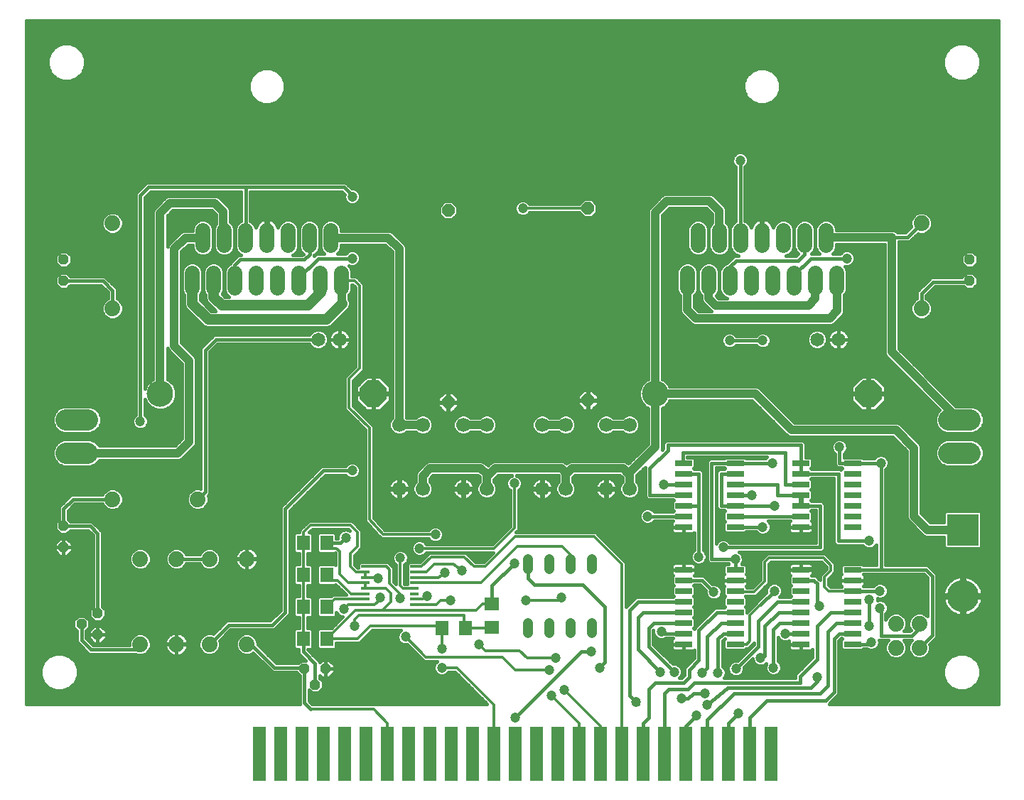
<source format=gtl>
G75*
G70*
%OFA0B0*%
%FSLAX24Y24*%
%IPPOS*%
%LPD*%
%AMOC8*
5,1,8,0,0,1.08239X$1,22.5*
%
%ADD10C,0.0709*%
%ADD11C,0.1004*%
%ADD12C,0.0669*%
%ADD13OC8,0.0480*%
%ADD14C,0.0740*%
%ADD15OC8,0.0600*%
%ADD16C,0.0650*%
%ADD17C,0.1240*%
%ADD18OC8,0.1240*%
%ADD19R,0.1500X0.1500*%
%ADD20C,0.1500*%
%ADD21R,0.0800X0.0260*%
%ADD22R,0.0390X0.0120*%
%ADD23R,0.0630X0.0709*%
%ADD24R,0.0709X0.0630*%
%ADD25R,0.0600X0.2550*%
%ADD26C,0.0480*%
%ADD27C,0.0160*%
%ADD28C,0.0472*%
%ADD29C,0.0400*%
%ADD30C,0.0500*%
%ADD31C,0.0120*%
%ADD32C,0.0240*%
D10*
X008224Y025652D02*
X008224Y026360D01*
X009224Y026360D02*
X009224Y025652D01*
X010224Y025652D02*
X010224Y026360D01*
X011224Y026360D02*
X011224Y025652D01*
X012224Y025652D02*
X012224Y026360D01*
X013224Y026360D02*
X013224Y025652D01*
X014224Y025652D02*
X014224Y026360D01*
X015224Y026360D02*
X015224Y025652D01*
X014724Y027652D02*
X014724Y028360D01*
X013724Y028360D02*
X013724Y027652D01*
X012724Y027652D02*
X012724Y028360D01*
X011724Y028360D02*
X011724Y027652D01*
X010724Y027652D02*
X010724Y028360D01*
X009724Y028360D02*
X009724Y027652D01*
X008724Y027652D02*
X008724Y028360D01*
X031453Y026360D02*
X031453Y025652D01*
X032453Y025652D02*
X032453Y026360D01*
X033453Y026360D02*
X033453Y025652D01*
X034453Y025652D02*
X034453Y026360D01*
X035453Y026360D02*
X035453Y025652D01*
X036453Y025652D02*
X036453Y026360D01*
X037453Y026360D02*
X037453Y025652D01*
X038453Y025652D02*
X038453Y026360D01*
X037953Y027652D02*
X037953Y028360D01*
X036953Y028360D02*
X036953Y027652D01*
X035953Y027652D02*
X035953Y028360D01*
X034953Y028360D02*
X034953Y027652D01*
X033953Y027652D02*
X033953Y028360D01*
X032953Y028360D02*
X032953Y027652D01*
X031953Y027652D02*
X031953Y028360D01*
D11*
X043716Y019471D02*
X044720Y019471D01*
X044720Y017911D02*
X043716Y017911D01*
X003323Y017911D02*
X002319Y017911D01*
X002319Y019471D02*
X003323Y019471D01*
D12*
X017934Y019241D03*
X019034Y019241D03*
X020934Y019241D03*
X022034Y019241D03*
X024634Y019241D03*
X025734Y019241D03*
X027634Y019241D03*
X028734Y019241D03*
X028734Y016241D03*
X027634Y016241D03*
X025734Y016241D03*
X024634Y016241D03*
X022034Y016241D03*
X020934Y016241D03*
X019034Y016241D03*
X017934Y016241D03*
D13*
X014484Y007791D03*
X013984Y007041D03*
X013484Y007791D03*
X003784Y009391D03*
X003034Y009891D03*
X003784Y010391D03*
X002184Y013491D03*
X002184Y014491D03*
X002184Y025991D03*
X002184Y026991D03*
X044684Y026991D03*
X044684Y025991D03*
D14*
X042434Y024691D03*
X042434Y028691D03*
X042334Y009911D03*
X041234Y009911D03*
X041234Y008771D03*
X042334Y008771D03*
X010784Y008941D03*
X009034Y008941D03*
X007484Y008941D03*
X005784Y008941D03*
X005784Y012941D03*
X007484Y012941D03*
X009034Y012941D03*
X010784Y012941D03*
X008484Y015741D03*
X004484Y015741D03*
X004484Y024691D03*
X004484Y028691D03*
D15*
X020234Y029291D03*
X026784Y029391D03*
X026784Y020391D03*
X020234Y020291D03*
D16*
X015134Y023241D03*
X014134Y023241D03*
X037534Y023241D03*
X038534Y023241D03*
D17*
X029944Y020691D03*
X006724Y020691D03*
D18*
X016724Y020691D03*
X039944Y020691D03*
D19*
X044369Y014311D03*
D20*
X044369Y011206D03*
D21*
X039194Y011441D03*
X039194Y010941D03*
X039194Y010441D03*
X039194Y009941D03*
X039194Y009441D03*
X039194Y008941D03*
X036774Y008941D03*
X036774Y009441D03*
X036774Y009941D03*
X036774Y010441D03*
X036774Y010941D03*
X036774Y011441D03*
X036774Y011941D03*
X036774Y012441D03*
X036774Y014441D03*
X036774Y014941D03*
X036774Y015441D03*
X036774Y015941D03*
X036774Y016441D03*
X036774Y016941D03*
X036774Y017441D03*
X039194Y017441D03*
X039194Y016941D03*
X039194Y016441D03*
X039194Y015941D03*
X039194Y015441D03*
X039194Y014941D03*
X039194Y014441D03*
X039194Y012441D03*
X039194Y011941D03*
X033694Y011941D03*
X033694Y011441D03*
X033694Y010941D03*
X033694Y010441D03*
X033694Y009941D03*
X033694Y009441D03*
X033694Y008941D03*
X031274Y008941D03*
X031274Y009441D03*
X031274Y009941D03*
X031274Y010441D03*
X031274Y010941D03*
X031274Y011441D03*
X031274Y011941D03*
X031274Y012441D03*
X031274Y014441D03*
X031274Y014941D03*
X031274Y015441D03*
X031274Y015941D03*
X031274Y016441D03*
X031274Y016941D03*
X031274Y017441D03*
X033694Y017441D03*
X033694Y016941D03*
X033694Y016441D03*
X033694Y015941D03*
X033694Y015441D03*
X033694Y014941D03*
X033694Y014441D03*
X033694Y012441D03*
D22*
X018633Y012331D03*
X018633Y012587D03*
X018633Y012075D03*
X018633Y011819D03*
X018633Y011563D03*
X018633Y011307D03*
X018633Y011051D03*
X018633Y010795D03*
X018633Y010539D03*
X018633Y010284D03*
X016335Y010284D03*
X016335Y010539D03*
X016335Y010795D03*
X016335Y011051D03*
X016335Y011307D03*
X016335Y011563D03*
X016335Y011819D03*
X016335Y012075D03*
X016335Y012331D03*
X016335Y012587D03*
D23*
X014535Y012191D03*
X013433Y012191D03*
X013433Y010691D03*
X014535Y010691D03*
X014535Y009191D03*
X013433Y009191D03*
X013433Y013691D03*
X014535Y013691D03*
X019933Y009691D03*
X021035Y009691D03*
D24*
X022284Y009740D03*
X022284Y010842D03*
D25*
X022378Y003800D03*
X023378Y003800D03*
X024378Y003800D03*
X025378Y003800D03*
X026378Y003800D03*
X027378Y003800D03*
X028378Y003800D03*
X029378Y003800D03*
X030378Y003800D03*
X031378Y003800D03*
X032378Y003800D03*
X033378Y003800D03*
X034378Y003800D03*
X035378Y003800D03*
X021378Y003800D03*
X020378Y003800D03*
X019378Y003800D03*
X018378Y003800D03*
X017378Y003800D03*
X016378Y003800D03*
X015378Y003800D03*
X014378Y003800D03*
X013378Y003800D03*
X012378Y003800D03*
X011378Y003800D03*
D26*
X023984Y009451D02*
X023984Y009931D01*
X024984Y009931D02*
X024984Y009451D01*
X025984Y009451D02*
X025984Y009931D01*
X026984Y009931D02*
X026984Y009451D01*
X026984Y012451D02*
X026984Y012931D01*
X025984Y012931D02*
X025984Y012451D01*
X024984Y012451D02*
X024984Y012931D01*
X023984Y012931D02*
X023984Y012451D01*
D27*
X000434Y006141D02*
X000434Y038191D01*
X046034Y038191D01*
X046034Y006141D01*
X038095Y006141D01*
X038154Y006200D01*
X038554Y006600D01*
X038554Y009100D01*
X038675Y009221D01*
X038686Y009221D01*
X038716Y009191D01*
X038654Y009129D01*
X038654Y008753D01*
X038736Y008671D01*
X039652Y008671D01*
X039702Y008721D01*
X039873Y008721D01*
X040009Y008665D01*
X040159Y008665D01*
X040297Y008722D01*
X040403Y008828D01*
X040460Y008966D01*
X040460Y009116D01*
X040458Y009121D01*
X040863Y009121D01*
X040802Y009060D01*
X040724Y008872D01*
X040724Y008670D01*
X040802Y008482D01*
X040945Y008339D01*
X041133Y008261D01*
X041335Y008261D01*
X041523Y008339D01*
X041666Y008482D01*
X041744Y008670D01*
X041744Y008872D01*
X041666Y009060D01*
X041605Y009121D01*
X041963Y009121D01*
X041902Y009060D01*
X041824Y008872D01*
X041824Y008670D01*
X041902Y008482D01*
X042045Y008339D01*
X042233Y008261D01*
X042435Y008261D01*
X042623Y008339D01*
X042766Y008482D01*
X042844Y008670D01*
X042844Y008872D01*
X042815Y008941D01*
X043154Y009280D01*
X043154Y012232D01*
X043025Y012361D01*
X042725Y012661D01*
X040754Y012661D01*
X040754Y017129D01*
X040853Y017228D01*
X040910Y017366D01*
X040910Y017516D01*
X040853Y017654D01*
X040747Y017760D01*
X040609Y017817D01*
X040459Y017817D01*
X040321Y017760D01*
X040222Y017661D01*
X039702Y017661D01*
X039652Y017711D01*
X038804Y017711D01*
X038804Y017879D01*
X038903Y017978D01*
X038960Y018116D01*
X038960Y018266D01*
X038903Y018404D01*
X038797Y018510D01*
X038659Y018567D01*
X038509Y018567D01*
X038371Y018510D01*
X038265Y018404D01*
X038208Y018266D01*
X038208Y018116D01*
X038265Y017978D01*
X038364Y017879D01*
X038364Y017350D01*
X038493Y017221D01*
X038686Y017221D01*
X038716Y017191D01*
X038656Y017131D01*
X038625Y017161D01*
X037282Y017161D01*
X037252Y017191D01*
X037314Y017253D01*
X037314Y017629D01*
X037232Y017711D01*
X036994Y017711D01*
X036994Y018382D01*
X036865Y018511D01*
X030443Y018511D01*
X030314Y018382D01*
X030314Y018132D01*
X030262Y018080D01*
X030284Y018133D01*
X030284Y020009D01*
X030375Y020047D01*
X030588Y020261D01*
X030626Y020351D01*
X034493Y020351D01*
X036046Y018798D01*
X036141Y018703D01*
X036266Y018651D01*
X041093Y018651D01*
X041744Y018000D01*
X041744Y014873D01*
X041796Y014748D01*
X042426Y014118D01*
X042522Y014022D01*
X042647Y013971D01*
X043479Y013971D01*
X043479Y013503D01*
X043561Y013421D01*
X045177Y013421D01*
X045259Y013503D01*
X045259Y015119D01*
X045177Y015201D01*
X043561Y015201D01*
X043479Y015119D01*
X043479Y014651D01*
X042855Y014651D01*
X042424Y015082D01*
X042424Y018209D01*
X042372Y018334D01*
X042277Y018429D01*
X041427Y019279D01*
X041302Y019331D01*
X036475Y019331D01*
X034827Y020979D01*
X034702Y021031D01*
X030626Y021031D01*
X030588Y021122D01*
X030375Y021335D01*
X030274Y021377D01*
X030274Y029050D01*
X030625Y029401D01*
X032343Y029401D01*
X032613Y029132D01*
X032613Y028719D01*
X032533Y028640D01*
X032458Y028459D01*
X032458Y027553D01*
X032533Y027372D01*
X032673Y027233D01*
X032854Y027157D01*
X033051Y027157D01*
X033233Y027233D01*
X033372Y027372D01*
X033447Y027553D01*
X033447Y028459D01*
X033372Y028640D01*
X033293Y028719D01*
X033293Y029340D01*
X033241Y029465D01*
X032677Y030029D01*
X032552Y030081D01*
X030416Y030081D01*
X030291Y030029D01*
X029741Y029479D01*
X029646Y029384D01*
X029594Y029259D01*
X029594Y021369D01*
X029514Y021335D01*
X029300Y021122D01*
X029184Y020842D01*
X029184Y020540D01*
X029300Y020261D01*
X029514Y020047D01*
X029604Y020009D01*
X029604Y018342D01*
X028684Y017422D01*
X028627Y017479D01*
X028502Y017531D01*
X025966Y017531D01*
X025841Y017479D01*
X025784Y017422D01*
X025727Y017479D01*
X025602Y017531D01*
X022366Y017531D01*
X022241Y017479D01*
X022146Y017384D01*
X022095Y017333D01*
X021964Y017442D01*
X021927Y017479D01*
X021912Y017485D01*
X021900Y017496D01*
X021850Y017511D01*
X021802Y017531D01*
X021786Y017531D01*
X021771Y017536D01*
X021719Y017531D01*
X019316Y017531D01*
X019191Y017479D01*
X019096Y017384D01*
X018746Y017034D01*
X018694Y016909D01*
X018694Y016572D01*
X018632Y016510D01*
X018559Y016335D01*
X018559Y016147D01*
X018632Y015972D01*
X018765Y015839D01*
X018940Y015766D01*
X019128Y015766D01*
X019303Y015839D01*
X019436Y015972D01*
X019509Y016147D01*
X019509Y016335D01*
X019436Y016510D01*
X019374Y016572D01*
X019374Y016700D01*
X019525Y016851D01*
X021611Y016851D01*
X021694Y016782D01*
X021694Y016572D01*
X021632Y016510D01*
X021559Y016335D01*
X021559Y016147D01*
X021632Y015972D01*
X021765Y015839D01*
X021940Y015766D01*
X022128Y015766D01*
X022303Y015839D01*
X022436Y015972D01*
X022509Y016147D01*
X022509Y016335D01*
X022436Y016510D01*
X022374Y016572D01*
X022374Y016650D01*
X022575Y016851D01*
X023220Y016851D01*
X023121Y016810D01*
X023015Y016704D01*
X022958Y016566D01*
X022958Y016416D01*
X023015Y016278D01*
X023121Y016172D01*
X023134Y016167D01*
X023134Y014474D01*
X022301Y013641D01*
X019208Y013641D01*
X019203Y013654D01*
X019097Y013760D01*
X018959Y013817D01*
X018809Y013817D01*
X018671Y013760D01*
X018565Y013654D01*
X018508Y013516D01*
X018508Y013366D01*
X018565Y013228D01*
X018671Y013122D01*
X018809Y013065D01*
X018959Y013065D01*
X019097Y013122D01*
X019203Y013228D01*
X019208Y013241D01*
X022351Y013241D01*
X021901Y012791D01*
X021517Y012791D01*
X021184Y013124D01*
X021067Y013241D01*
X019351Y013241D01*
X018897Y012787D01*
X018380Y012787D01*
X018298Y012705D01*
X018298Y012469D01*
X018308Y012459D01*
X018298Y012449D01*
X018298Y012213D01*
X018308Y012203D01*
X018298Y012193D01*
X018298Y011957D01*
X018308Y011947D01*
X018298Y011937D01*
X018298Y011763D01*
X018195Y011763D01*
X018184Y011774D01*
X018184Y012667D01*
X018197Y012672D01*
X018303Y012778D01*
X018360Y012916D01*
X018360Y013066D01*
X018303Y013204D01*
X018197Y013310D01*
X018059Y013367D01*
X017909Y013367D01*
X017771Y013310D01*
X017665Y013204D01*
X017608Y013066D01*
X017608Y012916D01*
X017665Y012778D01*
X017771Y012672D01*
X017784Y012667D01*
X017784Y011774D01*
X017684Y011874D01*
X017684Y012524D01*
X017567Y012641D01*
X017421Y012787D01*
X016082Y012787D01*
X016000Y012705D01*
X016000Y012531D01*
X015977Y012531D01*
X015834Y012674D01*
X015834Y013108D01*
X016067Y013341D01*
X016184Y013458D01*
X016184Y014274D01*
X015834Y014624D01*
X015717Y014741D01*
X013701Y014741D01*
X013351Y014391D01*
X013234Y014274D01*
X013234Y014185D01*
X013060Y014185D01*
X012978Y014103D01*
X012978Y013279D01*
X013060Y013197D01*
X013233Y013197D01*
X013233Y012685D01*
X013060Y012685D01*
X012978Y012603D01*
X012978Y011779D01*
X013060Y011697D01*
X013233Y011697D01*
X013233Y011185D01*
X013060Y011185D01*
X012978Y011103D01*
X012978Y010279D01*
X013060Y010197D01*
X013233Y010197D01*
X013233Y009685D01*
X013060Y009685D01*
X012978Y009603D01*
X012978Y008779D01*
X013060Y008697D01*
X013214Y008697D01*
X013214Y008500D01*
X013343Y008371D01*
X013543Y008171D01*
X013327Y008171D01*
X013217Y008061D01*
X012175Y008061D01*
X011294Y008942D01*
X011294Y009042D01*
X011216Y009230D01*
X011073Y009373D01*
X010885Y009451D01*
X010683Y009451D01*
X010495Y009373D01*
X010352Y009230D01*
X010274Y009042D01*
X010274Y008840D01*
X010352Y008652D01*
X010495Y008509D01*
X010683Y008431D01*
X010885Y008431D01*
X011073Y008509D01*
X011089Y008525D01*
X011864Y007750D01*
X011993Y007621D01*
X013117Y007621D01*
X013264Y007474D01*
X013264Y006141D01*
X000434Y006141D01*
X000434Y006227D02*
X013264Y006227D01*
X013264Y006386D02*
X000434Y006386D01*
X000434Y006544D02*
X013264Y006544D01*
X013264Y006703D02*
X000434Y006703D01*
X000434Y006861D02*
X001536Y006861D01*
X001486Y006882D02*
X001809Y006748D01*
X002159Y006748D01*
X002482Y006882D01*
X002730Y007130D01*
X002864Y007453D01*
X002864Y007803D01*
X002730Y008127D01*
X002482Y008374D01*
X002159Y008508D01*
X001809Y008508D01*
X001486Y008374D01*
X001238Y008127D01*
X001104Y007803D01*
X001104Y007453D01*
X001238Y007130D01*
X001486Y006882D01*
X001348Y007020D02*
X000434Y007020D01*
X000434Y007178D02*
X001218Y007178D01*
X001152Y007337D02*
X000434Y007337D01*
X000434Y007495D02*
X001104Y007495D01*
X001104Y007654D02*
X000434Y007654D01*
X000434Y007812D02*
X001108Y007812D01*
X001173Y007971D02*
X000434Y007971D01*
X000434Y008129D02*
X001241Y008129D01*
X001399Y008288D02*
X000434Y008288D01*
X000434Y008446D02*
X001659Y008446D01*
X002309Y008446D02*
X005646Y008446D01*
X005683Y008431D02*
X005885Y008431D01*
X006073Y008509D01*
X006216Y008652D01*
X006294Y008840D01*
X006294Y009042D01*
X006216Y009230D01*
X006073Y009373D01*
X005885Y009451D01*
X005683Y009451D01*
X005495Y009373D01*
X005352Y009230D01*
X005274Y009042D01*
X005274Y008911D01*
X003575Y008911D01*
X003254Y009232D01*
X003254Y009574D01*
X003414Y009734D01*
X003414Y010048D01*
X003191Y010271D01*
X002877Y010271D01*
X002654Y010048D01*
X002654Y009734D01*
X002814Y009574D01*
X002814Y009050D01*
X003393Y008471D01*
X005586Y008471D01*
X005683Y008431D01*
X005922Y008446D02*
X007244Y008446D01*
X007273Y008431D02*
X007355Y008405D01*
X007441Y008391D01*
X007475Y008391D01*
X007475Y008932D01*
X006934Y008932D01*
X006934Y008898D01*
X006948Y008812D01*
X006974Y008730D01*
X007014Y008653D01*
X007064Y008583D01*
X007126Y008522D01*
X007196Y008471D01*
X007273Y008431D01*
X007475Y008446D02*
X007493Y008446D01*
X007493Y008391D02*
X007527Y008391D01*
X007613Y008405D01*
X007695Y008431D01*
X007772Y008471D01*
X007842Y008522D01*
X007904Y008583D01*
X007954Y008653D01*
X007994Y008730D01*
X008020Y008812D01*
X008034Y008898D01*
X008034Y008932D01*
X007493Y008932D01*
X007493Y008950D01*
X007475Y008950D01*
X007475Y008932D01*
X007493Y008932D01*
X007493Y008391D01*
X007475Y008605D02*
X007493Y008605D01*
X007493Y008763D02*
X007475Y008763D01*
X007475Y008922D02*
X007493Y008922D01*
X007493Y008950D02*
X008034Y008950D01*
X008034Y008984D01*
X008020Y009070D01*
X007994Y009152D01*
X007954Y009229D01*
X007904Y009299D01*
X007842Y009361D01*
X007772Y009411D01*
X007695Y009451D01*
X007613Y009477D01*
X007527Y009491D01*
X007493Y009491D01*
X007493Y008950D01*
X007475Y008950D02*
X007475Y009491D01*
X007441Y009491D01*
X007355Y009477D01*
X007273Y009451D01*
X007196Y009411D01*
X007126Y009361D01*
X007064Y009299D01*
X007014Y009229D01*
X006974Y009152D01*
X006948Y009070D01*
X006934Y008984D01*
X006934Y008950D01*
X007475Y008950D01*
X007475Y009080D02*
X007493Y009080D01*
X007493Y009239D02*
X007475Y009239D01*
X007475Y009397D02*
X007493Y009397D01*
X007792Y009397D02*
X008802Y009397D01*
X008745Y009373D02*
X008602Y009230D01*
X008524Y009042D01*
X008524Y008840D01*
X008602Y008652D01*
X008745Y008509D01*
X008933Y008431D01*
X009135Y008431D01*
X009323Y008509D01*
X009466Y008652D01*
X009544Y008840D01*
X009544Y009042D01*
X009515Y009111D01*
X010025Y009621D01*
X012075Y009621D01*
X012675Y010221D01*
X012804Y010350D01*
X012804Y015200D01*
X014475Y016871D01*
X015422Y016871D01*
X015521Y016772D01*
X015659Y016715D01*
X015809Y016715D01*
X015947Y016772D01*
X016053Y016878D01*
X016110Y017016D01*
X016110Y017166D01*
X016053Y017304D01*
X015947Y017410D01*
X015809Y017467D01*
X015659Y017467D01*
X015521Y017410D01*
X015422Y017311D01*
X014293Y017311D01*
X014164Y017182D01*
X012364Y015382D01*
X012364Y010532D01*
X011893Y010061D01*
X009843Y010061D01*
X009714Y009932D01*
X009204Y009422D01*
X009135Y009451D01*
X008933Y009451D01*
X008745Y009373D01*
X008610Y009239D02*
X007948Y009239D01*
X008017Y009080D02*
X008540Y009080D01*
X008524Y008922D02*
X008034Y008922D01*
X008004Y008763D02*
X008556Y008763D01*
X008649Y008605D02*
X007919Y008605D01*
X007724Y008446D02*
X008896Y008446D01*
X009172Y008446D02*
X010646Y008446D01*
X010922Y008446D02*
X011168Y008446D01*
X011326Y008288D02*
X002569Y008288D01*
X002728Y008129D02*
X011485Y008129D01*
X011643Y007971D02*
X002795Y007971D01*
X002860Y007812D02*
X011802Y007812D01*
X011960Y007654D02*
X002864Y007654D01*
X002864Y007495D02*
X013243Y007495D01*
X013264Y007337D02*
X002816Y007337D01*
X002750Y007178D02*
X013264Y007178D01*
X013264Y007020D02*
X002620Y007020D01*
X002432Y006861D02*
X013264Y006861D01*
X013704Y006784D02*
X013704Y006282D01*
X013845Y006141D01*
X022051Y006141D01*
X020551Y007641D01*
X020258Y007641D01*
X020253Y007628D01*
X020147Y007522D01*
X020009Y007465D01*
X019859Y007465D01*
X019721Y007522D01*
X019615Y007628D01*
X019558Y007766D01*
X019558Y007916D01*
X019615Y008054D01*
X019702Y008141D01*
X019101Y008141D01*
X018322Y008920D01*
X018309Y008915D01*
X018159Y008915D01*
X018021Y008972D01*
X017915Y009078D01*
X017858Y009216D01*
X017858Y009366D01*
X017915Y009504D01*
X018002Y009591D01*
X016667Y009591D01*
X016184Y009108D01*
X016067Y008991D01*
X014990Y008991D01*
X014990Y008779D01*
X014908Y008697D01*
X014162Y008697D01*
X014080Y008779D01*
X014080Y009603D01*
X014162Y009685D01*
X014747Y009685D01*
X015276Y010215D01*
X015259Y010215D01*
X015121Y010272D01*
X015015Y010378D01*
X014990Y010438D01*
X014990Y010279D01*
X014908Y010197D01*
X014162Y010197D01*
X014080Y010279D01*
X014080Y011103D01*
X014162Y011185D01*
X014747Y011185D01*
X014813Y011251D01*
X015441Y011251D01*
X014952Y011740D01*
X014908Y011697D01*
X014162Y011697D01*
X014080Y011779D01*
X014080Y012603D01*
X014162Y012685D01*
X014908Y012685D01*
X014934Y012659D01*
X014934Y013208D01*
X014927Y013215D01*
X014908Y013197D01*
X014162Y013197D01*
X014080Y013279D01*
X014080Y014103D01*
X014162Y014185D01*
X014908Y014185D01*
X014990Y014103D01*
X014990Y013911D01*
X015058Y013911D01*
X015058Y014016D01*
X015115Y014154D01*
X015221Y014260D01*
X015359Y014317D01*
X015509Y014317D01*
X015622Y014270D01*
X015551Y014341D01*
X013867Y014341D01*
X013711Y014185D01*
X013806Y014185D01*
X013888Y014103D01*
X013888Y013279D01*
X013806Y013197D01*
X013633Y013197D01*
X013633Y012685D01*
X013806Y012685D01*
X013888Y012603D01*
X013888Y011779D01*
X013806Y011697D01*
X013633Y011697D01*
X013633Y011185D01*
X013806Y011185D01*
X013888Y011103D01*
X013888Y010279D01*
X013806Y010197D01*
X013633Y010197D01*
X013633Y009685D01*
X013806Y009685D01*
X013888Y009603D01*
X013888Y008779D01*
X013806Y008697D01*
X013654Y008697D01*
X013654Y008682D01*
X014204Y008132D01*
X014204Y008105D01*
X014310Y008211D01*
X014484Y008211D01*
X014484Y007791D01*
X014484Y007791D01*
X014484Y007371D01*
X014310Y007371D01*
X014204Y007477D01*
X014204Y007358D01*
X014364Y007198D01*
X014364Y006884D01*
X014141Y006661D01*
X013827Y006661D01*
X013704Y006784D01*
X013704Y006703D02*
X013785Y006703D01*
X013704Y006544D02*
X021648Y006544D01*
X021490Y006703D02*
X014183Y006703D01*
X014341Y006861D02*
X021331Y006861D01*
X021173Y007020D02*
X014364Y007020D01*
X014364Y007178D02*
X021014Y007178D01*
X020856Y007337D02*
X014226Y007337D01*
X014484Y007371D02*
X014658Y007371D01*
X014904Y007617D01*
X014904Y007791D01*
X014484Y007791D01*
X014484Y007371D01*
X014484Y007495D02*
X014484Y007495D01*
X014484Y007654D02*
X014484Y007654D01*
X014484Y007791D02*
X014484Y007791D01*
X014484Y007791D01*
X014904Y007791D01*
X014904Y007965D01*
X014658Y008211D01*
X014484Y008211D01*
X014484Y007791D01*
X014484Y007812D02*
X014484Y007812D01*
X014484Y007971D02*
X014484Y007971D01*
X014484Y008129D02*
X014484Y008129D01*
X014228Y008129D02*
X014204Y008129D01*
X014049Y008288D02*
X018955Y008288D01*
X018796Y008446D02*
X013890Y008446D01*
X013732Y008605D02*
X018638Y008605D01*
X018479Y008763D02*
X014974Y008763D01*
X014990Y008922D02*
X018143Y008922D01*
X017914Y009080D02*
X016156Y009080D01*
X016314Y009239D02*
X017858Y009239D01*
X017871Y009397D02*
X016473Y009397D01*
X016631Y009556D02*
X017966Y009556D01*
X019690Y008129D02*
X014740Y008129D01*
X014898Y007971D02*
X019580Y007971D01*
X019558Y007812D02*
X014904Y007812D01*
X014904Y007654D02*
X019604Y007654D01*
X019786Y007495D02*
X014782Y007495D01*
X013984Y007041D02*
X013984Y008041D01*
X013434Y008591D01*
X013434Y009390D01*
X013433Y009391D01*
X013633Y009714D02*
X014775Y009714D01*
X014934Y009873D02*
X013633Y009873D01*
X013633Y010031D02*
X015092Y010031D01*
X015251Y010190D02*
X013633Y010190D01*
X013888Y010348D02*
X014080Y010348D01*
X014080Y010507D02*
X013888Y010507D01*
X013888Y010665D02*
X014080Y010665D01*
X014080Y010824D02*
X013888Y010824D01*
X013888Y010982D02*
X014080Y010982D01*
X014117Y011141D02*
X013851Y011141D01*
X013633Y011299D02*
X015393Y011299D01*
X015235Y011458D02*
X013633Y011458D01*
X013633Y011616D02*
X015076Y011616D01*
X014084Y011775D02*
X013884Y011775D01*
X013888Y011933D02*
X014080Y011933D01*
X014080Y012092D02*
X013888Y012092D01*
X013888Y012250D02*
X014080Y012250D01*
X014080Y012409D02*
X013888Y012409D01*
X013888Y012567D02*
X014080Y012567D01*
X013633Y012726D02*
X014934Y012726D01*
X014934Y012884D02*
X013633Y012884D01*
X013633Y013043D02*
X014934Y013043D01*
X014934Y013201D02*
X014912Y013201D01*
X015184Y013691D02*
X014535Y013691D01*
X014080Y013677D02*
X013888Y013677D01*
X013888Y013835D02*
X014080Y013835D01*
X014080Y013994D02*
X013888Y013994D01*
X013839Y014152D02*
X014129Y014152D01*
X013836Y014311D02*
X015343Y014311D01*
X015525Y014311D02*
X015582Y014311D01*
X015434Y013941D02*
X015184Y013691D01*
X015058Y013994D02*
X014990Y013994D01*
X014941Y014152D02*
X015114Y014152D01*
X015830Y014628D02*
X016413Y014628D01*
X016390Y014652D02*
X016984Y014012D01*
X016984Y014008D01*
X017040Y013952D01*
X017094Y013894D01*
X017098Y013894D01*
X017101Y013891D01*
X017180Y013891D01*
X017259Y013888D01*
X017263Y013891D01*
X019310Y013891D01*
X019315Y013878D01*
X019421Y013772D01*
X019559Y013715D01*
X019709Y013715D01*
X019847Y013772D01*
X019953Y013878D01*
X020010Y014016D01*
X020010Y014166D01*
X019953Y014304D01*
X019847Y014410D01*
X019709Y014467D01*
X019559Y014467D01*
X019421Y014410D01*
X019315Y014304D01*
X019310Y014291D01*
X017271Y014291D01*
X016734Y014870D01*
X016734Y019174D01*
X015784Y020124D01*
X015784Y021308D01*
X016167Y021691D01*
X016284Y021808D01*
X016284Y025847D01*
X016034Y026097D01*
X015917Y026214D01*
X015719Y026214D01*
X015719Y026459D01*
X015643Y026640D01*
X015590Y026693D01*
X015659Y026665D01*
X015809Y026665D01*
X015947Y026722D01*
X016053Y026828D01*
X016110Y026966D01*
X016110Y027116D01*
X016053Y027254D01*
X015947Y027360D01*
X015809Y027417D01*
X015659Y027417D01*
X015521Y027360D01*
X015422Y027261D01*
X015033Y027261D01*
X015143Y027372D01*
X015219Y027553D01*
X015219Y027666D01*
X017278Y027666D01*
X017594Y027350D01*
X017594Y019572D01*
X017532Y019510D01*
X017459Y019335D01*
X017459Y019147D01*
X017532Y018972D01*
X017665Y018839D01*
X017840Y018766D01*
X018028Y018766D01*
X018203Y018839D01*
X018265Y018901D01*
X018703Y018901D01*
X018765Y018839D01*
X018940Y018766D01*
X019128Y018766D01*
X019303Y018839D01*
X019436Y018972D01*
X019509Y019147D01*
X019509Y019335D01*
X019436Y019510D01*
X019303Y019643D01*
X019128Y019716D01*
X018940Y019716D01*
X018765Y019643D01*
X018703Y019581D01*
X018274Y019581D01*
X018274Y027559D01*
X018222Y027684D01*
X018127Y027779D01*
X017707Y028199D01*
X017612Y028294D01*
X017487Y028346D01*
X015219Y028346D01*
X015219Y028459D01*
X015143Y028640D01*
X015004Y028779D01*
X014823Y028855D01*
X014626Y028855D01*
X014444Y028779D01*
X014305Y028640D01*
X014230Y028459D01*
X014230Y027553D01*
X014305Y027372D01*
X014416Y027261D01*
X014043Y027261D01*
X013954Y027172D01*
X013954Y027212D01*
X014004Y027233D01*
X014143Y027372D01*
X014219Y027553D01*
X014219Y028459D01*
X014143Y028640D01*
X014004Y028779D01*
X013823Y028855D01*
X013626Y028855D01*
X013444Y028779D01*
X013305Y028640D01*
X013230Y028459D01*
X013230Y027553D01*
X013305Y027372D01*
X013429Y027247D01*
X013393Y027211D01*
X012952Y027211D01*
X013004Y027233D01*
X013143Y027372D01*
X013219Y027553D01*
X013219Y028459D01*
X013143Y028640D01*
X013004Y028779D01*
X012823Y028855D01*
X012626Y028855D01*
X012444Y028779D01*
X012305Y028640D01*
X012243Y028491D01*
X012219Y028565D01*
X012181Y028640D01*
X012132Y028708D01*
X012072Y028768D01*
X012004Y028817D01*
X011929Y028855D01*
X011849Y028881D01*
X011766Y028895D01*
X011762Y028895D01*
X011762Y028044D01*
X011686Y028044D01*
X011686Y028895D01*
X011682Y028895D01*
X011599Y028881D01*
X011519Y028855D01*
X011444Y028817D01*
X011376Y028768D01*
X011317Y028708D01*
X011267Y028640D01*
X011229Y028565D01*
X011205Y028491D01*
X011143Y028640D01*
X011004Y028779D01*
X010954Y028800D01*
X010954Y030171D01*
X015243Y030171D01*
X015370Y030044D01*
X015358Y030016D01*
X015358Y029866D01*
X015415Y029728D01*
X015521Y029622D01*
X015659Y029565D01*
X015809Y029565D01*
X015947Y029622D01*
X016053Y029728D01*
X016110Y029866D01*
X016110Y030016D01*
X016053Y030154D01*
X015947Y030260D01*
X015809Y030317D01*
X015719Y030317D01*
X015554Y030482D01*
X015425Y030611D01*
X006093Y030611D01*
X005693Y030211D01*
X005564Y030082D01*
X005564Y019703D01*
X005465Y019604D01*
X005408Y019466D01*
X005408Y019316D01*
X005465Y019178D01*
X005571Y019072D01*
X005709Y019015D01*
X005859Y019015D01*
X005997Y019072D01*
X006103Y019178D01*
X006160Y019316D01*
X006160Y019466D01*
X006103Y019604D01*
X006004Y019703D01*
X006004Y020443D01*
X006080Y020261D01*
X006294Y020047D01*
X006573Y019931D01*
X006875Y019931D01*
X007155Y020047D01*
X007368Y020261D01*
X007484Y020540D01*
X007484Y020842D01*
X007368Y021122D01*
X007155Y021335D01*
X007064Y021373D01*
X007064Y022825D01*
X007096Y022748D01*
X007191Y022653D01*
X007744Y022100D01*
X007744Y018582D01*
X007414Y018251D01*
X003877Y018251D01*
X003868Y018275D01*
X003687Y018456D01*
X003451Y018553D01*
X002192Y018553D01*
X001956Y018456D01*
X001775Y018275D01*
X001677Y018039D01*
X001677Y017784D01*
X001775Y017548D01*
X001956Y017367D01*
X002192Y017270D01*
X003451Y017270D01*
X003687Y017367D01*
X003868Y017548D01*
X003877Y017571D01*
X007622Y017571D01*
X007747Y017623D01*
X008277Y018153D01*
X008372Y018248D01*
X008424Y018373D01*
X008424Y022309D01*
X008372Y022434D01*
X007724Y023082D01*
X007724Y027350D01*
X008040Y027666D01*
X008230Y027666D01*
X008230Y027553D01*
X008305Y027372D01*
X008444Y027233D01*
X008626Y027157D01*
X008823Y027157D01*
X009004Y027233D01*
X009143Y027372D01*
X009219Y027553D01*
X009219Y028459D01*
X009143Y028640D01*
X009004Y028779D01*
X008823Y028855D01*
X008626Y028855D01*
X008444Y028779D01*
X008305Y028640D01*
X008230Y028459D01*
X008230Y028346D01*
X007831Y028346D01*
X007706Y028294D01*
X007611Y028199D01*
X007096Y027684D01*
X007064Y027607D01*
X007064Y029040D01*
X007325Y029301D01*
X009143Y029301D01*
X009344Y029100D01*
X009344Y028679D01*
X009305Y028640D01*
X009230Y028459D01*
X009230Y027553D01*
X009305Y027372D01*
X009444Y027233D01*
X009626Y027157D01*
X009823Y027157D01*
X010004Y027233D01*
X010143Y027372D01*
X010219Y027553D01*
X010219Y028459D01*
X010143Y028640D01*
X010024Y028760D01*
X010024Y029309D01*
X009972Y029434D01*
X009572Y029834D01*
X009477Y029929D01*
X009352Y029981D01*
X007116Y029981D01*
X006991Y029929D01*
X006531Y029469D01*
X006436Y029374D01*
X006384Y029249D01*
X006384Y021373D01*
X006294Y021335D01*
X006080Y021122D01*
X006004Y020939D01*
X006004Y029900D01*
X006275Y030171D01*
X010514Y030171D01*
X010514Y028808D01*
X010444Y028779D01*
X010305Y028640D01*
X010230Y028459D01*
X010230Y027553D01*
X010305Y027372D01*
X010444Y027233D01*
X010496Y027211D01*
X010393Y027211D01*
X010264Y027082D01*
X010004Y026822D01*
X010004Y026804D01*
X009944Y026779D01*
X009805Y026640D01*
X009730Y026459D01*
X009730Y025553D01*
X009805Y025372D01*
X009937Y025240D01*
X009765Y025240D01*
X009638Y025367D01*
X009643Y025372D01*
X009719Y025553D01*
X009719Y026459D01*
X009643Y026640D01*
X009504Y026779D01*
X009323Y026855D01*
X009126Y026855D01*
X008944Y026779D01*
X008805Y026640D01*
X008730Y026459D01*
X008730Y025553D01*
X008805Y025372D01*
X008834Y025343D01*
X008834Y025152D01*
X008894Y025008D01*
X009273Y024629D01*
X009323Y024579D01*
X009124Y024579D01*
X008614Y025089D01*
X008614Y025343D01*
X008643Y025372D01*
X008719Y025553D01*
X008719Y026459D01*
X008643Y026640D01*
X008504Y026779D01*
X008323Y026855D01*
X008126Y026855D01*
X007944Y026779D01*
X007805Y026640D01*
X007730Y026459D01*
X007730Y025553D01*
X007805Y025372D01*
X007834Y025343D01*
X007834Y024850D01*
X007894Y024706D01*
X008632Y023968D01*
X008742Y023858D01*
X008885Y023799D01*
X014589Y023799D01*
X014732Y023858D01*
X015583Y024709D01*
X015642Y024852D01*
X015642Y025007D01*
X015592Y025128D01*
X015592Y025320D01*
X015643Y025372D01*
X015719Y025553D01*
X015719Y025814D01*
X015751Y025814D01*
X015884Y025681D01*
X015884Y021974D01*
X015384Y021474D01*
X015384Y019958D01*
X015501Y019841D01*
X016334Y019008D01*
X016334Y014795D01*
X016331Y014716D01*
X016334Y014712D01*
X016334Y014708D01*
X016390Y014652D01*
X016334Y014786D02*
X012804Y014786D01*
X012804Y014628D02*
X013588Y014628D01*
X013429Y014469D02*
X012804Y014469D01*
X012804Y014311D02*
X013271Y014311D01*
X013027Y014152D02*
X012804Y014152D01*
X012804Y013994D02*
X012978Y013994D01*
X012978Y013835D02*
X012804Y013835D01*
X012804Y013677D02*
X012978Y013677D01*
X012978Y013518D02*
X012804Y013518D01*
X012804Y013360D02*
X012978Y013360D01*
X013056Y013201D02*
X012804Y013201D01*
X012804Y013043D02*
X013233Y013043D01*
X013233Y012884D02*
X012804Y012884D01*
X012804Y012726D02*
X013233Y012726D01*
X012978Y012567D02*
X012804Y012567D01*
X012804Y012409D02*
X012978Y012409D01*
X012978Y012250D02*
X012804Y012250D01*
X012804Y012092D02*
X012978Y012092D01*
X012978Y011933D02*
X012804Y011933D01*
X012804Y011775D02*
X012982Y011775D01*
X012804Y011616D02*
X013233Y011616D01*
X013233Y011458D02*
X012804Y011458D01*
X012804Y011299D02*
X013233Y011299D01*
X013015Y011141D02*
X012804Y011141D01*
X012804Y010982D02*
X012978Y010982D01*
X012978Y010824D02*
X012804Y010824D01*
X012804Y010665D02*
X012978Y010665D01*
X012978Y010507D02*
X012804Y010507D01*
X012802Y010348D02*
X012978Y010348D01*
X013233Y010190D02*
X012644Y010190D01*
X012485Y010031D02*
X013233Y010031D01*
X013233Y009873D02*
X012327Y009873D01*
X012168Y009714D02*
X013233Y009714D01*
X012978Y009556D02*
X009960Y009556D01*
X009801Y009397D02*
X010552Y009397D01*
X010360Y009239D02*
X009643Y009239D01*
X009528Y009080D02*
X010290Y009080D01*
X010274Y008922D02*
X009544Y008922D01*
X009512Y008763D02*
X010306Y008763D01*
X010399Y008605D02*
X009419Y008605D01*
X009034Y008941D02*
X009934Y009841D01*
X011984Y009841D01*
X012584Y010441D01*
X012584Y015291D01*
X014384Y017091D01*
X015734Y017091D01*
X015446Y016847D02*
X014451Y016847D01*
X014292Y016688D02*
X016334Y016688D01*
X016334Y016530D02*
X014134Y016530D01*
X013975Y016371D02*
X016334Y016371D01*
X016334Y016213D02*
X013817Y016213D01*
X013658Y016054D02*
X016334Y016054D01*
X016334Y015896D02*
X013500Y015896D01*
X013341Y015737D02*
X016334Y015737D01*
X016334Y015579D02*
X013183Y015579D01*
X013024Y015420D02*
X016334Y015420D01*
X016334Y015262D02*
X012866Y015262D01*
X012804Y015103D02*
X016334Y015103D01*
X016334Y014945D02*
X012804Y014945D01*
X012364Y014945D02*
X002404Y014945D01*
X002404Y014808D02*
X002404Y015200D01*
X002725Y015521D01*
X004023Y015521D01*
X004052Y015452D01*
X004195Y015309D01*
X004383Y015231D01*
X004585Y015231D01*
X004773Y015309D01*
X004916Y015452D01*
X004994Y015640D01*
X004994Y015842D01*
X004916Y016030D01*
X004773Y016173D01*
X004585Y016251D01*
X004383Y016251D01*
X004195Y016173D01*
X004052Y016030D01*
X004023Y015961D01*
X002543Y015961D01*
X002414Y015832D01*
X001964Y015382D01*
X001964Y014808D01*
X001804Y014648D01*
X001804Y014334D01*
X002027Y014111D01*
X002341Y014111D01*
X002501Y014271D01*
X003343Y014271D01*
X003564Y014050D01*
X003564Y010708D01*
X003404Y010548D01*
X003404Y010234D01*
X003627Y010011D01*
X003941Y010011D01*
X004164Y010234D01*
X004164Y010548D01*
X004004Y010708D01*
X004004Y014232D01*
X003875Y014361D01*
X003525Y014711D01*
X002501Y014711D01*
X002404Y014808D01*
X002426Y014786D02*
X012364Y014786D01*
X012364Y014628D02*
X003609Y014628D01*
X003434Y014491D02*
X003784Y014141D01*
X003784Y010391D01*
X003521Y010665D02*
X000434Y010665D01*
X000434Y010507D02*
X003404Y010507D01*
X003404Y010348D02*
X000434Y010348D01*
X000434Y010190D02*
X002795Y010190D01*
X002654Y010031D02*
X000434Y010031D01*
X000434Y009873D02*
X002654Y009873D01*
X002674Y009714D02*
X000434Y009714D01*
X000434Y009556D02*
X002814Y009556D01*
X002814Y009397D02*
X000434Y009397D01*
X000434Y009239D02*
X002814Y009239D01*
X002814Y009080D02*
X000434Y009080D01*
X000434Y008922D02*
X002942Y008922D01*
X003101Y008763D02*
X000434Y008763D01*
X000434Y008605D02*
X003259Y008605D01*
X003484Y008691D02*
X005534Y008691D01*
X005784Y008941D01*
X006262Y008763D02*
X006964Y008763D01*
X006934Y008922D02*
X006294Y008922D01*
X006278Y009080D02*
X006951Y009080D01*
X007020Y009239D02*
X006208Y009239D01*
X006016Y009397D02*
X007176Y009397D01*
X007049Y008605D02*
X006169Y008605D01*
X005274Y008922D02*
X003565Y008922D01*
X003610Y008971D02*
X003364Y009217D01*
X003364Y009391D01*
X003784Y009391D01*
X003784Y009391D01*
X003784Y008971D01*
X003610Y008971D01*
X003501Y009080D02*
X003406Y009080D01*
X003364Y009239D02*
X003254Y009239D01*
X003254Y009397D02*
X003364Y009397D01*
X003364Y009391D02*
X003784Y009391D01*
X003784Y009391D01*
X003784Y008971D01*
X003958Y008971D01*
X004204Y009217D01*
X004204Y009391D01*
X003784Y009391D01*
X003784Y009391D01*
X003784Y009811D01*
X003610Y009811D01*
X003364Y009565D01*
X003364Y009391D01*
X003364Y009556D02*
X003254Y009556D01*
X003394Y009714D02*
X003513Y009714D01*
X003414Y009873D02*
X009654Y009873D01*
X009813Y010031D02*
X003961Y010031D01*
X003958Y009811D02*
X003784Y009811D01*
X003784Y009391D01*
X003784Y009391D01*
X004204Y009391D01*
X004204Y009565D01*
X003958Y009811D01*
X004055Y009714D02*
X009496Y009714D01*
X009337Y009556D02*
X004204Y009556D01*
X004204Y009397D02*
X005552Y009397D01*
X005360Y009239D02*
X004204Y009239D01*
X004067Y009080D02*
X005290Y009080D01*
X003784Y009080D02*
X003784Y009080D01*
X003784Y009239D02*
X003784Y009239D01*
X003784Y009397D02*
X003784Y009397D01*
X003784Y009556D02*
X003784Y009556D01*
X003784Y009714D02*
X003784Y009714D01*
X003607Y010031D02*
X003414Y010031D01*
X003448Y010190D02*
X003273Y010190D01*
X003034Y009891D02*
X003034Y009141D01*
X003484Y008691D01*
X004120Y010190D02*
X012021Y010190D01*
X012180Y010348D02*
X004164Y010348D01*
X004164Y010507D02*
X012338Y010507D01*
X012364Y010665D02*
X004047Y010665D01*
X004004Y010824D02*
X012364Y010824D01*
X012364Y010982D02*
X004004Y010982D01*
X004004Y011141D02*
X012364Y011141D01*
X012364Y011299D02*
X004004Y011299D01*
X004004Y011458D02*
X012364Y011458D01*
X012364Y011616D02*
X004004Y011616D01*
X004004Y011775D02*
X012364Y011775D01*
X012364Y011933D02*
X004004Y011933D01*
X004004Y012092D02*
X012364Y012092D01*
X012364Y012250D02*
X004004Y012250D01*
X004004Y012409D02*
X010643Y012409D01*
X010655Y012405D02*
X010573Y012431D01*
X010496Y012471D01*
X010426Y012522D01*
X010364Y012583D01*
X010314Y012653D01*
X010274Y012730D01*
X010248Y012812D01*
X010234Y012898D01*
X010234Y012932D01*
X010775Y012932D01*
X010775Y012950D01*
X010234Y012950D01*
X010234Y012984D01*
X010248Y013070D01*
X010274Y013152D01*
X010314Y013229D01*
X010364Y013299D01*
X010426Y013361D01*
X010496Y013411D01*
X010573Y013451D01*
X010655Y013477D01*
X010741Y013491D01*
X010775Y013491D01*
X010775Y012950D01*
X010793Y012950D01*
X010793Y013491D01*
X010827Y013491D01*
X010913Y013477D01*
X010995Y013451D01*
X011072Y013411D01*
X011142Y013361D01*
X011204Y013299D01*
X011254Y013229D01*
X011294Y013152D01*
X011320Y013070D01*
X011334Y012984D01*
X011334Y012950D01*
X010793Y012950D01*
X010793Y012932D01*
X011334Y012932D01*
X011334Y012898D01*
X011320Y012812D01*
X011294Y012730D01*
X011254Y012653D01*
X011204Y012583D01*
X011142Y012522D01*
X011072Y012471D01*
X010995Y012431D01*
X010913Y012405D01*
X010827Y012391D01*
X010793Y012391D01*
X010793Y012932D01*
X010775Y012932D01*
X010775Y012391D01*
X010741Y012391D01*
X010655Y012405D01*
X010775Y012409D02*
X010793Y012409D01*
X010925Y012409D02*
X012364Y012409D01*
X012364Y012567D02*
X011188Y012567D01*
X011291Y012726D02*
X012364Y012726D01*
X012364Y012884D02*
X011332Y012884D01*
X011325Y013043D02*
X012364Y013043D01*
X012364Y013201D02*
X011269Y013201D01*
X011143Y013360D02*
X012364Y013360D01*
X012364Y013518D02*
X004004Y013518D01*
X004004Y013360D02*
X005481Y013360D01*
X005495Y013373D02*
X005352Y013230D01*
X005274Y013042D01*
X005274Y012840D01*
X005352Y012652D01*
X005495Y012509D01*
X005683Y012431D01*
X005885Y012431D01*
X006073Y012509D01*
X006216Y012652D01*
X006294Y012840D01*
X006294Y013042D01*
X006216Y013230D01*
X006073Y013373D01*
X005885Y013451D01*
X005683Y013451D01*
X005495Y013373D01*
X005340Y013201D02*
X004004Y013201D01*
X004004Y013043D02*
X005274Y013043D01*
X005274Y012884D02*
X004004Y012884D01*
X004004Y012726D02*
X005321Y012726D01*
X005437Y012567D02*
X004004Y012567D01*
X003564Y012567D02*
X000434Y012567D01*
X000434Y012409D02*
X003564Y012409D01*
X003564Y012250D02*
X000434Y012250D01*
X000434Y012092D02*
X003564Y012092D01*
X003564Y011933D02*
X000434Y011933D01*
X000434Y011775D02*
X003564Y011775D01*
X003564Y011616D02*
X000434Y011616D01*
X000434Y011458D02*
X003564Y011458D01*
X003564Y011299D02*
X000434Y011299D01*
X000434Y011141D02*
X003564Y011141D01*
X003564Y010982D02*
X000434Y010982D01*
X000434Y010824D02*
X003564Y010824D01*
X003564Y012726D02*
X000434Y012726D01*
X000434Y012884D02*
X003564Y012884D01*
X003564Y013043D02*
X000434Y013043D01*
X000434Y013201D02*
X001880Y013201D01*
X001764Y013317D02*
X002010Y013071D01*
X002184Y013071D01*
X002184Y013491D01*
X002184Y013491D01*
X001764Y013491D01*
X001764Y013317D01*
X001764Y013360D02*
X000434Y013360D01*
X000434Y013518D02*
X001764Y013518D01*
X001764Y013491D02*
X001764Y013665D01*
X002010Y013911D01*
X002184Y013911D01*
X002184Y013491D01*
X002184Y013491D01*
X002184Y013071D01*
X002358Y013071D01*
X002604Y013317D01*
X002604Y013491D01*
X002184Y013491D01*
X001764Y013491D01*
X001776Y013677D02*
X000434Y013677D01*
X000434Y013835D02*
X001934Y013835D01*
X002184Y013835D02*
X002184Y013835D01*
X002184Y013911D02*
X002184Y013491D01*
X002184Y013491D01*
X002184Y013491D01*
X002604Y013491D01*
X002604Y013665D01*
X002358Y013911D01*
X002184Y013911D01*
X002184Y013677D02*
X002184Y013677D01*
X002184Y013518D02*
X002184Y013518D01*
X002184Y013360D02*
X002184Y013360D01*
X002184Y013201D02*
X002184Y013201D01*
X002488Y013201D02*
X003564Y013201D01*
X003564Y013360D02*
X002604Y013360D01*
X002604Y013518D02*
X003564Y013518D01*
X003564Y013677D02*
X002592Y013677D01*
X002434Y013835D02*
X003564Y013835D01*
X003564Y013994D02*
X000434Y013994D01*
X000434Y014152D02*
X001986Y014152D01*
X001827Y014311D02*
X000434Y014311D01*
X000434Y014469D02*
X001804Y014469D01*
X001804Y014628D02*
X000434Y014628D01*
X000434Y014786D02*
X001942Y014786D01*
X001964Y014945D02*
X000434Y014945D01*
X000434Y015103D02*
X001964Y015103D01*
X001964Y015262D02*
X000434Y015262D01*
X000434Y015420D02*
X002002Y015420D01*
X002184Y015291D02*
X002634Y015741D01*
X004484Y015741D01*
X004290Y016213D02*
X000434Y016213D01*
X000434Y016371D02*
X008614Y016371D01*
X008585Y016251D02*
X008383Y016251D01*
X008195Y016173D01*
X008052Y016030D01*
X007974Y015842D01*
X007974Y015640D01*
X008052Y015452D01*
X008195Y015309D01*
X008383Y015231D01*
X008585Y015231D01*
X008773Y015309D01*
X008916Y015452D01*
X008994Y015640D01*
X008994Y015842D01*
X008965Y015911D01*
X009054Y016000D01*
X009054Y022650D01*
X009425Y023021D01*
X013722Y023021D01*
X013740Y022978D01*
X013871Y022847D01*
X014042Y022776D01*
X014227Y022776D01*
X014397Y022847D01*
X014528Y022978D01*
X014599Y023149D01*
X014599Y023334D01*
X014528Y023504D01*
X014397Y023635D01*
X014227Y023706D01*
X014042Y023706D01*
X013871Y023635D01*
X013740Y023504D01*
X013722Y023461D01*
X009243Y023461D01*
X008743Y022961D01*
X008614Y022832D01*
X008614Y016239D01*
X008585Y016251D01*
X008614Y016530D02*
X000434Y016530D01*
X000434Y016688D02*
X008614Y016688D01*
X008614Y016847D02*
X000434Y016847D01*
X000434Y017005D02*
X008614Y017005D01*
X008614Y017164D02*
X000434Y017164D01*
X000434Y017322D02*
X002065Y017322D01*
X001843Y017481D02*
X000434Y017481D01*
X000434Y017639D02*
X001737Y017639D01*
X001677Y017798D02*
X000434Y017798D01*
X000434Y017956D02*
X001677Y017956D01*
X001709Y018115D02*
X000434Y018115D01*
X000434Y018273D02*
X001774Y018273D01*
X001932Y018432D02*
X000434Y018432D01*
X000434Y018590D02*
X007744Y018590D01*
X007744Y018749D02*
X000434Y018749D01*
X000434Y018907D02*
X002002Y018907D01*
X001956Y018926D02*
X002192Y018829D01*
X003451Y018829D01*
X003687Y018926D01*
X003868Y019107D01*
X003965Y019343D01*
X003965Y019598D01*
X003868Y019834D01*
X003687Y020015D01*
X003451Y020113D01*
X002192Y020113D01*
X001956Y020015D01*
X001775Y019834D01*
X001677Y019598D01*
X001677Y019343D01*
X001775Y019107D01*
X001956Y018926D01*
X001817Y019066D02*
X000434Y019066D01*
X000434Y019224D02*
X001727Y019224D01*
X001677Y019383D02*
X000434Y019383D01*
X000434Y019541D02*
X001677Y019541D01*
X001719Y019700D02*
X000434Y019700D01*
X000434Y019858D02*
X001799Y019858D01*
X001960Y020017D02*
X000434Y020017D01*
X000434Y020175D02*
X005564Y020175D01*
X005564Y020017D02*
X003683Y020017D01*
X003844Y019858D02*
X005564Y019858D01*
X005560Y019700D02*
X003923Y019700D01*
X003965Y019541D02*
X005439Y019541D01*
X005408Y019383D02*
X003965Y019383D01*
X003916Y019224D02*
X005446Y019224D01*
X005587Y019066D02*
X003826Y019066D01*
X003641Y018907D02*
X007744Y018907D01*
X007744Y019066D02*
X005981Y019066D01*
X006122Y019224D02*
X007744Y019224D01*
X007744Y019383D02*
X006160Y019383D01*
X006129Y019541D02*
X007744Y019541D01*
X007744Y019700D02*
X006008Y019700D01*
X006004Y019858D02*
X007744Y019858D01*
X007744Y020017D02*
X007082Y020017D01*
X007283Y020175D02*
X007744Y020175D01*
X007744Y020334D02*
X007399Y020334D01*
X007464Y020492D02*
X007744Y020492D01*
X007744Y020651D02*
X007484Y020651D01*
X007484Y020809D02*
X007744Y020809D01*
X007744Y020968D02*
X007432Y020968D01*
X007364Y021126D02*
X007744Y021126D01*
X007744Y021285D02*
X007205Y021285D01*
X007064Y021443D02*
X007744Y021443D01*
X007744Y021602D02*
X007064Y021602D01*
X007064Y021760D02*
X007744Y021760D01*
X007744Y021919D02*
X007064Y021919D01*
X007064Y022077D02*
X007744Y022077D01*
X007609Y022236D02*
X007064Y022236D01*
X007064Y022394D02*
X007450Y022394D01*
X007292Y022553D02*
X007064Y022553D01*
X007064Y022711D02*
X007133Y022711D01*
X007778Y023028D02*
X008810Y023028D01*
X008968Y023187D02*
X007724Y023187D01*
X007724Y023345D02*
X009127Y023345D01*
X009334Y023241D02*
X008834Y022741D01*
X008834Y016091D01*
X008484Y015741D01*
X007974Y015737D02*
X004994Y015737D01*
X004972Y015896D02*
X007996Y015896D01*
X008076Y016054D02*
X004892Y016054D01*
X004678Y016213D02*
X008290Y016213D01*
X007999Y015579D02*
X004969Y015579D01*
X004884Y015420D02*
X008084Y015420D01*
X008309Y015262D02*
X004659Y015262D01*
X004309Y015262D02*
X002466Y015262D01*
X002404Y015103D02*
X012364Y015103D01*
X012364Y015262D02*
X008659Y015262D01*
X008884Y015420D02*
X012402Y015420D01*
X012560Y015579D02*
X008969Y015579D01*
X008994Y015737D02*
X012719Y015737D01*
X012877Y015896D02*
X008972Y015896D01*
X009054Y016054D02*
X013036Y016054D01*
X013194Y016213D02*
X009054Y016213D01*
X009054Y016371D02*
X013353Y016371D01*
X013511Y016530D02*
X009054Y016530D01*
X009054Y016688D02*
X013670Y016688D01*
X013828Y016847D02*
X009054Y016847D01*
X009054Y017005D02*
X013987Y017005D01*
X014145Y017164D02*
X009054Y017164D01*
X009054Y017322D02*
X015433Y017322D01*
X016035Y017322D02*
X016334Y017322D01*
X016334Y017164D02*
X016110Y017164D01*
X016106Y017005D02*
X016334Y017005D01*
X016334Y016847D02*
X016022Y016847D01*
X016334Y017481D02*
X009054Y017481D01*
X009054Y017639D02*
X016334Y017639D01*
X016334Y017798D02*
X009054Y017798D01*
X009054Y017956D02*
X016334Y017956D01*
X016334Y018115D02*
X009054Y018115D01*
X009054Y018273D02*
X016334Y018273D01*
X016334Y018432D02*
X009054Y018432D01*
X009054Y018590D02*
X016334Y018590D01*
X016334Y018749D02*
X009054Y018749D01*
X009054Y018907D02*
X016334Y018907D01*
X016277Y019066D02*
X009054Y019066D01*
X009054Y019224D02*
X016118Y019224D01*
X015960Y019383D02*
X009054Y019383D01*
X009054Y019541D02*
X015801Y019541D01*
X015643Y019700D02*
X009054Y019700D01*
X009054Y019858D02*
X015484Y019858D01*
X015384Y020017D02*
X009054Y020017D01*
X009054Y020175D02*
X015384Y020175D01*
X015384Y020334D02*
X009054Y020334D01*
X009054Y020492D02*
X015384Y020492D01*
X015384Y020651D02*
X009054Y020651D01*
X009054Y020809D02*
X015384Y020809D01*
X015384Y020968D02*
X009054Y020968D01*
X009054Y021126D02*
X015384Y021126D01*
X015384Y021285D02*
X009054Y021285D01*
X009054Y021443D02*
X015384Y021443D01*
X015512Y021602D02*
X009054Y021602D01*
X009054Y021760D02*
X015670Y021760D01*
X015829Y021919D02*
X009054Y021919D01*
X009054Y022077D02*
X015884Y022077D01*
X015884Y022236D02*
X009054Y022236D01*
X009054Y022394D02*
X015884Y022394D01*
X015884Y022553D02*
X009054Y022553D01*
X009115Y022711D02*
X015884Y022711D01*
X015884Y022870D02*
X015477Y022870D01*
X015463Y022856D02*
X015519Y022912D01*
X015566Y022976D01*
X015602Y023047D01*
X015627Y023123D01*
X015639Y023201D01*
X015639Y023241D01*
X015134Y023241D01*
X015134Y023241D01*
X015134Y022736D01*
X015094Y022736D01*
X015016Y022748D01*
X014940Y022773D01*
X014869Y022809D01*
X014805Y022856D01*
X014749Y022912D01*
X014702Y022976D01*
X014666Y023047D01*
X014641Y023123D01*
X014629Y023201D01*
X014629Y023241D01*
X015134Y023241D01*
X015134Y023241D01*
X015134Y022736D01*
X015174Y022736D01*
X015252Y022748D01*
X015328Y022773D01*
X015399Y022809D01*
X015463Y022856D01*
X015592Y023028D02*
X015884Y023028D01*
X015884Y023187D02*
X015637Y023187D01*
X015639Y023241D02*
X015639Y023281D01*
X015627Y023359D01*
X015602Y023435D01*
X015566Y023506D01*
X015519Y023570D01*
X015463Y023626D01*
X015399Y023673D01*
X015328Y023709D01*
X015252Y023734D01*
X015174Y023746D01*
X015134Y023746D01*
X015094Y023746D01*
X015016Y023734D01*
X014940Y023709D01*
X014869Y023673D01*
X014805Y023626D01*
X014749Y023570D01*
X014702Y023506D01*
X014666Y023435D01*
X014641Y023359D01*
X014629Y023281D01*
X014629Y023241D01*
X015134Y023241D01*
X015134Y023241D01*
X015134Y023746D01*
X015134Y023241D01*
X015134Y023241D01*
X015639Y023241D01*
X015629Y023345D02*
X015884Y023345D01*
X015884Y023504D02*
X015567Y023504D01*
X015414Y023662D02*
X015884Y023662D01*
X015884Y023821D02*
X014641Y023821D01*
X014853Y023979D02*
X015884Y023979D01*
X015884Y024138D02*
X015011Y024138D01*
X015170Y024296D02*
X015884Y024296D01*
X015884Y024455D02*
X015328Y024455D01*
X015487Y024613D02*
X015884Y024613D01*
X015884Y024772D02*
X015608Y024772D01*
X015642Y024930D02*
X015884Y024930D01*
X015884Y025089D02*
X015608Y025089D01*
X015592Y025247D02*
X015884Y025247D01*
X015884Y025406D02*
X015657Y025406D01*
X015719Y025564D02*
X015884Y025564D01*
X015842Y025723D02*
X015719Y025723D01*
X016091Y026040D02*
X017594Y026040D01*
X017594Y026198D02*
X015933Y026198D01*
X015719Y026357D02*
X017594Y026357D01*
X017594Y026515D02*
X015695Y026515D01*
X015638Y026674D02*
X015610Y026674D01*
X015830Y026674D02*
X017594Y026674D01*
X017594Y026832D02*
X016055Y026832D01*
X016110Y026991D02*
X017594Y026991D01*
X017594Y027149D02*
X016096Y027149D01*
X016000Y027308D02*
X017594Y027308D01*
X017478Y027466D02*
X015182Y027466D01*
X015219Y027625D02*
X017320Y027625D01*
X017806Y028100D02*
X029594Y028100D01*
X029594Y027942D02*
X017964Y027942D01*
X018123Y027783D02*
X029594Y027783D01*
X029594Y027625D02*
X018247Y027625D01*
X018274Y027466D02*
X029594Y027466D01*
X029594Y027308D02*
X018274Y027308D01*
X018274Y027149D02*
X029594Y027149D01*
X029594Y026991D02*
X018274Y026991D01*
X018274Y026832D02*
X029594Y026832D01*
X029594Y026674D02*
X018274Y026674D01*
X018274Y026515D02*
X029594Y026515D01*
X029594Y026357D02*
X018274Y026357D01*
X018274Y026198D02*
X029594Y026198D01*
X029594Y026040D02*
X018274Y026040D01*
X018274Y025881D02*
X029594Y025881D01*
X029594Y025723D02*
X018274Y025723D01*
X018274Y025564D02*
X029594Y025564D01*
X029594Y025406D02*
X018274Y025406D01*
X018274Y025247D02*
X029594Y025247D01*
X029594Y025089D02*
X018274Y025089D01*
X018274Y024930D02*
X029594Y024930D01*
X029594Y024772D02*
X018274Y024772D01*
X018274Y024613D02*
X029594Y024613D01*
X029594Y024455D02*
X018274Y024455D01*
X018274Y024296D02*
X029594Y024296D01*
X029594Y024138D02*
X018274Y024138D01*
X018274Y023979D02*
X029594Y023979D01*
X029594Y023821D02*
X018274Y023821D01*
X018274Y023662D02*
X029594Y023662D01*
X029594Y023504D02*
X018274Y023504D01*
X018274Y023345D02*
X029594Y023345D01*
X029594Y023187D02*
X018274Y023187D01*
X018274Y023028D02*
X029594Y023028D01*
X029594Y022870D02*
X018274Y022870D01*
X018274Y022711D02*
X029594Y022711D01*
X029594Y022553D02*
X018274Y022553D01*
X018274Y022394D02*
X029594Y022394D01*
X029594Y022236D02*
X018274Y022236D01*
X018274Y022077D02*
X029594Y022077D01*
X029594Y021919D02*
X018274Y021919D01*
X018274Y021760D02*
X029594Y021760D01*
X029594Y021602D02*
X018274Y021602D01*
X018274Y021443D02*
X029594Y021443D01*
X029463Y021285D02*
X018274Y021285D01*
X018274Y021126D02*
X029304Y021126D01*
X029236Y020968D02*
X018274Y020968D01*
X018274Y020809D02*
X026523Y020809D01*
X026585Y020871D02*
X026304Y020590D01*
X026304Y020411D01*
X026764Y020411D01*
X026764Y020371D01*
X026804Y020371D01*
X026804Y019911D01*
X026983Y019911D01*
X027264Y020192D01*
X027264Y020371D01*
X026804Y020371D01*
X026804Y020411D01*
X027264Y020411D01*
X027264Y020590D01*
X026983Y020871D01*
X026804Y020871D01*
X026804Y020411D01*
X026764Y020411D01*
X026764Y020871D01*
X026585Y020871D01*
X026764Y020809D02*
X026804Y020809D01*
X026804Y020651D02*
X026764Y020651D01*
X026764Y020492D02*
X026804Y020492D01*
X026764Y020371D02*
X026304Y020371D01*
X026304Y020192D01*
X026585Y019911D01*
X026764Y019911D01*
X026764Y020371D01*
X026764Y020334D02*
X026804Y020334D01*
X026804Y020175D02*
X026764Y020175D01*
X026764Y020017D02*
X026804Y020017D01*
X027088Y020017D02*
X029586Y020017D01*
X029604Y019858D02*
X020480Y019858D01*
X020433Y019811D02*
X020714Y020092D01*
X020714Y020271D01*
X020254Y020271D01*
X020254Y019811D01*
X020433Y019811D01*
X020254Y019858D02*
X020214Y019858D01*
X020214Y019811D02*
X020214Y020271D01*
X020254Y020271D01*
X020254Y020311D01*
X020714Y020311D01*
X020714Y020490D01*
X020433Y020771D01*
X020254Y020771D01*
X020254Y020311D01*
X020214Y020311D01*
X020214Y020271D01*
X019754Y020271D01*
X019754Y020092D01*
X020035Y019811D01*
X020214Y019811D01*
X020214Y020017D02*
X020254Y020017D01*
X020254Y020175D02*
X020214Y020175D01*
X020214Y020311D02*
X019754Y020311D01*
X019754Y020490D01*
X020035Y020771D01*
X020214Y020771D01*
X020214Y020311D01*
X020214Y020334D02*
X020254Y020334D01*
X020254Y020492D02*
X020214Y020492D01*
X020214Y020651D02*
X020254Y020651D01*
X020553Y020651D02*
X026365Y020651D01*
X026304Y020492D02*
X020712Y020492D01*
X020714Y020334D02*
X026304Y020334D01*
X026321Y020175D02*
X020714Y020175D01*
X020638Y020017D02*
X026480Y020017D01*
X026105Y019541D02*
X027263Y019541D01*
X027232Y019510D02*
X027159Y019335D01*
X027159Y019147D01*
X027232Y018972D01*
X027365Y018839D01*
X027540Y018766D01*
X027728Y018766D01*
X027903Y018839D01*
X027965Y018901D01*
X028403Y018901D01*
X028465Y018839D01*
X028640Y018766D01*
X028828Y018766D01*
X029003Y018839D01*
X029136Y018972D01*
X029209Y019147D01*
X029209Y019335D01*
X029136Y019510D01*
X029003Y019643D01*
X028828Y019716D01*
X028640Y019716D01*
X028465Y019643D01*
X028403Y019581D01*
X027965Y019581D01*
X027903Y019643D01*
X027728Y019716D01*
X027540Y019716D01*
X027365Y019643D01*
X027232Y019510D01*
X027179Y019383D02*
X026189Y019383D01*
X026209Y019335D02*
X026136Y019510D01*
X026003Y019643D01*
X025828Y019716D01*
X025640Y019716D01*
X025465Y019643D01*
X025403Y019581D01*
X024965Y019581D01*
X024903Y019643D01*
X024728Y019716D01*
X024540Y019716D01*
X024365Y019643D01*
X024232Y019510D01*
X024159Y019335D01*
X024159Y019147D01*
X024232Y018972D01*
X024365Y018839D01*
X024540Y018766D01*
X024728Y018766D01*
X024903Y018839D01*
X024965Y018901D01*
X025403Y018901D01*
X025465Y018839D01*
X025640Y018766D01*
X025828Y018766D01*
X026003Y018839D01*
X026136Y018972D01*
X026209Y019147D01*
X026209Y019335D01*
X026209Y019224D02*
X027159Y019224D01*
X027193Y019066D02*
X026175Y019066D01*
X026071Y018907D02*
X027297Y018907D01*
X027501Y019700D02*
X025867Y019700D01*
X025601Y019700D02*
X024767Y019700D01*
X024501Y019700D02*
X022167Y019700D01*
X022128Y019716D02*
X021940Y019716D01*
X021765Y019643D01*
X021703Y019581D01*
X021265Y019581D01*
X021203Y019643D01*
X021028Y019716D01*
X020840Y019716D01*
X020665Y019643D01*
X020532Y019510D01*
X020459Y019335D01*
X020459Y019147D01*
X020532Y018972D01*
X020665Y018839D01*
X020840Y018766D01*
X021028Y018766D01*
X021203Y018839D01*
X021265Y018901D01*
X021703Y018901D01*
X021765Y018839D01*
X021940Y018766D01*
X022128Y018766D01*
X022303Y018839D01*
X022436Y018972D01*
X022509Y019147D01*
X022509Y019335D01*
X022436Y019510D01*
X022303Y019643D01*
X022128Y019716D01*
X021901Y019700D02*
X021067Y019700D01*
X020801Y019700D02*
X019167Y019700D01*
X018901Y019700D02*
X018274Y019700D01*
X018274Y019858D02*
X019988Y019858D01*
X019830Y020017D02*
X018274Y020017D01*
X018274Y020175D02*
X019754Y020175D01*
X019754Y020334D02*
X018274Y020334D01*
X018274Y020492D02*
X019756Y020492D01*
X019915Y020651D02*
X018274Y020651D01*
X017594Y020651D02*
X017524Y020651D01*
X017524Y020661D02*
X016754Y020661D01*
X016754Y019891D01*
X017055Y019891D01*
X017524Y020360D01*
X017524Y020661D01*
X017524Y020721D02*
X017524Y021022D01*
X017055Y021491D01*
X016754Y021491D01*
X016754Y020721D01*
X017524Y020721D01*
X017524Y020809D02*
X017594Y020809D01*
X017594Y020968D02*
X017524Y020968D01*
X017594Y021126D02*
X017420Y021126D01*
X017262Y021285D02*
X017594Y021285D01*
X017594Y021443D02*
X017103Y021443D01*
X016754Y021443D02*
X016694Y021443D01*
X016694Y021491D02*
X016393Y021491D01*
X015924Y021022D01*
X015924Y020721D01*
X016694Y020721D01*
X016694Y020661D01*
X016754Y020661D01*
X016754Y020721D01*
X016694Y020721D01*
X016694Y021491D01*
X016694Y021285D02*
X016754Y021285D01*
X016754Y021126D02*
X016694Y021126D01*
X016694Y020968D02*
X016754Y020968D01*
X016754Y020809D02*
X016694Y020809D01*
X016694Y020661D02*
X015924Y020661D01*
X015924Y020360D01*
X016393Y019891D01*
X016694Y019891D01*
X016694Y020661D01*
X016694Y020651D02*
X016754Y020651D01*
X016754Y020492D02*
X016694Y020492D01*
X016694Y020334D02*
X016754Y020334D01*
X016754Y020175D02*
X016694Y020175D01*
X016694Y020017D02*
X016754Y020017D01*
X017181Y020017D02*
X017594Y020017D01*
X017594Y020175D02*
X017339Y020175D01*
X017498Y020334D02*
X017594Y020334D01*
X017594Y020492D02*
X017524Y020492D01*
X017594Y019858D02*
X016050Y019858D01*
X016208Y019700D02*
X017594Y019700D01*
X017563Y019541D02*
X016367Y019541D01*
X016525Y019383D02*
X017479Y019383D01*
X017459Y019224D02*
X016684Y019224D01*
X016734Y019066D02*
X017493Y019066D01*
X017597Y018907D02*
X016734Y018907D01*
X016734Y018749D02*
X029604Y018749D01*
X029604Y018907D02*
X029071Y018907D01*
X029175Y019066D02*
X029604Y019066D01*
X029604Y019224D02*
X029209Y019224D01*
X029189Y019383D02*
X029604Y019383D01*
X029604Y019541D02*
X029105Y019541D01*
X028867Y019700D02*
X029604Y019700D01*
X029385Y020175D02*
X027247Y020175D01*
X027264Y020334D02*
X029269Y020334D01*
X029204Y020492D02*
X027264Y020492D01*
X027203Y020651D02*
X029184Y020651D01*
X029184Y020809D02*
X027045Y020809D01*
X027767Y019700D02*
X028601Y019700D01*
X029604Y018590D02*
X016734Y018590D01*
X016734Y018432D02*
X029604Y018432D01*
X029535Y018273D02*
X016734Y018273D01*
X016734Y018115D02*
X029377Y018115D01*
X029218Y017956D02*
X016734Y017956D01*
X016734Y017798D02*
X029060Y017798D01*
X028901Y017639D02*
X016734Y017639D01*
X016734Y017481D02*
X019195Y017481D01*
X019034Y017322D02*
X016734Y017322D01*
X016734Y017164D02*
X018876Y017164D01*
X018734Y017005D02*
X016734Y017005D01*
X016734Y016847D02*
X018694Y016847D01*
X018694Y016688D02*
X018190Y016688D01*
X018204Y016681D02*
X018132Y016718D01*
X018055Y016743D01*
X017975Y016756D01*
X017962Y016756D01*
X017962Y016269D01*
X017906Y016269D01*
X017906Y016213D01*
X017419Y016213D01*
X017419Y016201D01*
X017432Y016121D01*
X017457Y016043D01*
X017494Y015971D01*
X017541Y015906D01*
X017599Y015848D01*
X017664Y015801D01*
X017736Y015764D01*
X017814Y015739D01*
X017894Y015726D01*
X017906Y015726D01*
X017906Y016213D01*
X017962Y016213D01*
X017962Y015726D01*
X017975Y015726D01*
X018055Y015739D01*
X018132Y015764D01*
X018204Y015801D01*
X018269Y015848D01*
X018327Y015906D01*
X018374Y015971D01*
X018411Y016043D01*
X018436Y016121D01*
X018449Y016201D01*
X018449Y016213D01*
X017962Y016213D01*
X017962Y016269D01*
X018449Y016269D01*
X018449Y016282D01*
X018436Y016362D01*
X018411Y016439D01*
X018374Y016511D01*
X018327Y016576D01*
X018269Y016634D01*
X018204Y016681D01*
X018361Y016530D02*
X018651Y016530D01*
X018574Y016371D02*
X018433Y016371D01*
X018449Y016213D02*
X018559Y016213D01*
X018598Y016054D02*
X018414Y016054D01*
X018316Y015896D02*
X018708Y015896D01*
X018042Y015737D02*
X020826Y015737D01*
X020814Y015739D02*
X020894Y015726D01*
X020906Y015726D01*
X020906Y016213D01*
X020419Y016213D01*
X020419Y016201D01*
X020432Y016121D01*
X020457Y016043D01*
X020494Y015971D01*
X020541Y015906D01*
X020599Y015848D01*
X020664Y015801D01*
X020736Y015764D01*
X020814Y015739D01*
X020906Y015737D02*
X020962Y015737D01*
X020962Y015726D02*
X020975Y015726D01*
X021055Y015739D01*
X021132Y015764D01*
X021204Y015801D01*
X021269Y015848D01*
X021327Y015906D01*
X021374Y015971D01*
X021411Y016043D01*
X021436Y016121D01*
X021449Y016201D01*
X021449Y016213D01*
X020962Y016213D01*
X020962Y015726D01*
X021042Y015737D02*
X023134Y015737D01*
X023134Y015579D02*
X016734Y015579D01*
X016734Y015737D02*
X017826Y015737D01*
X017906Y015737D02*
X017962Y015737D01*
X017962Y015896D02*
X017906Y015896D01*
X017906Y016054D02*
X017962Y016054D01*
X017962Y016213D02*
X017906Y016213D01*
X017906Y016269D02*
X017419Y016269D01*
X017419Y016282D01*
X017432Y016362D01*
X017457Y016439D01*
X017494Y016511D01*
X017541Y016576D01*
X017599Y016634D01*
X017664Y016681D01*
X017736Y016718D01*
X017814Y016743D01*
X017894Y016756D01*
X017906Y016756D01*
X017906Y016269D01*
X017906Y016371D02*
X017962Y016371D01*
X017962Y016530D02*
X017906Y016530D01*
X017906Y016688D02*
X017962Y016688D01*
X017678Y016688D02*
X016734Y016688D01*
X016734Y016530D02*
X017508Y016530D01*
X017435Y016371D02*
X016734Y016371D01*
X016734Y016213D02*
X017419Y016213D01*
X017454Y016054D02*
X016734Y016054D01*
X016734Y015896D02*
X017552Y015896D01*
X016734Y015420D02*
X023134Y015420D01*
X023134Y015262D02*
X016734Y015262D01*
X016734Y015103D02*
X023134Y015103D01*
X023134Y014945D02*
X016734Y014945D01*
X016812Y014786D02*
X023134Y014786D01*
X023134Y014628D02*
X016959Y014628D01*
X017106Y014469D02*
X023129Y014469D01*
X022971Y014311D02*
X019947Y014311D01*
X020010Y014152D02*
X022812Y014152D01*
X022654Y013994D02*
X020001Y013994D01*
X019910Y013835D02*
X022495Y013835D01*
X022337Y013677D02*
X019181Y013677D01*
X019358Y013835D02*
X016184Y013835D01*
X016184Y013677D02*
X018587Y013677D01*
X018509Y013518D02*
X016184Y013518D01*
X016085Y013360D02*
X017891Y013360D01*
X018077Y013360D02*
X018511Y013360D01*
X018592Y013201D02*
X018304Y013201D01*
X018360Y013043D02*
X019153Y013043D01*
X019176Y013201D02*
X019311Y013201D01*
X018994Y012884D02*
X018347Y012884D01*
X018319Y012726D02*
X018251Y012726D01*
X018298Y012567D02*
X018184Y012567D01*
X018184Y012409D02*
X018298Y012409D01*
X018298Y012250D02*
X018184Y012250D01*
X018184Y012092D02*
X018298Y012092D01*
X018298Y011933D02*
X018184Y011933D01*
X018184Y011775D02*
X018298Y011775D01*
X017784Y011775D02*
X017783Y011775D01*
X017784Y011933D02*
X017684Y011933D01*
X017684Y012092D02*
X017784Y012092D01*
X017784Y012250D02*
X017684Y012250D01*
X017684Y012409D02*
X017784Y012409D01*
X017784Y012567D02*
X017641Y012567D01*
X017717Y012726D02*
X017482Y012726D01*
X017621Y012884D02*
X015834Y012884D01*
X015834Y012726D02*
X016021Y012726D01*
X016000Y012567D02*
X015941Y012567D01*
X015834Y013043D02*
X017608Y013043D01*
X017664Y013201D02*
X015927Y013201D01*
X016184Y013994D02*
X016999Y013994D01*
X016854Y014152D02*
X016184Y014152D01*
X016147Y014311D02*
X016707Y014311D01*
X016560Y014469D02*
X015989Y014469D01*
X017253Y014311D02*
X019321Y014311D01*
X021107Y013201D02*
X022311Y013201D01*
X022153Y013043D02*
X021265Y013043D01*
X021184Y013124D02*
X021184Y013124D01*
X021424Y012884D02*
X021994Y012884D01*
X022284Y011691D02*
X022284Y010842D01*
X022284Y011691D02*
X023334Y012741D01*
X023984Y012691D02*
X023984Y012041D01*
X024284Y011741D01*
X026534Y011741D01*
X027584Y010691D01*
X027584Y008091D01*
X027334Y007841D01*
X026934Y008591D02*
X026484Y008591D01*
X023384Y005491D01*
X021965Y006227D02*
X013759Y006227D01*
X013704Y006386D02*
X021807Y006386D01*
X020697Y007495D02*
X020082Y007495D01*
X015045Y010348D02*
X014990Y010348D01*
X014080Y009556D02*
X013888Y009556D01*
X013888Y009397D02*
X014080Y009397D01*
X014080Y009239D02*
X013888Y009239D01*
X013888Y009080D02*
X014080Y009080D01*
X014080Y008922D02*
X013888Y008922D01*
X013872Y008763D02*
X014096Y008763D01*
X013426Y008288D02*
X011949Y008288D01*
X011790Y008446D02*
X013268Y008446D01*
X013214Y008605D02*
X011632Y008605D01*
X011473Y008763D02*
X012994Y008763D01*
X012978Y008922D02*
X011315Y008922D01*
X011278Y009080D02*
X012978Y009080D01*
X012978Y009239D02*
X011208Y009239D01*
X011016Y009397D02*
X012978Y009397D01*
X013285Y008129D02*
X012107Y008129D01*
X012084Y007841D02*
X013434Y007841D01*
X013484Y007791D01*
X013484Y006191D01*
X013784Y005891D01*
X012084Y007841D02*
X010984Y008941D01*
X010784Y008941D01*
X010775Y012567D02*
X010793Y012567D01*
X010793Y012726D02*
X010775Y012726D01*
X010775Y012884D02*
X010793Y012884D01*
X010793Y013043D02*
X010775Y013043D01*
X010775Y013201D02*
X010793Y013201D01*
X010793Y013360D02*
X010775Y013360D01*
X010425Y013360D02*
X009337Y013360D01*
X009323Y013373D02*
X009135Y013451D01*
X008933Y013451D01*
X008745Y013373D01*
X008602Y013230D01*
X008573Y013161D01*
X007945Y013161D01*
X007916Y013230D01*
X007773Y013373D01*
X007585Y013451D01*
X007383Y013451D01*
X007195Y013373D01*
X007052Y013230D01*
X006974Y013042D01*
X006974Y012840D01*
X007052Y012652D01*
X007195Y012509D01*
X007383Y012431D01*
X007585Y012431D01*
X007773Y012509D01*
X007916Y012652D01*
X007945Y012721D01*
X008573Y012721D01*
X008602Y012652D01*
X008745Y012509D01*
X008933Y012431D01*
X009135Y012431D01*
X009323Y012509D01*
X009466Y012652D01*
X009544Y012840D01*
X009544Y013042D01*
X009466Y013230D01*
X009323Y013373D01*
X009478Y013201D02*
X010299Y013201D01*
X010243Y013043D02*
X009544Y013043D01*
X009544Y012884D02*
X010236Y012884D01*
X010277Y012726D02*
X009497Y012726D01*
X009381Y012567D02*
X010380Y012567D01*
X009034Y012941D02*
X007484Y012941D01*
X007137Y012567D02*
X006131Y012567D01*
X006247Y012726D02*
X007021Y012726D01*
X006974Y012884D02*
X006294Y012884D01*
X006294Y013043D02*
X006974Y013043D01*
X007040Y013201D02*
X006228Y013201D01*
X006087Y013360D02*
X007181Y013360D01*
X007787Y013360D02*
X008731Y013360D01*
X008590Y013201D02*
X007928Y013201D01*
X007831Y012567D02*
X008687Y012567D01*
X012364Y013677D02*
X004004Y013677D01*
X004004Y013835D02*
X012364Y013835D01*
X012364Y013994D02*
X004004Y013994D01*
X004004Y014152D02*
X012364Y014152D01*
X012364Y014311D02*
X003926Y014311D01*
X003767Y014469D02*
X012364Y014469D01*
X013888Y013518D02*
X014080Y013518D01*
X014080Y013360D02*
X013888Y013360D01*
X013810Y013201D02*
X014158Y013201D01*
X019360Y015896D02*
X020552Y015896D01*
X020454Y016054D02*
X019470Y016054D01*
X019509Y016213D02*
X020419Y016213D01*
X020419Y016269D02*
X020906Y016269D01*
X020906Y016213D01*
X020962Y016213D01*
X020962Y016269D01*
X020906Y016269D01*
X020906Y016756D01*
X020894Y016756D01*
X020814Y016743D01*
X020736Y016718D01*
X020664Y016681D01*
X020599Y016634D01*
X020541Y016576D01*
X020494Y016511D01*
X020457Y016439D01*
X020432Y016362D01*
X020419Y016282D01*
X020419Y016269D01*
X020435Y016371D02*
X019494Y016371D01*
X019417Y016530D02*
X020508Y016530D01*
X020678Y016688D02*
X019374Y016688D01*
X019520Y016847D02*
X021616Y016847D01*
X021694Y016688D02*
X021190Y016688D01*
X021204Y016681D02*
X021132Y016718D01*
X021055Y016743D01*
X020975Y016756D01*
X020962Y016756D01*
X020962Y016269D01*
X021449Y016269D01*
X021449Y016282D01*
X021436Y016362D01*
X021411Y016439D01*
X021374Y016511D01*
X021327Y016576D01*
X021269Y016634D01*
X021204Y016681D01*
X021361Y016530D02*
X021651Y016530D01*
X021574Y016371D02*
X021433Y016371D01*
X021449Y016213D02*
X021559Y016213D01*
X021598Y016054D02*
X021414Y016054D01*
X021316Y015896D02*
X021708Y015896D01*
X020962Y015896D02*
X020906Y015896D01*
X020906Y016054D02*
X020962Y016054D01*
X020962Y016213D02*
X020906Y016213D01*
X020906Y016371D02*
X020962Y016371D01*
X020962Y016530D02*
X020906Y016530D01*
X020906Y016688D02*
X020962Y016688D01*
X021924Y017481D02*
X022245Y017481D01*
X022570Y016847D02*
X023209Y016847D01*
X023448Y016851D02*
X025393Y016851D01*
X025394Y016850D01*
X025394Y016572D01*
X025332Y016510D01*
X025259Y016335D01*
X025259Y016147D01*
X025332Y015972D01*
X025465Y015839D01*
X025640Y015766D01*
X025828Y015766D01*
X026003Y015839D01*
X026136Y015972D01*
X026209Y016147D01*
X026209Y016335D01*
X026136Y016510D01*
X026074Y016572D01*
X026074Y016750D01*
X026175Y016851D01*
X028293Y016851D01*
X028394Y016750D01*
X028394Y016572D01*
X028332Y016510D01*
X028259Y016335D01*
X028259Y016147D01*
X028332Y015972D01*
X028465Y015839D01*
X028640Y015766D01*
X028828Y015766D01*
X029003Y015839D01*
X029136Y015972D01*
X029209Y016147D01*
X029209Y016335D01*
X029136Y016510D01*
X029074Y016572D01*
X029074Y016850D01*
X029464Y017240D01*
X029464Y015850D01*
X029593Y015721D01*
X030766Y015721D01*
X030796Y015691D01*
X030734Y015629D01*
X030734Y015253D01*
X030796Y015191D01*
X030766Y015161D01*
X029896Y015161D01*
X029797Y015260D01*
X029659Y015317D01*
X029509Y015317D01*
X029371Y015260D01*
X029265Y015154D01*
X029208Y015016D01*
X029208Y014866D01*
X029265Y014728D01*
X029371Y014622D01*
X029509Y014565D01*
X029659Y014565D01*
X029797Y014622D01*
X029896Y014721D01*
X030766Y014721D01*
X030769Y014718D01*
X030763Y014715D01*
X030730Y014682D01*
X030706Y014641D01*
X030694Y014595D01*
X030694Y014441D01*
X030694Y014287D01*
X030706Y014242D01*
X030730Y014201D01*
X030763Y014167D01*
X030805Y014143D01*
X030850Y014131D01*
X031274Y014131D01*
X031274Y014441D01*
X031274Y014441D01*
X030694Y014441D01*
X031274Y014441D01*
X031274Y014441D01*
X031274Y014131D01*
X031698Y014131D01*
X031743Y014143D01*
X031764Y014155D01*
X031764Y013353D01*
X031665Y013254D01*
X031608Y013116D01*
X031608Y012966D01*
X031665Y012828D01*
X031769Y012724D01*
X031743Y012739D01*
X031698Y012751D01*
X031274Y012751D01*
X030850Y012751D01*
X030805Y012739D01*
X030763Y012715D01*
X030730Y012682D01*
X030706Y012641D01*
X030694Y012595D01*
X030694Y012441D01*
X030694Y012287D01*
X030706Y012242D01*
X030730Y012201D01*
X030763Y012167D01*
X030769Y012164D01*
X030734Y012129D01*
X030734Y011753D01*
X030796Y011691D01*
X030734Y011629D01*
X030734Y011253D01*
X030796Y011191D01*
X030766Y011161D01*
X029043Y011161D01*
X028643Y010761D01*
X028643Y010761D01*
X028578Y010696D01*
X028578Y012614D01*
X028578Y012780D01*
X027284Y014074D01*
X027167Y014191D01*
X023417Y014191D01*
X023534Y014308D01*
X023534Y016167D01*
X023547Y016172D01*
X023653Y016278D01*
X023710Y016416D01*
X023710Y016566D01*
X023653Y016704D01*
X023547Y016810D01*
X023448Y016851D01*
X023459Y016847D02*
X025394Y016847D01*
X025394Y016688D02*
X024890Y016688D01*
X024904Y016681D02*
X024832Y016718D01*
X024755Y016743D01*
X024675Y016756D01*
X024662Y016756D01*
X024662Y016269D01*
X024606Y016269D01*
X024606Y016213D01*
X024119Y016213D01*
X024119Y016201D01*
X024132Y016121D01*
X024157Y016043D01*
X024194Y015971D01*
X024241Y015906D01*
X024299Y015848D01*
X024364Y015801D01*
X024436Y015764D01*
X024514Y015739D01*
X024594Y015726D01*
X024606Y015726D01*
X024606Y016213D01*
X024662Y016213D01*
X024662Y015726D01*
X024675Y015726D01*
X024755Y015739D01*
X024832Y015764D01*
X024904Y015801D01*
X024969Y015848D01*
X025027Y015906D01*
X025074Y015971D01*
X025111Y016043D01*
X025136Y016121D01*
X025149Y016201D01*
X025149Y016213D01*
X024662Y016213D01*
X024662Y016269D01*
X025149Y016269D01*
X025149Y016282D01*
X025136Y016362D01*
X025111Y016439D01*
X025074Y016511D01*
X025027Y016576D01*
X024969Y016634D01*
X024904Y016681D01*
X025061Y016530D02*
X025351Y016530D01*
X025274Y016371D02*
X025133Y016371D01*
X025149Y016213D02*
X025259Y016213D01*
X025298Y016054D02*
X025114Y016054D01*
X025016Y015896D02*
X025408Y015896D01*
X026060Y015896D02*
X027252Y015896D01*
X027241Y015906D02*
X027299Y015848D01*
X027364Y015801D01*
X027436Y015764D01*
X027514Y015739D01*
X027594Y015726D01*
X027606Y015726D01*
X027606Y016213D01*
X027119Y016213D01*
X027119Y016201D01*
X027132Y016121D01*
X027157Y016043D01*
X027194Y015971D01*
X027241Y015906D01*
X027154Y016054D02*
X026170Y016054D01*
X026209Y016213D02*
X027119Y016213D01*
X027119Y016269D02*
X027606Y016269D01*
X027606Y016213D01*
X027662Y016213D01*
X027662Y015726D01*
X027675Y015726D01*
X027755Y015739D01*
X027832Y015764D01*
X027904Y015801D01*
X027969Y015848D01*
X028027Y015906D01*
X028074Y015971D01*
X028111Y016043D01*
X028136Y016121D01*
X028149Y016201D01*
X028149Y016213D01*
X027662Y016213D01*
X027662Y016269D01*
X027606Y016269D01*
X027606Y016756D01*
X027594Y016756D01*
X027514Y016743D01*
X027436Y016718D01*
X027364Y016681D01*
X027299Y016634D01*
X027241Y016576D01*
X027194Y016511D01*
X027157Y016439D01*
X027132Y016362D01*
X027119Y016282D01*
X027119Y016269D01*
X027135Y016371D02*
X026194Y016371D01*
X026117Y016530D02*
X027208Y016530D01*
X027378Y016688D02*
X026074Y016688D01*
X026170Y016847D02*
X028298Y016847D01*
X028394Y016688D02*
X027890Y016688D01*
X027904Y016681D02*
X027832Y016718D01*
X027755Y016743D01*
X027675Y016756D01*
X027662Y016756D01*
X027662Y016269D01*
X028149Y016269D01*
X028149Y016282D01*
X028136Y016362D01*
X028111Y016439D01*
X028074Y016511D01*
X028027Y016576D01*
X027969Y016634D01*
X027904Y016681D01*
X028061Y016530D02*
X028351Y016530D01*
X028274Y016371D02*
X028133Y016371D01*
X028149Y016213D02*
X028259Y016213D01*
X028298Y016054D02*
X028114Y016054D01*
X028016Y015896D02*
X028408Y015896D01*
X029060Y015896D02*
X029464Y015896D01*
X029464Y016054D02*
X029170Y016054D01*
X029209Y016213D02*
X029464Y016213D01*
X029464Y016371D02*
X029194Y016371D01*
X029117Y016530D02*
X029464Y016530D01*
X029464Y016688D02*
X029074Y016688D01*
X029074Y016847D02*
X029464Y016847D01*
X029464Y017005D02*
X029229Y017005D01*
X029387Y017164D02*
X029464Y017164D01*
X029684Y017191D02*
X030534Y018041D01*
X030534Y018291D01*
X036774Y018291D01*
X036774Y017441D01*
X036774Y016941D01*
X038534Y016941D01*
X038534Y013791D01*
X039984Y013791D01*
X039725Y013518D02*
X037904Y013518D01*
X037904Y013400D02*
X037904Y015532D01*
X037775Y015661D01*
X037282Y015661D01*
X037252Y015691D01*
X037314Y015753D01*
X037314Y016129D01*
X037252Y016191D01*
X037314Y016253D01*
X037314Y016629D01*
X037252Y016691D01*
X037282Y016721D01*
X038314Y016721D01*
X038314Y013700D01*
X038443Y013571D01*
X039672Y013571D01*
X039771Y013472D01*
X039909Y013415D01*
X040059Y013415D01*
X040197Y013472D01*
X040303Y013578D01*
X040314Y013605D01*
X040314Y012661D01*
X039702Y012661D01*
X039652Y012711D01*
X038736Y012711D01*
X038654Y012629D01*
X038654Y012253D01*
X038689Y012218D01*
X038683Y012215D01*
X038650Y012182D01*
X038626Y012141D01*
X038614Y012095D01*
X038614Y011941D01*
X038614Y011787D01*
X038626Y011742D01*
X038650Y011701D01*
X038683Y011667D01*
X038689Y011664D01*
X038666Y011641D01*
X038167Y011641D01*
X038084Y011724D01*
X038084Y012008D01*
X038384Y012308D01*
X038384Y012724D01*
X038267Y012841D01*
X038034Y013074D01*
X037917Y013191D01*
X035201Y013191D01*
X035001Y012991D01*
X034884Y012874D01*
X034884Y011974D01*
X034501Y011591D01*
X034234Y011591D01*
X034234Y011629D01*
X034199Y011664D01*
X034205Y011667D01*
X034238Y011701D01*
X034262Y011742D01*
X034274Y011787D01*
X034274Y011941D01*
X033694Y011941D01*
X033114Y011941D01*
X033114Y011787D01*
X033126Y011742D01*
X033150Y011701D01*
X033183Y011667D01*
X033189Y011664D01*
X033154Y011629D01*
X033154Y011253D01*
X033216Y011191D01*
X033154Y011129D01*
X033154Y010753D01*
X033216Y010691D01*
X033186Y010661D01*
X032743Y010661D01*
X031893Y009811D01*
X031764Y009682D01*
X031764Y009679D01*
X031752Y009691D01*
X031814Y009753D01*
X031814Y010129D01*
X031752Y010191D01*
X031814Y010253D01*
X031814Y010629D01*
X031752Y010691D01*
X031814Y010753D01*
X031814Y011129D01*
X031752Y011191D01*
X031814Y011253D01*
X031814Y011629D01*
X031752Y011691D01*
X031782Y011721D01*
X032043Y011721D01*
X032308Y011456D01*
X032308Y011316D01*
X032365Y011178D01*
X032471Y011072D01*
X032609Y011015D01*
X032759Y011015D01*
X032897Y011072D01*
X033003Y011178D01*
X033060Y011316D01*
X033060Y011466D01*
X033003Y011604D01*
X032897Y011710D01*
X032759Y011767D01*
X032619Y011767D01*
X032225Y012161D01*
X031782Y012161D01*
X031779Y012164D01*
X031785Y012167D01*
X031818Y012201D01*
X031842Y012242D01*
X031854Y012287D01*
X031854Y012441D01*
X031274Y012441D01*
X030694Y012441D01*
X031274Y012441D01*
X031274Y012441D01*
X032184Y012441D01*
X032684Y011941D01*
X033694Y011941D01*
X033694Y011941D01*
X033114Y011941D01*
X033114Y012095D01*
X033126Y012141D01*
X033150Y012182D01*
X033183Y012215D01*
X033189Y012218D01*
X033154Y012253D01*
X033154Y012629D01*
X033236Y012711D01*
X033392Y012711D01*
X033382Y012721D01*
X032493Y012721D01*
X032364Y012850D01*
X032364Y017532D01*
X032493Y017661D01*
X033186Y017661D01*
X033236Y017711D01*
X034152Y017711D01*
X034202Y017661D01*
X035122Y017661D01*
X035182Y017721D01*
X031454Y017721D01*
X031454Y017711D01*
X031732Y017711D01*
X031814Y017629D01*
X031814Y017253D01*
X031752Y017191D01*
X031782Y017161D01*
X032075Y017161D01*
X032204Y017032D01*
X032204Y013353D01*
X032303Y013254D01*
X032360Y013116D01*
X032360Y012966D01*
X032303Y012828D01*
X032197Y012722D01*
X032059Y012665D01*
X031909Y012665D01*
X031776Y012720D01*
X031785Y012715D01*
X031818Y012682D01*
X031842Y012641D01*
X031854Y012595D01*
X031854Y012441D01*
X031274Y012441D01*
X031274Y014441D01*
X028434Y014441D01*
X027634Y015241D01*
X027634Y016241D01*
X027606Y016213D02*
X027662Y016213D01*
X027662Y016371D02*
X027606Y016371D01*
X027606Y016530D02*
X027662Y016530D01*
X027662Y016688D02*
X027606Y016688D01*
X027606Y016054D02*
X027662Y016054D01*
X027662Y015896D02*
X027606Y015896D01*
X027606Y015737D02*
X027662Y015737D01*
X027742Y015737D02*
X029577Y015737D01*
X029684Y015941D02*
X029684Y017191D01*
X028743Y017481D02*
X028624Y017481D01*
X030276Y018115D02*
X030296Y018115D01*
X030284Y018273D02*
X030314Y018273D01*
X030284Y018432D02*
X030363Y018432D01*
X030284Y018590D02*
X041154Y018590D01*
X041313Y018432D02*
X038876Y018432D01*
X038957Y018273D02*
X041471Y018273D01*
X041630Y018115D02*
X038960Y018115D01*
X038881Y017956D02*
X041744Y017956D01*
X041744Y017798D02*
X040656Y017798D01*
X040412Y017798D02*
X038804Y017798D01*
X038584Y017441D02*
X039194Y017441D01*
X040534Y017441D01*
X040534Y012441D01*
X042634Y012441D01*
X042934Y012141D01*
X042934Y009371D01*
X042334Y008771D01*
X041824Y008763D02*
X041744Y008763D01*
X041724Y008922D02*
X041844Y008922D01*
X041922Y009080D02*
X041646Y009080D01*
X041984Y009341D02*
X042334Y009691D01*
X042334Y009911D01*
X041864Y009714D02*
X041704Y009714D01*
X041666Y009622D02*
X041744Y009810D01*
X041744Y010012D01*
X041666Y010200D01*
X041523Y010343D01*
X041335Y010421D01*
X041133Y010421D01*
X040945Y010343D01*
X040802Y010200D01*
X040754Y010085D01*
X040754Y010379D01*
X040803Y010428D01*
X040860Y010566D01*
X040860Y010716D01*
X040803Y010854D01*
X040697Y010960D01*
X040559Y011017D01*
X040409Y011017D01*
X040360Y010997D01*
X040360Y011085D01*
X040409Y011065D01*
X040559Y011065D01*
X040697Y011122D01*
X040803Y011228D01*
X040860Y011366D01*
X040860Y011516D01*
X040803Y011654D01*
X040697Y011760D01*
X040559Y011817D01*
X040409Y011817D01*
X040271Y011760D01*
X040172Y011661D01*
X039702Y011661D01*
X039699Y011664D01*
X039705Y011667D01*
X039738Y011701D01*
X039762Y011742D01*
X039774Y011787D01*
X039774Y011941D01*
X039194Y011941D01*
X038614Y011941D01*
X039194Y011941D01*
X039194Y011941D01*
X039194Y011941D01*
X039774Y011941D01*
X039774Y012095D01*
X039762Y012141D01*
X039738Y012182D01*
X039705Y012215D01*
X039699Y012218D01*
X039702Y012221D01*
X042543Y012221D01*
X042714Y012050D01*
X042714Y010252D01*
X042623Y010343D01*
X042435Y010421D01*
X042233Y010421D01*
X042045Y010343D01*
X041902Y010200D01*
X041824Y010012D01*
X041824Y009810D01*
X041902Y009622D01*
X041928Y009596D01*
X041893Y009561D01*
X041605Y009561D01*
X041666Y009622D01*
X041744Y009873D02*
X041824Y009873D01*
X041832Y010031D02*
X041736Y010031D01*
X041671Y010190D02*
X041897Y010190D01*
X042056Y010348D02*
X041512Y010348D01*
X040956Y010348D02*
X040754Y010348D01*
X040754Y010190D02*
X040797Y010190D01*
X040836Y010507D02*
X042714Y010507D01*
X042714Y010665D02*
X040860Y010665D01*
X040816Y010824D02*
X042714Y010824D01*
X042714Y010982D02*
X040644Y010982D01*
X040716Y011141D02*
X042714Y011141D01*
X042714Y011299D02*
X040832Y011299D01*
X040860Y011458D02*
X042714Y011458D01*
X042714Y011616D02*
X040819Y011616D01*
X040662Y011775D02*
X042714Y011775D01*
X042714Y011933D02*
X039774Y011933D01*
X039771Y011775D02*
X040306Y011775D01*
X040484Y011441D02*
X039194Y011441D01*
X038617Y011775D02*
X038084Y011775D01*
X038084Y011933D02*
X038614Y011933D01*
X038614Y012092D02*
X038167Y012092D01*
X038326Y012250D02*
X038657Y012250D01*
X038654Y012409D02*
X038384Y012409D01*
X038384Y012567D02*
X038654Y012567D01*
X038382Y012726D02*
X040314Y012726D01*
X040314Y012884D02*
X038224Y012884D01*
X038065Y013043D02*
X040314Y013043D01*
X040314Y013201D02*
X033966Y013201D01*
X034013Y013154D02*
X033907Y013260D01*
X033880Y013271D01*
X037775Y013271D01*
X037904Y013400D01*
X037864Y013360D02*
X040314Y013360D01*
X040314Y013518D02*
X040243Y013518D01*
X040754Y013518D02*
X043479Y013518D01*
X043479Y013677D02*
X040754Y013677D01*
X040754Y013835D02*
X043479Y013835D01*
X042592Y013994D02*
X040754Y013994D01*
X040754Y014152D02*
X042392Y014152D01*
X042234Y014311D02*
X040754Y014311D01*
X040754Y014469D02*
X042075Y014469D01*
X041917Y014628D02*
X040754Y014628D01*
X040754Y014786D02*
X041780Y014786D01*
X041744Y014945D02*
X040754Y014945D01*
X040754Y015103D02*
X041744Y015103D01*
X041744Y015262D02*
X040754Y015262D01*
X040754Y015420D02*
X041744Y015420D01*
X041744Y015579D02*
X040754Y015579D01*
X040754Y015737D02*
X041744Y015737D01*
X041744Y015896D02*
X040754Y015896D01*
X040754Y016054D02*
X041744Y016054D01*
X041744Y016213D02*
X040754Y016213D01*
X040754Y016371D02*
X041744Y016371D01*
X041744Y016530D02*
X040754Y016530D01*
X040754Y016688D02*
X041744Y016688D01*
X041744Y016847D02*
X040754Y016847D01*
X040754Y017005D02*
X041744Y017005D01*
X041744Y017164D02*
X040789Y017164D01*
X040892Y017322D02*
X041744Y017322D01*
X041744Y017481D02*
X040910Y017481D01*
X040859Y017639D02*
X041744Y017639D01*
X042424Y017639D02*
X043134Y017639D01*
X043172Y017548D02*
X043352Y017367D01*
X043588Y017270D01*
X044848Y017270D01*
X045083Y017367D01*
X045264Y017548D01*
X045362Y017784D01*
X045362Y018039D01*
X045264Y018275D01*
X045083Y018456D01*
X044848Y018553D01*
X043588Y018553D01*
X043352Y018456D01*
X043172Y018275D01*
X043074Y018039D01*
X043074Y017784D01*
X043172Y017548D01*
X043239Y017481D02*
X042424Y017481D01*
X042424Y017322D02*
X043461Y017322D01*
X043074Y017798D02*
X042424Y017798D01*
X042424Y017956D02*
X043074Y017956D01*
X043105Y018115D02*
X042424Y018115D01*
X042397Y018273D02*
X043171Y018273D01*
X043328Y018432D02*
X042274Y018432D01*
X042116Y018590D02*
X046034Y018590D01*
X046034Y018432D02*
X045108Y018432D01*
X045265Y018273D02*
X046034Y018273D01*
X046034Y018115D02*
X045331Y018115D01*
X045362Y017956D02*
X046034Y017956D01*
X046034Y017798D02*
X045362Y017798D01*
X045302Y017639D02*
X046034Y017639D01*
X046034Y017481D02*
X045197Y017481D01*
X044974Y017322D02*
X046034Y017322D01*
X046034Y017164D02*
X042424Y017164D01*
X042424Y017005D02*
X046034Y017005D01*
X046034Y016847D02*
X042424Y016847D01*
X042424Y016688D02*
X046034Y016688D01*
X046034Y016530D02*
X042424Y016530D01*
X042424Y016371D02*
X046034Y016371D01*
X046034Y016213D02*
X042424Y016213D01*
X042424Y016054D02*
X046034Y016054D01*
X046034Y015896D02*
X042424Y015896D01*
X042424Y015737D02*
X046034Y015737D01*
X046034Y015579D02*
X042424Y015579D01*
X042424Y015420D02*
X046034Y015420D01*
X046034Y015262D02*
X042424Y015262D01*
X042424Y015103D02*
X043479Y015103D01*
X043479Y014945D02*
X042561Y014945D01*
X042720Y014786D02*
X043479Y014786D01*
X045259Y014786D02*
X046034Y014786D01*
X046034Y014628D02*
X045259Y014628D01*
X045259Y014469D02*
X046034Y014469D01*
X046034Y014311D02*
X045259Y014311D01*
X045259Y014152D02*
X046034Y014152D01*
X046034Y013994D02*
X045259Y013994D01*
X045259Y013835D02*
X046034Y013835D01*
X046034Y013677D02*
X045259Y013677D01*
X045259Y013518D02*
X046034Y013518D01*
X046034Y013360D02*
X040754Y013360D01*
X040754Y013201D02*
X046034Y013201D01*
X046034Y013043D02*
X040754Y013043D01*
X040754Y012884D02*
X046034Y012884D01*
X046034Y012726D02*
X040754Y012726D01*
X040534Y012441D02*
X039194Y012441D01*
X039774Y012092D02*
X042672Y012092D01*
X042978Y012409D02*
X046034Y012409D01*
X046034Y012567D02*
X042819Y012567D01*
X043136Y012250D02*
X046034Y012250D01*
X046034Y012092D02*
X044655Y012092D01*
X044627Y012101D02*
X044525Y012124D01*
X044439Y012134D01*
X044439Y011276D01*
X044299Y011276D01*
X044299Y011136D01*
X043441Y011136D01*
X043451Y011050D01*
X043474Y010948D01*
X043509Y010850D01*
X043554Y010755D01*
X043610Y010667D01*
X043675Y010585D01*
X043749Y010511D01*
X043830Y010446D01*
X043919Y010391D01*
X044013Y010345D01*
X044112Y010311D01*
X044213Y010288D01*
X044299Y010278D01*
X044299Y011136D01*
X044439Y011136D01*
X044439Y010278D01*
X044525Y010288D01*
X044627Y010311D01*
X044726Y010345D01*
X044820Y010391D01*
X044908Y010446D01*
X044990Y010511D01*
X045064Y010585D01*
X045129Y010667D01*
X045185Y010755D01*
X045230Y010850D01*
X045265Y010948D01*
X045288Y011050D01*
X045297Y011136D01*
X044439Y011136D01*
X044439Y011276D01*
X045297Y011276D01*
X045288Y011362D01*
X045265Y011464D01*
X045230Y011562D01*
X045185Y011657D01*
X045129Y011745D01*
X045064Y011827D01*
X044990Y011901D01*
X044908Y011966D01*
X044820Y012021D01*
X044726Y012067D01*
X044627Y012101D01*
X044439Y012092D02*
X044299Y012092D01*
X044299Y012134D02*
X044213Y012124D01*
X044112Y012101D01*
X044013Y012067D01*
X043919Y012021D01*
X043830Y011966D01*
X043749Y011901D01*
X043675Y011827D01*
X043610Y011745D01*
X043554Y011657D01*
X043509Y011562D01*
X043474Y011464D01*
X043451Y011362D01*
X043441Y011276D01*
X044299Y011276D01*
X044299Y012134D01*
X044299Y011933D02*
X044439Y011933D01*
X044439Y011775D02*
X044299Y011775D01*
X044299Y011616D02*
X044439Y011616D01*
X044439Y011458D02*
X044299Y011458D01*
X044299Y011299D02*
X044439Y011299D01*
X044439Y011141D02*
X046034Y011141D01*
X046034Y011299D02*
X045295Y011299D01*
X045266Y011458D02*
X046034Y011458D01*
X046034Y011616D02*
X045204Y011616D01*
X045106Y011775D02*
X046034Y011775D01*
X046034Y011933D02*
X044949Y011933D01*
X044084Y012092D02*
X043154Y012092D01*
X043154Y011933D02*
X043789Y011933D01*
X043633Y011775D02*
X043154Y011775D01*
X043154Y011616D02*
X043535Y011616D01*
X043473Y011458D02*
X043154Y011458D01*
X043154Y011299D02*
X043444Y011299D01*
X043467Y010982D02*
X043154Y010982D01*
X043154Y010824D02*
X043521Y010824D01*
X043611Y010665D02*
X043154Y010665D01*
X043154Y010507D02*
X043755Y010507D01*
X044008Y010348D02*
X043154Y010348D01*
X043154Y010190D02*
X046034Y010190D01*
X046034Y010348D02*
X044731Y010348D01*
X044439Y010348D02*
X044299Y010348D01*
X044299Y010507D02*
X044439Y010507D01*
X044439Y010665D02*
X044299Y010665D01*
X044299Y010824D02*
X044439Y010824D01*
X044439Y010982D02*
X044299Y010982D01*
X044299Y011141D02*
X043154Y011141D01*
X042714Y010348D02*
X042612Y010348D01*
X043154Y010031D02*
X046034Y010031D01*
X046034Y009873D02*
X043154Y009873D01*
X043154Y009714D02*
X046034Y009714D01*
X046034Y009556D02*
X043154Y009556D01*
X043154Y009397D02*
X046034Y009397D01*
X046034Y009239D02*
X043113Y009239D01*
X042954Y009080D02*
X046034Y009080D01*
X046034Y008922D02*
X042824Y008922D01*
X042844Y008763D02*
X046034Y008763D01*
X046034Y008605D02*
X042817Y008605D01*
X042730Y008446D02*
X043998Y008446D01*
X044148Y008508D02*
X043824Y008374D01*
X043577Y008127D01*
X043443Y007803D01*
X043443Y007453D01*
X043577Y007130D01*
X043824Y006882D01*
X044148Y006748D01*
X044498Y006748D01*
X044821Y006882D01*
X045069Y007130D01*
X045203Y007453D01*
X045203Y007803D01*
X045069Y008127D01*
X044821Y008374D01*
X044498Y008508D01*
X044148Y008508D01*
X043738Y008288D02*
X042499Y008288D01*
X042169Y008288D02*
X041399Y008288D01*
X041630Y008446D02*
X041938Y008446D01*
X041851Y008605D02*
X041717Y008605D01*
X041069Y008288D02*
X038554Y008288D01*
X038554Y008446D02*
X040838Y008446D01*
X040751Y008605D02*
X038554Y008605D01*
X038554Y008763D02*
X038654Y008763D01*
X038654Y008922D02*
X038554Y008922D01*
X038554Y009080D02*
X038654Y009080D01*
X038334Y009191D02*
X038584Y009441D01*
X039194Y009441D01*
X039194Y008941D02*
X039984Y008941D01*
X040084Y009041D01*
X040338Y008763D02*
X040724Y008763D01*
X040744Y008922D02*
X040442Y008922D01*
X040460Y009080D02*
X040822Y009080D01*
X040534Y009341D02*
X041984Y009341D01*
X040534Y009341D02*
X040534Y010591D01*
X040484Y010641D01*
X039984Y011041D02*
X039984Y009791D01*
X039194Y009941D02*
X038434Y009941D01*
X038034Y009541D01*
X038034Y006991D01*
X037684Y006641D01*
X033634Y006641D01*
X032384Y005391D01*
X032384Y003806D01*
X032378Y003800D01*
X033378Y003800D02*
X033378Y005235D01*
X033834Y005691D01*
X034384Y005491D02*
X034384Y003806D01*
X034378Y003800D01*
X034384Y005491D02*
X035184Y006291D01*
X037934Y006291D01*
X038334Y006691D01*
X038334Y009191D01*
X037534Y009791D02*
X037534Y008241D01*
X036734Y007441D01*
X036734Y007141D01*
X031784Y007141D01*
X031484Y006841D01*
X030584Y006841D01*
X030384Y006641D01*
X030384Y003806D01*
X030378Y003800D01*
X031378Y003800D02*
X031378Y005085D01*
X031884Y005591D01*
X032384Y006091D02*
X033334Y006891D01*
X037234Y006891D01*
X037534Y007191D01*
X037534Y007391D01*
X036952Y007971D02*
X035838Y007971D01*
X035860Y007916D02*
X035803Y008054D01*
X035704Y008153D01*
X035704Y009255D01*
X035715Y009228D01*
X035821Y009122D01*
X035959Y009065D01*
X036109Y009065D01*
X036196Y009101D01*
X036194Y009095D01*
X036194Y008941D01*
X036194Y008787D01*
X036206Y008742D01*
X036230Y008701D01*
X036263Y008667D01*
X036305Y008643D01*
X036350Y008631D01*
X036774Y008631D01*
X036774Y008941D01*
X036774Y008941D01*
X036194Y008941D01*
X036774Y008941D01*
X036774Y008941D01*
X036774Y008631D01*
X037198Y008631D01*
X037243Y008643D01*
X037285Y008667D01*
X037314Y008696D01*
X037314Y008332D01*
X036643Y007661D01*
X036514Y007532D01*
X036514Y007361D01*
X033186Y007361D01*
X033203Y007378D01*
X033260Y007516D01*
X033260Y007666D01*
X033203Y007804D01*
X033104Y007903D01*
X033104Y009100D01*
X033206Y009201D01*
X033216Y009191D01*
X033154Y009129D01*
X033154Y008753D01*
X033236Y008671D01*
X034152Y008671D01*
X034222Y008741D01*
X034317Y008741D01*
X034467Y008891D01*
X034564Y008988D01*
X034564Y008932D01*
X033799Y008167D01*
X033659Y008167D01*
X033521Y008110D01*
X033415Y008004D01*
X033358Y007866D01*
X033358Y007716D01*
X033415Y007578D01*
X033521Y007472D01*
X033659Y007415D01*
X033809Y007415D01*
X033947Y007472D01*
X034053Y007578D01*
X034110Y007716D01*
X034110Y007856D01*
X034508Y008254D01*
X034508Y008216D01*
X034565Y008078D01*
X034671Y007972D01*
X034809Y007915D01*
X034959Y007915D01*
X035097Y007972D01*
X035155Y008030D01*
X035108Y007916D01*
X035108Y007766D01*
X035165Y007628D01*
X035271Y007522D01*
X035409Y007465D01*
X035559Y007465D01*
X035697Y007522D01*
X035803Y007628D01*
X035860Y007766D01*
X035860Y007916D01*
X035860Y007812D02*
X036794Y007812D01*
X036635Y007654D02*
X035814Y007654D01*
X035632Y007495D02*
X036514Y007495D01*
X037111Y008129D02*
X035728Y008129D01*
X035704Y008288D02*
X037269Y008288D01*
X037314Y008446D02*
X035704Y008446D01*
X035704Y008605D02*
X037314Y008605D01*
X036774Y008763D02*
X036774Y008763D01*
X036774Y008922D02*
X036774Y008922D01*
X036784Y008931D02*
X036774Y008941D01*
X036784Y008931D02*
X036784Y008341D01*
X036201Y008763D02*
X035704Y008763D01*
X035704Y008922D02*
X036194Y008922D01*
X036194Y009080D02*
X036146Y009080D01*
X035922Y009080D02*
X035704Y009080D01*
X035704Y009239D02*
X035711Y009239D01*
X036034Y009441D02*
X036774Y009441D01*
X036774Y009941D02*
X035784Y009941D01*
X035484Y009641D01*
X035484Y007841D01*
X035336Y007495D02*
X033970Y007495D01*
X034084Y007654D02*
X035154Y007654D01*
X035108Y007812D02*
X034110Y007812D01*
X034225Y007971D02*
X034675Y007971D01*
X034544Y008129D02*
X034383Y008129D01*
X034078Y008446D02*
X033104Y008446D01*
X033104Y008288D02*
X033919Y008288D01*
X033567Y008129D02*
X033104Y008129D01*
X033104Y007971D02*
X033401Y007971D01*
X033358Y007812D02*
X033195Y007812D01*
X033260Y007654D02*
X033384Y007654D01*
X033498Y007495D02*
X033251Y007495D01*
X032884Y007591D02*
X032884Y009191D01*
X033134Y009441D01*
X033694Y009441D01*
X033694Y009941D02*
X033034Y009941D01*
X032384Y009291D01*
X032384Y007841D01*
X032134Y007591D01*
X031534Y007741D02*
X031534Y007391D01*
X031284Y007141D01*
X029934Y007141D01*
X029634Y006841D01*
X029634Y005491D01*
X029628Y005491D01*
X029378Y005241D01*
X029378Y003800D01*
X029134Y006141D02*
X029034Y006241D01*
X028734Y006541D01*
X028734Y010541D01*
X029134Y010941D01*
X031274Y010941D01*
X031274Y010441D02*
X030234Y010441D01*
X029384Y010441D01*
X029134Y010191D01*
X029134Y009341D01*
X029134Y008691D01*
X030184Y007641D01*
X030834Y007641D02*
X029634Y008841D01*
X029634Y009691D01*
X029884Y009941D01*
X031274Y009941D01*
X031274Y009441D02*
X030334Y009441D01*
X030234Y009541D01*
X029886Y009397D02*
X029854Y009397D01*
X029858Y009466D02*
X029915Y009328D01*
X030021Y009222D01*
X030159Y009165D01*
X030309Y009165D01*
X030445Y009221D01*
X030766Y009221D01*
X030769Y009218D01*
X030763Y009215D01*
X030730Y009182D01*
X030706Y009141D01*
X030694Y009095D01*
X030694Y008941D01*
X030694Y008787D01*
X030706Y008742D01*
X030730Y008701D01*
X030763Y008667D01*
X030805Y008643D01*
X030850Y008631D01*
X031274Y008631D01*
X031274Y008941D01*
X031274Y008941D01*
X030694Y008941D01*
X031274Y008941D01*
X031274Y008941D01*
X031274Y008631D01*
X031698Y008631D01*
X031743Y008643D01*
X031764Y008655D01*
X031764Y008282D01*
X031443Y007961D01*
X031314Y007832D01*
X031314Y007482D01*
X031193Y007361D01*
X031086Y007361D01*
X031153Y007428D01*
X031210Y007566D01*
X031210Y007716D01*
X031153Y007854D01*
X031047Y007960D01*
X030909Y008017D01*
X030769Y008017D01*
X029854Y008932D01*
X029854Y009600D01*
X029858Y009604D01*
X029858Y009466D01*
X029854Y009556D02*
X029858Y009556D01*
X029854Y009239D02*
X030004Y009239D01*
X029854Y009080D02*
X030694Y009080D01*
X030694Y008922D02*
X029865Y008922D01*
X030023Y008763D02*
X030701Y008763D01*
X030484Y008941D02*
X031274Y008941D01*
X031274Y008922D02*
X031274Y008922D01*
X031274Y008763D02*
X031274Y008763D01*
X031764Y008605D02*
X030182Y008605D01*
X030340Y008446D02*
X031764Y008446D01*
X031764Y008288D02*
X030499Y008288D01*
X030657Y008129D02*
X031611Y008129D01*
X031452Y007971D02*
X031022Y007971D01*
X031170Y007812D02*
X031314Y007812D01*
X031314Y007654D02*
X031210Y007654D01*
X031181Y007495D02*
X031314Y007495D01*
X031534Y007741D02*
X031984Y008191D01*
X031984Y009591D01*
X032834Y010441D01*
X033694Y010441D01*
X034172Y010691D02*
X034234Y010753D01*
X034234Y011129D01*
X034172Y011191D01*
X034667Y011191D01*
X034784Y011308D01*
X035284Y011808D01*
X035284Y012708D01*
X035367Y012791D01*
X037751Y012791D01*
X037984Y012558D01*
X037984Y012474D01*
X037684Y012174D01*
X037684Y011952D01*
X037625Y012011D01*
X037604Y012032D01*
X037475Y012161D01*
X037282Y012161D01*
X037279Y012164D01*
X037285Y012167D01*
X037318Y012201D01*
X037342Y012242D01*
X037354Y012287D01*
X037354Y012441D01*
X036774Y012441D01*
X036194Y012441D01*
X036194Y012287D01*
X036206Y012242D01*
X036230Y012201D01*
X036263Y012167D01*
X036269Y012164D01*
X036234Y012129D01*
X036234Y011753D01*
X036296Y011691D01*
X036234Y011629D01*
X036234Y011253D01*
X036296Y011191D01*
X036266Y011161D01*
X035786Y011161D01*
X035853Y011228D01*
X035910Y011366D01*
X035910Y011516D01*
X035853Y011654D01*
X035747Y011760D01*
X035609Y011817D01*
X035459Y011817D01*
X035321Y011760D01*
X035215Y011654D01*
X035158Y011516D01*
X035158Y011376D01*
X034664Y010882D01*
X034664Y010854D01*
X034234Y010424D01*
X034234Y010629D01*
X034172Y010691D01*
X034198Y010665D02*
X034475Y010665D01*
X034317Y010507D02*
X034234Y010507D01*
X034234Y010824D02*
X034634Y010824D01*
X034764Y010982D02*
X034234Y010982D01*
X034222Y011141D02*
X034922Y011141D01*
X034775Y011299D02*
X035081Y011299D01*
X035158Y011458D02*
X034933Y011458D01*
X035092Y011616D02*
X035199Y011616D01*
X035250Y011775D02*
X035356Y011775D01*
X035284Y011933D02*
X036234Y011933D01*
X036234Y011775D02*
X035712Y011775D01*
X035869Y011616D02*
X036234Y011616D01*
X036234Y011458D02*
X035910Y011458D01*
X035882Y011299D02*
X036234Y011299D01*
X036774Y010941D02*
X035684Y010941D01*
X034784Y010041D01*
X034784Y008841D01*
X033734Y007791D01*
X034236Y008605D02*
X033104Y008605D01*
X033104Y008763D02*
X033154Y008763D01*
X033154Y008922D02*
X033104Y008922D01*
X033104Y009080D02*
X033154Y009080D01*
X034339Y008763D02*
X034395Y008763D01*
X034497Y008922D02*
X034553Y008922D01*
X034884Y008291D02*
X034984Y008291D01*
X035084Y008391D01*
X035084Y009791D01*
X035734Y010441D01*
X036774Y010441D01*
X037534Y010841D02*
X037634Y010741D01*
X037534Y010841D02*
X037534Y011791D01*
X037384Y011941D01*
X036774Y011941D01*
X036234Y012092D02*
X035284Y012092D01*
X035284Y012250D02*
X036204Y012250D01*
X036194Y012409D02*
X035284Y012409D01*
X035284Y012567D02*
X036194Y012567D01*
X036194Y012595D02*
X036194Y012441D01*
X036774Y012441D01*
X036774Y012441D01*
X036034Y012441D01*
X036194Y012595D02*
X036206Y012641D01*
X036230Y012682D01*
X036263Y012715D01*
X036305Y012739D01*
X036350Y012751D01*
X036774Y012751D01*
X036774Y012441D01*
X036774Y012441D01*
X036774Y012441D01*
X037354Y012441D01*
X037354Y012595D01*
X037342Y012641D01*
X037318Y012682D01*
X037285Y012715D01*
X037243Y012739D01*
X037198Y012751D01*
X036774Y012751D01*
X036774Y012441D01*
X036774Y012567D02*
X036774Y012567D01*
X036774Y012726D02*
X036774Y012726D01*
X036282Y012726D02*
X035301Y012726D01*
X035053Y013043D02*
X034059Y013043D01*
X034070Y013016D02*
X034013Y013154D01*
X034070Y013016D02*
X034070Y012866D01*
X034013Y012728D01*
X033996Y012711D01*
X034152Y012711D01*
X034234Y012629D01*
X034234Y012253D01*
X034199Y012218D01*
X034205Y012215D01*
X034238Y012182D01*
X034262Y012141D01*
X034274Y012095D01*
X034274Y011941D01*
X033694Y011941D01*
X033694Y011941D01*
X033114Y011933D02*
X032453Y011933D01*
X032295Y012092D02*
X033114Y012092D01*
X033157Y012250D02*
X031844Y012250D01*
X031854Y012409D02*
X033154Y012409D01*
X033154Y012567D02*
X031854Y012567D01*
X031766Y012726D02*
X031767Y012726D01*
X031642Y012884D02*
X028474Y012884D01*
X028578Y012726D02*
X030782Y012726D01*
X030694Y012567D02*
X028578Y012567D01*
X028578Y012409D02*
X030694Y012409D01*
X030704Y012250D02*
X028578Y012250D01*
X028578Y012092D02*
X030734Y012092D01*
X030734Y011933D02*
X028578Y011933D01*
X028578Y011775D02*
X030734Y011775D01*
X030734Y011616D02*
X028578Y011616D01*
X028578Y011458D02*
X030734Y011458D01*
X030734Y011299D02*
X028578Y011299D01*
X028578Y011141D02*
X029022Y011141D01*
X028864Y010982D02*
X028578Y010982D01*
X028578Y010824D02*
X028705Y010824D01*
X028315Y013043D02*
X031608Y013043D01*
X031643Y013201D02*
X028157Y013201D01*
X027998Y013360D02*
X031764Y013360D01*
X031764Y013518D02*
X027840Y013518D01*
X027681Y013677D02*
X031764Y013677D01*
X031764Y013835D02*
X027523Y013835D01*
X027364Y013994D02*
X031764Y013994D01*
X031759Y014152D02*
X031764Y014152D01*
X032204Y014152D02*
X032364Y014152D01*
X032364Y013994D02*
X032204Y013994D01*
X032204Y013835D02*
X032364Y013835D01*
X032364Y013677D02*
X032204Y013677D01*
X032204Y013518D02*
X032364Y013518D01*
X032364Y013360D02*
X032204Y013360D01*
X032325Y013201D02*
X032364Y013201D01*
X032360Y013043D02*
X032364Y013043D01*
X032364Y012884D02*
X032326Y012884D01*
X032201Y012726D02*
X032488Y012726D01*
X032584Y012941D02*
X032584Y017441D01*
X033694Y017441D01*
X035434Y017441D01*
X036034Y017941D02*
X036034Y016441D01*
X036774Y016441D01*
X036774Y015941D02*
X035684Y015941D01*
X035684Y016441D01*
X033694Y016441D01*
X033694Y015941D02*
X034484Y015941D01*
X033694Y015441D02*
X035534Y015441D01*
X035236Y014721D02*
X036266Y014721D01*
X036269Y014718D01*
X036263Y014715D01*
X036230Y014682D01*
X036206Y014641D01*
X036194Y014595D01*
X036194Y014441D01*
X036194Y014287D01*
X036206Y014242D01*
X036230Y014201D01*
X036263Y014167D01*
X036305Y014143D01*
X036350Y014131D01*
X036774Y014131D01*
X036774Y014441D01*
X036774Y014441D01*
X036194Y014441D01*
X036774Y014441D01*
X036774Y014441D01*
X036774Y014131D01*
X037198Y014131D01*
X037243Y014143D01*
X037285Y014167D01*
X037318Y014201D01*
X037342Y014242D01*
X037354Y014287D01*
X037354Y014441D01*
X036774Y014441D01*
X036034Y014441D01*
X036194Y014469D02*
X035360Y014469D01*
X035360Y014516D02*
X035303Y014654D01*
X035236Y014721D01*
X035314Y014628D02*
X036203Y014628D01*
X036194Y014311D02*
X035337Y014311D01*
X035360Y014366D02*
X035360Y014516D01*
X035360Y014366D02*
X035303Y014228D01*
X035197Y014122D01*
X035059Y014065D01*
X034909Y014065D01*
X034771Y014122D01*
X034672Y014221D01*
X034202Y014221D01*
X034152Y014171D01*
X033236Y014171D01*
X033154Y014253D01*
X033154Y014629D01*
X033216Y014691D01*
X033154Y014753D01*
X033154Y015129D01*
X033216Y015191D01*
X033186Y015221D01*
X032943Y015221D01*
X032814Y015350D01*
X032814Y017032D01*
X032943Y017161D01*
X033186Y017161D01*
X033216Y017191D01*
X033186Y017221D01*
X032804Y017221D01*
X032804Y013677D01*
X032815Y013704D01*
X032921Y013810D01*
X033059Y013867D01*
X033209Y013867D01*
X033347Y013810D01*
X033446Y013711D01*
X037464Y013711D01*
X037464Y015221D01*
X037282Y015221D01*
X037252Y015191D01*
X037314Y015129D01*
X037314Y014753D01*
X037279Y014718D01*
X037285Y014715D01*
X037318Y014682D01*
X037342Y014641D01*
X037354Y014595D01*
X037354Y014441D01*
X036774Y014441D01*
X036774Y014441D01*
X036774Y014311D02*
X036774Y014311D01*
X036774Y014152D02*
X036774Y014152D01*
X036289Y014152D02*
X035227Y014152D01*
X034984Y014441D02*
X033694Y014441D01*
X033694Y014941D02*
X036774Y014941D01*
X036774Y015441D02*
X037684Y015441D01*
X037684Y013491D01*
X033134Y013491D01*
X032981Y013835D02*
X032804Y013835D01*
X032804Y013994D02*
X037464Y013994D01*
X037464Y014152D02*
X037259Y014152D01*
X037354Y014311D02*
X037464Y014311D01*
X037464Y014469D02*
X037354Y014469D01*
X037345Y014628D02*
X037464Y014628D01*
X037464Y014786D02*
X037314Y014786D01*
X037314Y014945D02*
X037464Y014945D01*
X037464Y015103D02*
X037314Y015103D01*
X037904Y015103D02*
X038314Y015103D01*
X038314Y014945D02*
X037904Y014945D01*
X037904Y014786D02*
X038314Y014786D01*
X038314Y014628D02*
X037904Y014628D01*
X037904Y014469D02*
X038314Y014469D01*
X038314Y014311D02*
X037904Y014311D01*
X037904Y014152D02*
X038314Y014152D01*
X038314Y013994D02*
X037904Y013994D01*
X037904Y013835D02*
X038314Y013835D01*
X038337Y013677D02*
X037904Y013677D01*
X037464Y013835D02*
X033287Y013835D01*
X032804Y014152D02*
X034741Y014152D01*
X034894Y012884D02*
X034070Y012884D01*
X034011Y012726D02*
X034884Y012726D01*
X034884Y012567D02*
X034234Y012567D01*
X034234Y012409D02*
X034884Y012409D01*
X034884Y012250D02*
X034231Y012250D01*
X034274Y012092D02*
X034884Y012092D01*
X034843Y011933D02*
X034274Y011933D01*
X034271Y011775D02*
X034685Y011775D01*
X034526Y011616D02*
X034234Y011616D01*
X033694Y012441D02*
X033694Y012941D01*
X032584Y012941D01*
X031984Y013041D02*
X031984Y015441D01*
X031274Y015441D01*
X031274Y014941D02*
X029584Y014941D01*
X029208Y014945D02*
X023534Y014945D01*
X023534Y015103D02*
X029244Y015103D01*
X029375Y015262D02*
X023534Y015262D01*
X023534Y015420D02*
X030734Y015420D01*
X030734Y015262D02*
X029793Y015262D01*
X029241Y014786D02*
X023534Y014786D01*
X023534Y014628D02*
X029365Y014628D01*
X029803Y014628D02*
X030703Y014628D01*
X030694Y014469D02*
X023534Y014469D01*
X023534Y014311D02*
X030694Y014311D01*
X030789Y014152D02*
X027206Y014152D01*
X027526Y015737D02*
X024742Y015737D01*
X024662Y015737D02*
X024606Y015737D01*
X024526Y015737D02*
X023534Y015737D01*
X023534Y015579D02*
X030734Y015579D01*
X031274Y015941D02*
X029684Y015941D01*
X030334Y016441D02*
X031274Y016441D01*
X031274Y016941D02*
X031984Y016941D01*
X031984Y015441D01*
X032204Y015420D02*
X032364Y015420D01*
X032364Y015262D02*
X032204Y015262D01*
X032204Y015103D02*
X032364Y015103D01*
X032364Y014945D02*
X032204Y014945D01*
X032204Y014786D02*
X032364Y014786D01*
X032364Y014628D02*
X032204Y014628D01*
X032204Y014469D02*
X032364Y014469D01*
X032364Y014311D02*
X032204Y014311D01*
X032804Y014311D02*
X033154Y014311D01*
X033154Y014469D02*
X032804Y014469D01*
X032804Y014628D02*
X033154Y014628D01*
X033154Y014786D02*
X032804Y014786D01*
X032804Y014945D02*
X033154Y014945D01*
X033154Y015103D02*
X032804Y015103D01*
X032804Y015262D02*
X032902Y015262D01*
X032814Y015420D02*
X032804Y015420D01*
X032804Y015579D02*
X032814Y015579D01*
X032804Y015737D02*
X032814Y015737D01*
X032804Y015896D02*
X032814Y015896D01*
X032804Y016054D02*
X032814Y016054D01*
X032804Y016213D02*
X032814Y016213D01*
X032804Y016371D02*
X032814Y016371D01*
X032804Y016530D02*
X032814Y016530D01*
X032804Y016688D02*
X032814Y016688D01*
X032804Y016847D02*
X032814Y016847D01*
X032804Y017005D02*
X032814Y017005D01*
X032804Y017164D02*
X033189Y017164D01*
X033034Y016941D02*
X033694Y016941D01*
X033034Y016941D02*
X033034Y015441D01*
X033694Y015441D01*
X032364Y015579D02*
X032204Y015579D01*
X032204Y015737D02*
X032364Y015737D01*
X032364Y015896D02*
X032204Y015896D01*
X032204Y016054D02*
X032364Y016054D01*
X032364Y016213D02*
X032204Y016213D01*
X032204Y016371D02*
X032364Y016371D01*
X032364Y016530D02*
X032204Y016530D01*
X032204Y016688D02*
X032364Y016688D01*
X032364Y016847D02*
X032204Y016847D01*
X032204Y017005D02*
X032364Y017005D01*
X032364Y017164D02*
X031779Y017164D01*
X031814Y017322D02*
X032364Y017322D01*
X032364Y017481D02*
X031814Y017481D01*
X031804Y017639D02*
X032471Y017639D01*
X031274Y017441D02*
X031234Y017441D01*
X031234Y017941D01*
X036034Y017941D01*
X036994Y017956D02*
X038287Y017956D01*
X038364Y017798D02*
X036994Y017798D01*
X036994Y018115D02*
X038208Y018115D01*
X038211Y018273D02*
X036994Y018273D01*
X036945Y018432D02*
X038292Y018432D01*
X038584Y018191D02*
X038584Y017441D01*
X038364Y017481D02*
X037314Y017481D01*
X037304Y017639D02*
X038364Y017639D01*
X038392Y017322D02*
X037314Y017322D01*
X037279Y017164D02*
X038689Y017164D01*
X038314Y016688D02*
X037255Y016688D01*
X037314Y016530D02*
X038314Y016530D01*
X038314Y016371D02*
X037314Y016371D01*
X037274Y016213D02*
X038314Y016213D01*
X038314Y016054D02*
X037314Y016054D01*
X037314Y015896D02*
X038314Y015896D01*
X038314Y015737D02*
X037298Y015737D01*
X037858Y015579D02*
X038314Y015579D01*
X038314Y015420D02*
X037904Y015420D01*
X037904Y015262D02*
X038314Y015262D01*
X037817Y012726D02*
X037266Y012726D01*
X037354Y012567D02*
X037975Y012567D01*
X037919Y012409D02*
X037354Y012409D01*
X037344Y012250D02*
X037760Y012250D01*
X037684Y012092D02*
X037545Y012092D01*
X037625Y012011D02*
X037625Y012011D01*
X038184Y010441D02*
X037534Y009791D01*
X038184Y010441D02*
X039194Y010441D01*
X038554Y008129D02*
X043579Y008129D01*
X043512Y007971D02*
X038554Y007971D01*
X038554Y007812D02*
X043446Y007812D01*
X043443Y007654D02*
X038554Y007654D01*
X038554Y007495D02*
X043443Y007495D01*
X043491Y007337D02*
X038554Y007337D01*
X038554Y007178D02*
X043556Y007178D01*
X043687Y007020D02*
X038554Y007020D01*
X038554Y006861D02*
X043875Y006861D01*
X044770Y006861D02*
X046034Y006861D01*
X046034Y006703D02*
X038554Y006703D01*
X038498Y006544D02*
X046034Y006544D01*
X046034Y006386D02*
X038340Y006386D01*
X038181Y006227D02*
X046034Y006227D01*
X046034Y007020D02*
X044959Y007020D01*
X045089Y007178D02*
X046034Y007178D01*
X046034Y007337D02*
X045154Y007337D01*
X045203Y007495D02*
X046034Y007495D01*
X046034Y007654D02*
X045203Y007654D01*
X045199Y007812D02*
X046034Y007812D01*
X046034Y007971D02*
X045133Y007971D01*
X045066Y008129D02*
X046034Y008129D01*
X046034Y008288D02*
X044908Y008288D01*
X044647Y008446D02*
X046034Y008446D01*
X046034Y010507D02*
X044984Y010507D01*
X045128Y010665D02*
X046034Y010665D01*
X046034Y010824D02*
X045217Y010824D01*
X045272Y010982D02*
X046034Y010982D01*
X046034Y014945D02*
X045259Y014945D01*
X045259Y015103D02*
X046034Y015103D01*
X046034Y018749D02*
X041957Y018749D01*
X041799Y018907D02*
X043399Y018907D01*
X043352Y018926D02*
X043588Y018829D01*
X044848Y018829D01*
X045083Y018926D01*
X045264Y019107D01*
X045362Y019343D01*
X045362Y019598D01*
X045264Y019834D01*
X045083Y020015D01*
X044848Y020113D01*
X044057Y020113D01*
X041374Y022795D01*
X041374Y027821D01*
X041875Y027821D01*
X042264Y028210D01*
X042333Y028181D01*
X042535Y028181D01*
X042723Y028259D01*
X042866Y028402D01*
X042944Y028590D01*
X042944Y028792D01*
X042866Y028980D01*
X042723Y029123D01*
X042535Y029201D01*
X042333Y029201D01*
X042145Y029123D01*
X042002Y028980D01*
X041924Y028792D01*
X041924Y028590D01*
X041953Y028521D01*
X041693Y028261D01*
X041295Y028261D01*
X041227Y028329D01*
X041102Y028381D01*
X038447Y028381D01*
X038447Y028459D01*
X038372Y028640D01*
X038233Y028779D01*
X038051Y028855D01*
X037854Y028855D01*
X037673Y028779D01*
X037533Y028640D01*
X037458Y028459D01*
X037458Y027553D01*
X037533Y027372D01*
X037644Y027261D01*
X037261Y027261D01*
X037372Y027372D01*
X037447Y027553D01*
X037447Y028459D01*
X037372Y028640D01*
X037233Y028779D01*
X037051Y028855D01*
X036854Y028855D01*
X036673Y028779D01*
X036533Y028640D01*
X036458Y028459D01*
X036458Y027553D01*
X036533Y027372D01*
X036643Y027262D01*
X036543Y027161D01*
X036060Y027161D01*
X036233Y027233D01*
X036372Y027372D01*
X036447Y027553D01*
X036447Y028459D01*
X036372Y028640D01*
X036233Y028779D01*
X036051Y028855D01*
X035854Y028855D01*
X035673Y028779D01*
X035533Y028640D01*
X035472Y028491D01*
X035448Y028565D01*
X035410Y028640D01*
X035360Y028708D01*
X035301Y028768D01*
X035233Y028817D01*
X035158Y028855D01*
X035078Y028881D01*
X034995Y028895D01*
X034991Y028895D01*
X034991Y028044D01*
X034914Y028044D01*
X034914Y028895D01*
X034910Y028895D01*
X034827Y028881D01*
X034747Y028855D01*
X034672Y028817D01*
X034604Y028768D01*
X034545Y028708D01*
X034496Y028640D01*
X034457Y028565D01*
X034433Y028491D01*
X034372Y028640D01*
X034233Y028779D01*
X034154Y028812D01*
X034154Y031329D01*
X034253Y031428D01*
X034310Y031566D01*
X034310Y031716D01*
X034253Y031854D01*
X034147Y031960D01*
X034009Y032017D01*
X033859Y032017D01*
X033721Y031960D01*
X033615Y031854D01*
X033558Y031716D01*
X033558Y031566D01*
X033615Y031428D01*
X033714Y031329D01*
X033714Y028797D01*
X033673Y028779D01*
X033533Y028640D01*
X033458Y028459D01*
X033458Y027553D01*
X033533Y027372D01*
X033673Y027233D01*
X033845Y027161D01*
X033643Y027161D01*
X033514Y027032D01*
X033324Y026842D01*
X033173Y026779D01*
X033033Y026640D01*
X032958Y026459D01*
X032958Y025553D01*
X033033Y025372D01*
X033173Y025233D01*
X033297Y025181D01*
X032925Y025181D01*
X032803Y025303D01*
X032872Y025372D01*
X032947Y025553D01*
X032947Y026459D01*
X032872Y026640D01*
X032733Y026779D01*
X032551Y026855D01*
X032354Y026855D01*
X032173Y026779D01*
X032033Y026640D01*
X031958Y026459D01*
X031958Y025553D01*
X032033Y025372D01*
X032113Y025293D01*
X032113Y025105D01*
X032164Y024980D01*
X032563Y024581D01*
X031975Y024581D01*
X031793Y024763D01*
X031793Y025293D01*
X031872Y025372D01*
X031947Y025553D01*
X031947Y026459D01*
X031872Y026640D01*
X031733Y026779D01*
X031551Y026855D01*
X031354Y026855D01*
X031173Y026779D01*
X031033Y026640D01*
X030958Y026459D01*
X030958Y025553D01*
X031033Y025372D01*
X031113Y025293D01*
X031113Y024555D01*
X031164Y024430D01*
X031546Y024048D01*
X031641Y023953D01*
X031766Y023901D01*
X038202Y023901D01*
X038327Y023953D01*
X038677Y024303D01*
X038772Y024398D01*
X038824Y024523D01*
X038824Y025324D01*
X038872Y025372D01*
X038947Y025553D01*
X038947Y026459D01*
X038872Y026640D01*
X038839Y026673D01*
X038859Y026665D01*
X039009Y026665D01*
X039147Y026722D01*
X039253Y026828D01*
X039310Y026966D01*
X039310Y027116D01*
X039253Y027254D01*
X039147Y027360D01*
X039009Y027417D01*
X038859Y027417D01*
X038721Y027360D01*
X038622Y027261D01*
X038261Y027261D01*
X038372Y027372D01*
X038447Y027553D01*
X038447Y027701D01*
X040694Y027701D01*
X040694Y022587D01*
X040746Y022462D01*
X043273Y019935D01*
X043172Y019834D01*
X043074Y019598D01*
X043074Y019343D01*
X043172Y019107D01*
X043352Y018926D01*
X043213Y019066D02*
X041640Y019066D01*
X041482Y019224D02*
X043123Y019224D01*
X043074Y019383D02*
X036423Y019383D01*
X036265Y019541D02*
X043074Y019541D01*
X043116Y019700D02*
X036106Y019700D01*
X035948Y019858D02*
X043196Y019858D01*
X043191Y020017D02*
X040401Y020017D01*
X040275Y019891D02*
X040744Y020360D01*
X040744Y020661D01*
X039974Y020661D01*
X039974Y019891D01*
X040275Y019891D01*
X039974Y020017D02*
X039914Y020017D01*
X039914Y019891D02*
X039914Y020661D01*
X039974Y020661D01*
X039974Y020721D01*
X040744Y020721D01*
X040744Y021022D01*
X040275Y021491D01*
X039974Y021491D01*
X039974Y020721D01*
X039914Y020721D01*
X039914Y020661D01*
X039144Y020661D01*
X039144Y020360D01*
X039613Y019891D01*
X039914Y019891D01*
X039914Y020175D02*
X039974Y020175D01*
X039974Y020334D02*
X039914Y020334D01*
X039914Y020492D02*
X039974Y020492D01*
X039974Y020651D02*
X039914Y020651D01*
X039914Y020721D02*
X039144Y020721D01*
X039144Y021022D01*
X039613Y021491D01*
X039914Y021491D01*
X039914Y020721D01*
X039914Y020809D02*
X039974Y020809D01*
X039974Y020968D02*
X039914Y020968D01*
X039914Y021126D02*
X039974Y021126D01*
X039974Y021285D02*
X039914Y021285D01*
X039914Y021443D02*
X039974Y021443D01*
X040323Y021443D02*
X041765Y021443D01*
X041923Y021285D02*
X040482Y021285D01*
X040640Y021126D02*
X042082Y021126D01*
X042240Y020968D02*
X040744Y020968D01*
X040744Y020809D02*
X042399Y020809D01*
X042557Y020651D02*
X040744Y020651D01*
X040744Y020492D02*
X042716Y020492D01*
X042874Y020334D02*
X040718Y020334D01*
X040559Y020175D02*
X043033Y020175D01*
X043519Y020651D02*
X046034Y020651D01*
X046034Y020809D02*
X043360Y020809D01*
X043202Y020968D02*
X046034Y020968D01*
X046034Y021126D02*
X043043Y021126D01*
X042885Y021285D02*
X046034Y021285D01*
X046034Y021443D02*
X042726Y021443D01*
X042568Y021602D02*
X046034Y021602D01*
X046034Y021760D02*
X042409Y021760D01*
X042251Y021919D02*
X046034Y021919D01*
X046034Y022077D02*
X042092Y022077D01*
X041934Y022236D02*
X046034Y022236D01*
X046034Y022394D02*
X041775Y022394D01*
X041617Y022553D02*
X046034Y022553D01*
X046034Y022711D02*
X041458Y022711D01*
X041374Y022870D02*
X046034Y022870D01*
X046034Y023028D02*
X041374Y023028D01*
X041374Y023187D02*
X046034Y023187D01*
X046034Y023345D02*
X041374Y023345D01*
X041374Y023504D02*
X046034Y023504D01*
X046034Y023662D02*
X041374Y023662D01*
X041374Y023821D02*
X046034Y023821D01*
X046034Y023979D02*
X041374Y023979D01*
X041374Y024138D02*
X046034Y024138D01*
X046034Y024296D02*
X042760Y024296D01*
X042723Y024259D02*
X042866Y024402D01*
X042944Y024590D01*
X042944Y024792D01*
X042866Y024980D01*
X042723Y025123D01*
X042654Y025152D01*
X042654Y025300D01*
X043075Y025721D01*
X044417Y025721D01*
X044527Y025611D01*
X044841Y025611D01*
X045064Y025834D01*
X045064Y026148D01*
X044841Y026371D01*
X044527Y026371D01*
X044317Y026161D01*
X042893Y026161D01*
X042764Y026032D01*
X042214Y025482D01*
X042214Y025152D01*
X042145Y025123D01*
X042002Y024980D01*
X041924Y024792D01*
X041924Y024590D01*
X042002Y024402D01*
X042145Y024259D01*
X042333Y024181D01*
X042535Y024181D01*
X042723Y024259D01*
X042888Y024455D02*
X046034Y024455D01*
X046034Y024613D02*
X042944Y024613D01*
X042944Y024772D02*
X046034Y024772D01*
X046034Y024930D02*
X042887Y024930D01*
X042758Y025089D02*
X046034Y025089D01*
X046034Y025247D02*
X042654Y025247D01*
X042760Y025406D02*
X046034Y025406D01*
X046034Y025564D02*
X042918Y025564D01*
X042984Y025941D02*
X042434Y025391D01*
X042434Y024691D01*
X041980Y024455D02*
X041374Y024455D01*
X041374Y024613D02*
X041924Y024613D01*
X041924Y024772D02*
X041374Y024772D01*
X041374Y024930D02*
X041981Y024930D01*
X042110Y025089D02*
X041374Y025089D01*
X041374Y025247D02*
X042214Y025247D01*
X042214Y025406D02*
X041374Y025406D01*
X041374Y025564D02*
X042296Y025564D01*
X042454Y025723D02*
X041374Y025723D01*
X041374Y025881D02*
X042613Y025881D01*
X042771Y026040D02*
X041374Y026040D01*
X041374Y026198D02*
X044354Y026198D01*
X044512Y026357D02*
X041374Y026357D01*
X041374Y026515D02*
X046034Y026515D01*
X046034Y026357D02*
X044856Y026357D01*
X045014Y026198D02*
X046034Y026198D01*
X046034Y026040D02*
X045064Y026040D01*
X045064Y025881D02*
X046034Y025881D01*
X046034Y025723D02*
X044953Y025723D01*
X044684Y025991D02*
X044634Y025941D01*
X042984Y025941D01*
X044304Y026834D02*
X044304Y027148D01*
X044527Y027371D01*
X044841Y027371D01*
X045064Y027148D01*
X045064Y026834D01*
X044841Y026611D01*
X044527Y026611D01*
X044304Y026834D01*
X044306Y026832D02*
X041374Y026832D01*
X041374Y026674D02*
X044464Y026674D01*
X044304Y026991D02*
X041374Y026991D01*
X041374Y027149D02*
X044305Y027149D01*
X044463Y027308D02*
X041374Y027308D01*
X041374Y027466D02*
X046034Y027466D01*
X046034Y027308D02*
X044905Y027308D01*
X045063Y027149D02*
X046034Y027149D01*
X046034Y026991D02*
X045064Y026991D01*
X045062Y026832D02*
X046034Y026832D01*
X046034Y026674D02*
X044904Y026674D01*
X046034Y027625D02*
X041374Y027625D01*
X041374Y027783D02*
X046034Y027783D01*
X046034Y027942D02*
X041996Y027942D01*
X042154Y028100D02*
X046034Y028100D01*
X046034Y028259D02*
X042723Y028259D01*
X042873Y028417D02*
X046034Y028417D01*
X046034Y028576D02*
X042938Y028576D01*
X042944Y028734D02*
X046034Y028734D01*
X046034Y028893D02*
X042903Y028893D01*
X042795Y029051D02*
X046034Y029051D01*
X046034Y029210D02*
X034154Y029210D01*
X034154Y029368D02*
X046034Y029368D01*
X046034Y029527D02*
X034154Y029527D01*
X034154Y029685D02*
X046034Y029685D01*
X046034Y029844D02*
X034154Y029844D01*
X034154Y030002D02*
X046034Y030002D01*
X046034Y030161D02*
X034154Y030161D01*
X034154Y030319D02*
X046034Y030319D01*
X046034Y030478D02*
X034154Y030478D01*
X034154Y030636D02*
X046034Y030636D01*
X046034Y030795D02*
X034154Y030795D01*
X034154Y030953D02*
X046034Y030953D01*
X046034Y031112D02*
X034154Y031112D01*
X034154Y031270D02*
X046034Y031270D01*
X046034Y031429D02*
X034253Y031429D01*
X034310Y031587D02*
X046034Y031587D01*
X046034Y031746D02*
X034298Y031746D01*
X034203Y031904D02*
X046034Y031904D01*
X046034Y032063D02*
X000434Y032063D01*
X000434Y032221D02*
X046034Y032221D01*
X046034Y032380D02*
X000434Y032380D01*
X000434Y032538D02*
X046034Y032538D01*
X046034Y032697D02*
X000434Y032697D01*
X000434Y032855D02*
X046034Y032855D01*
X046034Y033014D02*
X000434Y033014D01*
X000434Y033172D02*
X046034Y033172D01*
X046034Y033331D02*
X000434Y033331D01*
X000434Y033489D02*
X046034Y033489D01*
X046034Y033648D02*
X000434Y033648D01*
X000434Y033806D02*
X046034Y033806D01*
X046034Y033965D02*
X000434Y033965D01*
X000434Y034123D02*
X046034Y034123D01*
X046034Y034282D02*
X035186Y034282D01*
X035124Y034256D02*
X035440Y034387D01*
X035682Y034629D01*
X035812Y034945D01*
X035812Y035287D01*
X035682Y035603D01*
X035440Y035845D01*
X035124Y035976D01*
X034781Y035976D01*
X034465Y035845D01*
X034224Y035603D01*
X034093Y035287D01*
X034093Y034945D01*
X034224Y034629D01*
X034465Y034387D01*
X034781Y034256D01*
X035124Y034256D01*
X034720Y034282D02*
X011957Y034282D01*
X011895Y034256D02*
X012211Y034387D01*
X012453Y034629D01*
X012584Y034945D01*
X012584Y035287D01*
X012453Y035603D01*
X012211Y035845D01*
X011895Y035976D01*
X011553Y035976D01*
X011237Y035845D01*
X010995Y035603D01*
X010864Y035287D01*
X010864Y034945D01*
X010995Y034629D01*
X011237Y034387D01*
X011553Y034256D01*
X011895Y034256D01*
X011491Y034282D02*
X000434Y034282D01*
X000434Y034440D02*
X011184Y034440D01*
X011025Y034599D02*
X000434Y034599D01*
X000434Y034757D02*
X010942Y034757D01*
X010876Y034916D02*
X000434Y034916D01*
X000434Y035074D02*
X010864Y035074D01*
X010864Y035233D02*
X000434Y035233D01*
X000434Y035391D02*
X002075Y035391D01*
X002149Y035360D02*
X002499Y035360D01*
X002823Y035494D01*
X003070Y035742D01*
X003204Y036065D01*
X003204Y036415D01*
X003070Y036739D01*
X002823Y036986D01*
X002499Y037120D01*
X002149Y037120D01*
X001826Y036986D01*
X001578Y036739D01*
X001444Y036415D01*
X001444Y036065D01*
X001578Y035742D01*
X001826Y035494D01*
X002149Y035360D01*
X001771Y035550D02*
X000434Y035550D01*
X000434Y035708D02*
X001612Y035708D01*
X001527Y035867D02*
X000434Y035867D01*
X000434Y036025D02*
X001461Y036025D01*
X001444Y036184D02*
X000434Y036184D01*
X000434Y036342D02*
X001444Y036342D01*
X001480Y036501D02*
X000434Y036501D01*
X000434Y036659D02*
X001545Y036659D01*
X001657Y036818D02*
X000434Y036818D01*
X000434Y036976D02*
X001815Y036976D01*
X002833Y036976D02*
X043814Y036976D01*
X043824Y036986D02*
X043577Y036739D01*
X043443Y036415D01*
X043443Y036065D01*
X043577Y035742D01*
X043824Y035494D01*
X044148Y035360D01*
X044498Y035360D01*
X044821Y035494D01*
X045069Y035742D01*
X045203Y036065D01*
X045203Y036415D01*
X045069Y036739D01*
X044821Y036986D01*
X044498Y037120D01*
X044148Y037120D01*
X043824Y036986D01*
X043655Y036818D02*
X002992Y036818D01*
X003103Y036659D02*
X043544Y036659D01*
X043478Y036501D02*
X003169Y036501D01*
X003204Y036342D02*
X043443Y036342D01*
X043443Y036184D02*
X003204Y036184D01*
X003188Y036025D02*
X043459Y036025D01*
X043525Y035867D02*
X035387Y035867D01*
X035576Y035708D02*
X043610Y035708D01*
X043769Y035550D02*
X035704Y035550D01*
X035769Y035391D02*
X044073Y035391D01*
X044572Y035391D02*
X046034Y035391D01*
X046034Y035233D02*
X035812Y035233D01*
X035812Y035074D02*
X046034Y035074D01*
X046034Y034916D02*
X035800Y034916D01*
X035735Y034757D02*
X046034Y034757D01*
X046034Y034599D02*
X035651Y034599D01*
X035493Y034440D02*
X046034Y034440D01*
X046034Y035550D02*
X044876Y035550D01*
X045035Y035708D02*
X046034Y035708D01*
X046034Y035867D02*
X045120Y035867D01*
X045186Y036025D02*
X046034Y036025D01*
X046034Y036184D02*
X045203Y036184D01*
X045203Y036342D02*
X046034Y036342D01*
X046034Y036501D02*
X045167Y036501D01*
X045102Y036659D02*
X046034Y036659D01*
X046034Y036818D02*
X044990Y036818D01*
X044831Y036976D02*
X046034Y036976D01*
X046034Y037135D02*
X000434Y037135D01*
X000434Y037293D02*
X046034Y037293D01*
X046034Y037452D02*
X000434Y037452D01*
X000434Y037610D02*
X046034Y037610D01*
X046034Y037769D02*
X000434Y037769D01*
X000434Y037927D02*
X046034Y037927D01*
X046034Y038086D02*
X000434Y038086D01*
X003122Y035867D02*
X011290Y035867D01*
X011100Y035708D02*
X003036Y035708D01*
X002878Y035550D02*
X010973Y035550D01*
X010907Y035391D02*
X002573Y035391D01*
X000434Y031904D02*
X033665Y031904D01*
X033570Y031746D02*
X000434Y031746D01*
X000434Y031587D02*
X033558Y031587D01*
X033615Y031429D02*
X000434Y031429D01*
X000434Y031270D02*
X033714Y031270D01*
X033714Y031112D02*
X000434Y031112D01*
X000434Y030953D02*
X033714Y030953D01*
X033714Y030795D02*
X000434Y030795D01*
X000434Y030636D02*
X033714Y030636D01*
X033714Y030478D02*
X015559Y030478D01*
X015717Y030319D02*
X033714Y030319D01*
X033714Y030161D02*
X016047Y030161D01*
X016110Y030002D02*
X030264Y030002D01*
X030106Y029844D02*
X016101Y029844D01*
X016010Y029685D02*
X020006Y029685D01*
X020052Y029731D02*
X019794Y029473D01*
X019794Y029109D01*
X020052Y028851D01*
X020416Y028851D01*
X020674Y029109D01*
X020674Y029473D01*
X020416Y029731D01*
X020052Y029731D01*
X019847Y029527D02*
X010954Y029527D01*
X010954Y029685D02*
X015458Y029685D01*
X015367Y029844D02*
X010954Y029844D01*
X010954Y030002D02*
X015358Y030002D01*
X015253Y030161D02*
X010954Y030161D01*
X010734Y030391D02*
X010734Y028016D01*
X010724Y028006D01*
X010230Y027942D02*
X010219Y027942D01*
X010219Y028100D02*
X010230Y028100D01*
X010219Y028259D02*
X010230Y028259D01*
X010219Y028417D02*
X010230Y028417D01*
X010278Y028576D02*
X010170Y028576D01*
X010050Y028734D02*
X010399Y028734D01*
X010514Y028893D02*
X010024Y028893D01*
X010024Y029051D02*
X010514Y029051D01*
X010514Y029210D02*
X010024Y029210D01*
X009999Y029368D02*
X010514Y029368D01*
X010514Y029527D02*
X009879Y029527D01*
X009721Y029685D02*
X010514Y029685D01*
X010514Y029844D02*
X009562Y029844D01*
X009235Y029210D02*
X007233Y029210D01*
X007075Y029051D02*
X009344Y029051D01*
X009344Y028893D02*
X007064Y028893D01*
X007064Y028734D02*
X008399Y028734D01*
X008278Y028576D02*
X007064Y028576D01*
X007064Y028417D02*
X008230Y028417D01*
X007671Y028259D02*
X007064Y028259D01*
X007064Y028100D02*
X007512Y028100D01*
X007354Y027942D02*
X007064Y027942D01*
X007064Y027783D02*
X007195Y027783D01*
X007071Y027625D02*
X007064Y027625D01*
X006384Y027625D02*
X006004Y027625D01*
X006004Y027783D02*
X006384Y027783D01*
X006384Y027942D02*
X006004Y027942D01*
X006004Y028100D02*
X006384Y028100D01*
X006384Y028259D02*
X006004Y028259D01*
X006004Y028417D02*
X006384Y028417D01*
X006384Y028576D02*
X006004Y028576D01*
X006004Y028734D02*
X006384Y028734D01*
X006384Y028893D02*
X006004Y028893D01*
X006004Y029051D02*
X006384Y029051D01*
X006384Y029210D02*
X006004Y029210D01*
X006004Y029368D02*
X006433Y029368D01*
X006589Y029527D02*
X006004Y029527D01*
X006004Y029685D02*
X006747Y029685D01*
X006906Y029844D02*
X006004Y029844D01*
X006106Y030002D02*
X010514Y030002D01*
X010514Y030161D02*
X006265Y030161D01*
X006184Y030391D02*
X005784Y029991D01*
X005784Y019391D01*
X006004Y020017D02*
X006366Y020017D01*
X006165Y020175D02*
X006004Y020175D01*
X006004Y020334D02*
X006049Y020334D01*
X005564Y020334D02*
X000434Y020334D01*
X000434Y020492D02*
X005564Y020492D01*
X005564Y020651D02*
X000434Y020651D01*
X000434Y020809D02*
X005564Y020809D01*
X005564Y020968D02*
X000434Y020968D01*
X000434Y021126D02*
X005564Y021126D01*
X005564Y021285D02*
X000434Y021285D01*
X000434Y021443D02*
X005564Y021443D01*
X005564Y021602D02*
X000434Y021602D01*
X000434Y021760D02*
X005564Y021760D01*
X005564Y021919D02*
X000434Y021919D01*
X000434Y022077D02*
X005564Y022077D01*
X005564Y022236D02*
X000434Y022236D01*
X000434Y022394D02*
X005564Y022394D01*
X005564Y022553D02*
X000434Y022553D01*
X000434Y022711D02*
X005564Y022711D01*
X005564Y022870D02*
X000434Y022870D01*
X000434Y023028D02*
X005564Y023028D01*
X005564Y023187D02*
X000434Y023187D01*
X000434Y023345D02*
X005564Y023345D01*
X005564Y023504D02*
X000434Y023504D01*
X000434Y023662D02*
X005564Y023662D01*
X005564Y023821D02*
X000434Y023821D01*
X000434Y023979D02*
X005564Y023979D01*
X005564Y024138D02*
X000434Y024138D01*
X000434Y024296D02*
X004158Y024296D01*
X004195Y024259D02*
X004383Y024181D01*
X004585Y024181D01*
X004773Y024259D01*
X004916Y024402D01*
X004994Y024590D01*
X004994Y024792D01*
X004916Y024980D01*
X004773Y025123D01*
X004704Y025152D01*
X004704Y025632D01*
X004575Y025761D01*
X004125Y026211D01*
X002501Y026211D01*
X002341Y026371D01*
X002027Y026371D01*
X001804Y026148D01*
X001804Y025834D01*
X002027Y025611D01*
X002341Y025611D01*
X002501Y025771D01*
X003943Y025771D01*
X004264Y025450D01*
X004264Y025152D01*
X004195Y025123D01*
X004052Y024980D01*
X003974Y024792D01*
X003974Y024590D01*
X004052Y024402D01*
X004195Y024259D01*
X004030Y024455D02*
X000434Y024455D01*
X000434Y024613D02*
X003974Y024613D01*
X003974Y024772D02*
X000434Y024772D01*
X000434Y024930D02*
X004031Y024930D01*
X004160Y025089D02*
X000434Y025089D01*
X000434Y025247D02*
X004264Y025247D01*
X004264Y025406D02*
X000434Y025406D01*
X000434Y025564D02*
X004150Y025564D01*
X003991Y025723D02*
X002453Y025723D01*
X002184Y025991D02*
X004034Y025991D01*
X004484Y025541D01*
X004484Y024691D01*
X004938Y024455D02*
X005564Y024455D01*
X005564Y024613D02*
X004994Y024613D01*
X004994Y024772D02*
X005564Y024772D01*
X005564Y024930D02*
X004937Y024930D01*
X004808Y025089D02*
X005564Y025089D01*
X005564Y025247D02*
X004704Y025247D01*
X004704Y025406D02*
X005564Y025406D01*
X005564Y025564D02*
X004704Y025564D01*
X004614Y025723D02*
X005564Y025723D01*
X005564Y025881D02*
X004455Y025881D01*
X004297Y026040D02*
X005564Y026040D01*
X005564Y026198D02*
X004138Y026198D01*
X005564Y026357D02*
X002356Y026357D01*
X002341Y026611D02*
X002564Y026834D01*
X002564Y027148D01*
X002341Y027371D01*
X002027Y027371D01*
X001804Y027148D01*
X001804Y026834D01*
X002027Y026611D01*
X002341Y026611D01*
X002404Y026674D02*
X005564Y026674D01*
X005564Y026832D02*
X002562Y026832D01*
X002564Y026991D02*
X005564Y026991D01*
X005564Y027149D02*
X002563Y027149D01*
X002405Y027308D02*
X005564Y027308D01*
X005564Y027466D02*
X000434Y027466D01*
X000434Y027308D02*
X001963Y027308D01*
X001805Y027149D02*
X000434Y027149D01*
X000434Y026991D02*
X001804Y026991D01*
X001806Y026832D02*
X000434Y026832D01*
X000434Y026674D02*
X001964Y026674D01*
X002012Y026357D02*
X000434Y026357D01*
X000434Y026515D02*
X005564Y026515D01*
X006004Y026515D02*
X006384Y026515D01*
X006384Y026357D02*
X006004Y026357D01*
X006004Y026198D02*
X006384Y026198D01*
X006384Y026040D02*
X006004Y026040D01*
X006004Y025881D02*
X006384Y025881D01*
X006384Y025723D02*
X006004Y025723D01*
X006004Y025564D02*
X006384Y025564D01*
X006384Y025406D02*
X006004Y025406D01*
X006004Y025247D02*
X006384Y025247D01*
X006384Y025089D02*
X006004Y025089D01*
X006004Y024930D02*
X006384Y024930D01*
X006384Y024772D02*
X006004Y024772D01*
X006004Y024613D02*
X006384Y024613D01*
X006384Y024455D02*
X006004Y024455D01*
X006004Y024296D02*
X006384Y024296D01*
X006384Y024138D02*
X006004Y024138D01*
X006004Y023979D02*
X006384Y023979D01*
X006384Y023821D02*
X006004Y023821D01*
X006004Y023662D02*
X006384Y023662D01*
X006384Y023504D02*
X006004Y023504D01*
X006004Y023345D02*
X006384Y023345D01*
X006384Y023187D02*
X006004Y023187D01*
X006004Y023028D02*
X006384Y023028D01*
X006384Y022870D02*
X006004Y022870D01*
X006004Y022711D02*
X006384Y022711D01*
X006384Y022553D02*
X006004Y022553D01*
X006004Y022394D02*
X006384Y022394D01*
X006384Y022236D02*
X006004Y022236D01*
X006004Y022077D02*
X006384Y022077D01*
X006384Y021919D02*
X006004Y021919D01*
X006004Y021760D02*
X006384Y021760D01*
X006384Y021602D02*
X006004Y021602D01*
X006004Y021443D02*
X006384Y021443D01*
X006243Y021285D02*
X006004Y021285D01*
X006004Y021126D02*
X006084Y021126D01*
X006016Y020968D02*
X006004Y020968D01*
X008095Y022711D02*
X008614Y022711D01*
X008614Y022553D02*
X008253Y022553D01*
X008389Y022394D02*
X008614Y022394D01*
X008614Y022236D02*
X008424Y022236D01*
X008424Y022077D02*
X008614Y022077D01*
X008614Y021919D02*
X008424Y021919D01*
X008424Y021760D02*
X008614Y021760D01*
X008614Y021602D02*
X008424Y021602D01*
X008424Y021443D02*
X008614Y021443D01*
X008614Y021285D02*
X008424Y021285D01*
X008424Y021126D02*
X008614Y021126D01*
X008614Y020968D02*
X008424Y020968D01*
X008424Y020809D02*
X008614Y020809D01*
X008614Y020651D02*
X008424Y020651D01*
X008424Y020492D02*
X008614Y020492D01*
X008614Y020334D02*
X008424Y020334D01*
X008424Y020175D02*
X008614Y020175D01*
X008614Y020017D02*
X008424Y020017D01*
X008424Y019858D02*
X008614Y019858D01*
X008614Y019700D02*
X008424Y019700D01*
X008424Y019541D02*
X008614Y019541D01*
X008614Y019383D02*
X008424Y019383D01*
X008424Y019224D02*
X008614Y019224D01*
X008614Y019066D02*
X008424Y019066D01*
X008424Y018907D02*
X008614Y018907D01*
X008614Y018749D02*
X008424Y018749D01*
X008424Y018590D02*
X008614Y018590D01*
X008614Y018432D02*
X008424Y018432D01*
X008382Y018273D02*
X008614Y018273D01*
X008614Y018115D02*
X008238Y018115D01*
X008080Y017956D02*
X008614Y017956D01*
X008614Y017798D02*
X007921Y017798D01*
X007763Y017639D02*
X008614Y017639D01*
X008614Y017481D02*
X003800Y017481D01*
X003578Y017322D02*
X008614Y017322D01*
X007594Y018432D02*
X003711Y018432D01*
X003868Y018273D02*
X007435Y018273D01*
X004076Y016054D02*
X000434Y016054D01*
X000434Y015896D02*
X002477Y015896D01*
X002319Y015737D02*
X000434Y015737D01*
X000434Y015579D02*
X002160Y015579D01*
X002184Y015291D02*
X002184Y014491D01*
X003434Y014491D01*
X003462Y014152D02*
X002382Y014152D01*
X002624Y015420D02*
X004084Y015420D01*
X007936Y022870D02*
X008651Y022870D01*
X009274Y022870D02*
X013848Y022870D01*
X014134Y023241D02*
X009334Y023241D01*
X008833Y023821D02*
X007724Y023821D01*
X007724Y023979D02*
X008621Y023979D01*
X008462Y024138D02*
X007724Y024138D01*
X007724Y024296D02*
X008304Y024296D01*
X008145Y024455D02*
X007724Y024455D01*
X007724Y024613D02*
X007987Y024613D01*
X007867Y024772D02*
X007724Y024772D01*
X007724Y024930D02*
X007834Y024930D01*
X007834Y025089D02*
X007724Y025089D01*
X007724Y025247D02*
X007834Y025247D01*
X007791Y025406D02*
X007724Y025406D01*
X007724Y025564D02*
X007730Y025564D01*
X007724Y025723D02*
X007730Y025723D01*
X007724Y025881D02*
X007730Y025881D01*
X007724Y026040D02*
X007730Y026040D01*
X007724Y026198D02*
X007730Y026198D01*
X007724Y026357D02*
X007730Y026357D01*
X007724Y026515D02*
X007753Y026515D01*
X007724Y026674D02*
X007838Y026674D01*
X007724Y026832D02*
X008071Y026832D01*
X008377Y026832D02*
X009071Y026832D01*
X008838Y026674D02*
X008610Y026674D01*
X008695Y026515D02*
X008753Y026515D01*
X008730Y026357D02*
X008719Y026357D01*
X008719Y026198D02*
X008730Y026198D01*
X008719Y026040D02*
X008730Y026040D01*
X008719Y025881D02*
X008730Y025881D01*
X008719Y025723D02*
X008730Y025723D01*
X008719Y025564D02*
X008730Y025564D01*
X008791Y025406D02*
X008657Y025406D01*
X008614Y025247D02*
X008834Y025247D01*
X008860Y025089D02*
X008615Y025089D01*
X008773Y024930D02*
X008972Y024930D01*
X008932Y024772D02*
X009130Y024772D01*
X009090Y024613D02*
X009289Y024613D01*
X009758Y025247D02*
X009930Y025247D01*
X009791Y025406D02*
X009657Y025406D01*
X009719Y025564D02*
X009730Y025564D01*
X009719Y025723D02*
X009730Y025723D01*
X009719Y025881D02*
X009730Y025881D01*
X009719Y026040D02*
X009730Y026040D01*
X009719Y026198D02*
X009730Y026198D01*
X009719Y026357D02*
X009730Y026357D01*
X009753Y026515D02*
X009695Y026515D01*
X009610Y026674D02*
X009838Y026674D01*
X010014Y026832D02*
X009377Y026832D01*
X009369Y027308D02*
X009079Y027308D01*
X009182Y027466D02*
X009266Y027466D01*
X009230Y027625D02*
X009219Y027625D01*
X009219Y027783D02*
X009230Y027783D01*
X009219Y027942D02*
X009230Y027942D01*
X009219Y028100D02*
X009230Y028100D01*
X009219Y028259D02*
X009230Y028259D01*
X009219Y028417D02*
X009230Y028417D01*
X009278Y028576D02*
X009170Y028576D01*
X009050Y028734D02*
X009344Y028734D01*
X010219Y027783D02*
X010230Y027783D01*
X010219Y027625D02*
X010230Y027625D01*
X010266Y027466D02*
X010182Y027466D01*
X010079Y027308D02*
X010369Y027308D01*
X010331Y027149D02*
X007724Y027149D01*
X007724Y026991D02*
X010172Y026991D01*
X010224Y026731D02*
X010484Y026991D01*
X013484Y026991D01*
X013734Y027241D01*
X013734Y027996D01*
X013724Y028006D01*
X013230Y027942D02*
X013219Y027942D01*
X013219Y028100D02*
X013230Y028100D01*
X013219Y028259D02*
X013230Y028259D01*
X013219Y028417D02*
X013230Y028417D01*
X013278Y028576D02*
X013170Y028576D01*
X013050Y028734D02*
X013399Y028734D01*
X014050Y028734D02*
X014399Y028734D01*
X014278Y028576D02*
X014170Y028576D01*
X014219Y028417D02*
X014230Y028417D01*
X014219Y028259D02*
X014230Y028259D01*
X014219Y028100D02*
X014230Y028100D01*
X014219Y027942D02*
X014230Y027942D01*
X014219Y027783D02*
X014230Y027783D01*
X014219Y027625D02*
X014230Y027625D01*
X014266Y027466D02*
X014182Y027466D01*
X014079Y027308D02*
X014369Y027308D01*
X014134Y027041D02*
X015734Y027041D01*
X015468Y027308D02*
X015079Y027308D01*
X014134Y027041D02*
X013224Y026131D01*
X013224Y026006D01*
X013079Y027308D02*
X013369Y027308D01*
X013266Y027466D02*
X013182Y027466D01*
X013219Y027625D02*
X013230Y027625D01*
X013219Y027783D02*
X013230Y027783D01*
X012278Y028576D02*
X012214Y028576D01*
X012106Y028734D02*
X012399Y028734D01*
X011762Y028734D02*
X011686Y028734D01*
X011686Y028576D02*
X011762Y028576D01*
X011762Y028417D02*
X011686Y028417D01*
X011686Y028259D02*
X011762Y028259D01*
X011762Y028100D02*
X011686Y028100D01*
X011234Y028576D02*
X011170Y028576D01*
X011050Y028734D02*
X011342Y028734D01*
X011669Y028893D02*
X010954Y028893D01*
X010954Y029051D02*
X019852Y029051D01*
X019794Y029210D02*
X010954Y029210D01*
X010954Y029368D02*
X019794Y029368D01*
X020462Y029685D02*
X023496Y029685D01*
X023521Y029710D02*
X023415Y029604D01*
X023358Y029466D01*
X023358Y029316D01*
X023415Y029178D01*
X023521Y029072D01*
X023659Y029015D01*
X023809Y029015D01*
X023947Y029072D01*
X024053Y029178D01*
X024058Y029191D01*
X026362Y029191D01*
X026602Y028951D01*
X026966Y028951D01*
X027224Y029209D01*
X027224Y029573D01*
X026966Y029831D01*
X026602Y029831D01*
X026362Y029591D01*
X024058Y029591D01*
X024053Y029604D01*
X023947Y029710D01*
X023809Y029767D01*
X023659Y029767D01*
X023521Y029710D01*
X023383Y029527D02*
X020621Y029527D01*
X020674Y029368D02*
X023358Y029368D01*
X023402Y029210D02*
X020674Y029210D01*
X020616Y029051D02*
X023572Y029051D01*
X023896Y029051D02*
X026502Y029051D01*
X027066Y029051D02*
X029594Y029051D01*
X029594Y028893D02*
X020458Y028893D01*
X020010Y028893D02*
X011779Y028893D01*
X011762Y028893D02*
X011686Y028893D01*
X010734Y030391D02*
X006184Y030391D01*
X005959Y030478D02*
X000434Y030478D01*
X000434Y030319D02*
X005801Y030319D01*
X005642Y030161D02*
X000434Y030161D01*
X000434Y030002D02*
X005564Y030002D01*
X005564Y029844D02*
X000434Y029844D01*
X000434Y029685D02*
X005564Y029685D01*
X005564Y029527D02*
X000434Y029527D01*
X000434Y029368D02*
X005564Y029368D01*
X005564Y029210D02*
X000434Y029210D01*
X000434Y029051D02*
X004123Y029051D01*
X004052Y028980D02*
X004195Y029123D01*
X004383Y029201D01*
X004585Y029201D01*
X004773Y029123D01*
X004916Y028980D01*
X004994Y028792D01*
X004994Y028590D01*
X004916Y028402D01*
X004773Y028259D01*
X004585Y028181D01*
X004383Y028181D01*
X004195Y028259D01*
X004052Y028402D01*
X003974Y028590D01*
X003974Y028792D01*
X004052Y028980D01*
X004015Y028893D02*
X000434Y028893D01*
X000434Y028734D02*
X003974Y028734D01*
X003980Y028576D02*
X000434Y028576D01*
X000434Y028417D02*
X004045Y028417D01*
X004195Y028259D02*
X000434Y028259D01*
X000434Y028100D02*
X005564Y028100D01*
X005564Y027942D02*
X000434Y027942D01*
X000434Y027783D02*
X005564Y027783D01*
X005564Y027625D02*
X000434Y027625D01*
X000434Y026198D02*
X001854Y026198D01*
X001804Y026040D02*
X000434Y026040D01*
X000434Y025881D02*
X001804Y025881D01*
X001915Y025723D02*
X000434Y025723D01*
X004810Y024296D02*
X005564Y024296D01*
X007724Y023662D02*
X013935Y023662D01*
X013739Y023504D02*
X007724Y023504D01*
X010224Y026006D02*
X010224Y026731D01*
X008369Y027308D02*
X007724Y027308D01*
X007840Y027466D02*
X008266Y027466D01*
X008230Y027625D02*
X007998Y027625D01*
X006384Y027466D02*
X006004Y027466D01*
X006004Y027308D02*
X006384Y027308D01*
X006384Y027149D02*
X006004Y027149D01*
X006004Y026991D02*
X006384Y026991D01*
X006384Y026832D02*
X006004Y026832D01*
X006004Y026674D02*
X006384Y026674D01*
X005564Y028259D02*
X004773Y028259D01*
X004923Y028417D02*
X005564Y028417D01*
X005564Y028576D02*
X004988Y028576D01*
X004994Y028734D02*
X005564Y028734D01*
X005564Y028893D02*
X004953Y028893D01*
X004845Y029051D02*
X005564Y029051D01*
X010734Y030391D02*
X015334Y030391D01*
X015734Y029991D01*
X015734Y029941D01*
X015050Y028734D02*
X029594Y028734D01*
X029594Y028576D02*
X015170Y028576D01*
X015219Y028417D02*
X029594Y028417D01*
X029594Y028259D02*
X017647Y028259D01*
X017594Y025881D02*
X016250Y025881D01*
X016284Y025723D02*
X017594Y025723D01*
X017594Y025564D02*
X016284Y025564D01*
X016284Y025406D02*
X017594Y025406D01*
X017594Y025247D02*
X016284Y025247D01*
X016284Y025089D02*
X017594Y025089D01*
X017594Y024930D02*
X016284Y024930D01*
X016284Y024772D02*
X017594Y024772D01*
X017594Y024613D02*
X016284Y024613D01*
X016284Y024455D02*
X017594Y024455D01*
X017594Y024296D02*
X016284Y024296D01*
X016284Y024138D02*
X017594Y024138D01*
X017594Y023979D02*
X016284Y023979D01*
X016284Y023821D02*
X017594Y023821D01*
X017594Y023662D02*
X016284Y023662D01*
X016284Y023504D02*
X017594Y023504D01*
X017594Y023345D02*
X016284Y023345D01*
X016284Y023187D02*
X017594Y023187D01*
X017594Y023028D02*
X016284Y023028D01*
X016284Y022870D02*
X017594Y022870D01*
X017594Y022711D02*
X016284Y022711D01*
X016284Y022553D02*
X017594Y022553D01*
X017594Y022394D02*
X016284Y022394D01*
X016284Y022236D02*
X017594Y022236D01*
X017594Y022077D02*
X016284Y022077D01*
X016284Y021919D02*
X017594Y021919D01*
X017594Y021760D02*
X016236Y021760D01*
X016077Y021602D02*
X017594Y021602D01*
X016345Y021443D02*
X015919Y021443D01*
X015784Y021285D02*
X016186Y021285D01*
X016028Y021126D02*
X015784Y021126D01*
X015784Y020968D02*
X015924Y020968D01*
X015924Y020809D02*
X015784Y020809D01*
X015784Y020651D02*
X015924Y020651D01*
X015924Y020492D02*
X015784Y020492D01*
X015784Y020334D02*
X015950Y020334D01*
X016109Y020175D02*
X015784Y020175D01*
X015891Y020017D02*
X016267Y020017D01*
X019405Y019541D02*
X020563Y019541D01*
X020479Y019383D02*
X019489Y019383D01*
X019509Y019224D02*
X020459Y019224D01*
X020493Y019066D02*
X019475Y019066D01*
X019371Y018907D02*
X020597Y018907D01*
X022371Y018907D02*
X024297Y018907D01*
X024193Y019066D02*
X022475Y019066D01*
X022509Y019224D02*
X024159Y019224D01*
X024179Y019383D02*
X022489Y019383D01*
X022405Y019541D02*
X024263Y019541D01*
X025724Y017481D02*
X025845Y017481D01*
X024662Y016688D02*
X024606Y016688D01*
X024606Y016756D02*
X024594Y016756D01*
X024514Y016743D01*
X024436Y016718D01*
X024364Y016681D01*
X024299Y016634D01*
X024241Y016576D01*
X024194Y016511D01*
X024157Y016439D01*
X024132Y016362D01*
X024119Y016282D01*
X024119Y016269D01*
X024606Y016269D01*
X024606Y016756D01*
X024606Y016530D02*
X024662Y016530D01*
X024662Y016371D02*
X024606Y016371D01*
X024606Y016213D02*
X024662Y016213D01*
X024662Y016054D02*
X024606Y016054D01*
X024606Y015896D02*
X024662Y015896D01*
X024252Y015896D02*
X023534Y015896D01*
X023534Y016054D02*
X024154Y016054D01*
X024119Y016213D02*
X023588Y016213D01*
X023692Y016371D02*
X024135Y016371D01*
X024208Y016530D02*
X023710Y016530D01*
X023660Y016688D02*
X024378Y016688D01*
X023008Y016688D02*
X022412Y016688D01*
X022417Y016530D02*
X022958Y016530D01*
X022976Y016371D02*
X022494Y016371D01*
X022509Y016213D02*
X023080Y016213D01*
X023134Y016054D02*
X022470Y016054D01*
X022360Y015896D02*
X023134Y015896D01*
X023417Y014191D02*
X023417Y014191D01*
X030284Y018749D02*
X036096Y018749D01*
X035937Y018907D02*
X030284Y018907D01*
X030284Y019066D02*
X035779Y019066D01*
X035620Y019224D02*
X030284Y019224D01*
X030284Y019383D02*
X035462Y019383D01*
X035303Y019541D02*
X030284Y019541D01*
X030284Y019700D02*
X035145Y019700D01*
X034986Y019858D02*
X030284Y019858D01*
X030302Y020017D02*
X034828Y020017D01*
X034669Y020175D02*
X030503Y020175D01*
X030619Y020334D02*
X034511Y020334D01*
X034997Y020809D02*
X039144Y020809D01*
X039144Y020651D02*
X035155Y020651D01*
X035314Y020492D02*
X039144Y020492D01*
X039170Y020334D02*
X035472Y020334D01*
X035631Y020175D02*
X039329Y020175D01*
X039487Y020017D02*
X035789Y020017D01*
X034838Y020968D02*
X039144Y020968D01*
X039248Y021126D02*
X030584Y021126D01*
X030425Y021285D02*
X039406Y021285D01*
X039565Y021443D02*
X030274Y021443D01*
X030274Y021602D02*
X041606Y021602D01*
X041448Y021760D02*
X030274Y021760D01*
X030274Y021919D02*
X041289Y021919D01*
X041131Y022077D02*
X030274Y022077D01*
X030274Y022236D02*
X040972Y022236D01*
X040814Y022394D02*
X030274Y022394D01*
X030274Y022553D02*
X040708Y022553D01*
X040694Y022711D02*
X030274Y022711D01*
X030274Y022870D02*
X033227Y022870D01*
X033221Y022872D02*
X033359Y022815D01*
X033509Y022815D01*
X033647Y022872D01*
X033746Y022971D01*
X034672Y022971D01*
X034771Y022872D01*
X034909Y022815D01*
X035059Y022815D01*
X035197Y022872D01*
X035303Y022978D01*
X035360Y023116D01*
X035360Y023266D01*
X035303Y023404D01*
X035197Y023510D01*
X035059Y023567D01*
X034909Y023567D01*
X034771Y023510D01*
X034672Y023411D01*
X033746Y023411D01*
X033647Y023510D01*
X033509Y023567D01*
X033359Y023567D01*
X033221Y023510D01*
X033115Y023404D01*
X033058Y023266D01*
X033058Y023116D01*
X033115Y022978D01*
X033221Y022872D01*
X033094Y023028D02*
X030274Y023028D01*
X030274Y023187D02*
X033058Y023187D01*
X033091Y023345D02*
X030274Y023345D01*
X030274Y023504D02*
X033214Y023504D01*
X033434Y023191D02*
X034984Y023191D01*
X035360Y023187D02*
X037069Y023187D01*
X037069Y023149D02*
X037069Y023334D01*
X037140Y023504D01*
X037271Y023635D01*
X037442Y023706D01*
X037627Y023706D01*
X037797Y023635D01*
X037928Y023504D01*
X037999Y023334D01*
X037999Y023149D01*
X037928Y022978D01*
X037797Y022847D01*
X037627Y022776D01*
X037442Y022776D01*
X037271Y022847D01*
X037140Y022978D01*
X037069Y023149D01*
X037119Y023028D02*
X035324Y023028D01*
X035191Y022870D02*
X037248Y022870D01*
X037074Y023345D02*
X035327Y023345D01*
X035204Y023504D02*
X037139Y023504D01*
X037335Y023662D02*
X030274Y023662D01*
X030274Y023821D02*
X040694Y023821D01*
X040694Y023979D02*
X038353Y023979D01*
X038511Y024138D02*
X040694Y024138D01*
X040694Y024296D02*
X038670Y024296D01*
X038796Y024455D02*
X040694Y024455D01*
X040694Y024613D02*
X038824Y024613D01*
X038824Y024772D02*
X040694Y024772D01*
X040694Y024930D02*
X038824Y024930D01*
X038824Y025089D02*
X040694Y025089D01*
X040694Y025247D02*
X038824Y025247D01*
X038886Y025406D02*
X040694Y025406D01*
X040694Y025564D02*
X038947Y025564D01*
X038947Y025723D02*
X040694Y025723D01*
X040694Y025881D02*
X038947Y025881D01*
X038947Y026040D02*
X040694Y026040D01*
X040694Y026198D02*
X038947Y026198D01*
X038947Y026357D02*
X040694Y026357D01*
X040694Y026515D02*
X038923Y026515D01*
X039030Y026674D02*
X040694Y026674D01*
X040694Y026832D02*
X039255Y026832D01*
X039310Y026991D02*
X040694Y026991D01*
X040694Y027149D02*
X039296Y027149D01*
X039200Y027308D02*
X040694Y027308D01*
X040694Y027466D02*
X038411Y027466D01*
X038447Y027625D02*
X040694Y027625D01*
X041034Y028041D02*
X041784Y028041D01*
X042434Y028691D01*
X042073Y029051D02*
X034154Y029051D01*
X034154Y028893D02*
X034897Y028893D01*
X034914Y028893D02*
X034991Y028893D01*
X035008Y028893D02*
X041965Y028893D01*
X041924Y028734D02*
X038278Y028734D01*
X038398Y028576D02*
X041930Y028576D01*
X041849Y028417D02*
X038447Y028417D01*
X037627Y028734D02*
X037278Y028734D01*
X037398Y028576D02*
X037507Y028576D01*
X037458Y028417D02*
X037447Y028417D01*
X037447Y028259D02*
X037458Y028259D01*
X037447Y028100D02*
X037458Y028100D01*
X037447Y027942D02*
X037458Y027942D01*
X037447Y027783D02*
X037458Y027783D01*
X037447Y027625D02*
X037458Y027625D01*
X037494Y027466D02*
X037411Y027466D01*
X037308Y027308D02*
X037598Y027308D01*
X037234Y027041D02*
X038934Y027041D01*
X038668Y027308D02*
X038308Y027308D01*
X037234Y027041D02*
X036453Y026260D01*
X036453Y026006D01*
X036634Y026941D02*
X036934Y027241D01*
X036934Y027987D01*
X036953Y028006D01*
X036458Y027942D02*
X036447Y027942D01*
X036447Y028100D02*
X036458Y028100D01*
X036447Y028259D02*
X036458Y028259D01*
X036447Y028417D02*
X036458Y028417D01*
X036507Y028576D02*
X036398Y028576D01*
X036278Y028734D02*
X036627Y028734D01*
X035627Y028734D02*
X035334Y028734D01*
X035443Y028576D02*
X035507Y028576D01*
X034991Y028576D02*
X034914Y028576D01*
X034914Y028734D02*
X034991Y028734D01*
X034991Y028417D02*
X034914Y028417D01*
X034914Y028259D02*
X034991Y028259D01*
X034991Y028100D02*
X034914Y028100D01*
X034463Y028576D02*
X034398Y028576D01*
X034278Y028734D02*
X034571Y028734D01*
X033714Y028893D02*
X033293Y028893D01*
X033293Y029051D02*
X033714Y029051D01*
X033714Y029210D02*
X033293Y029210D01*
X033281Y029368D02*
X033714Y029368D01*
X033714Y029527D02*
X033179Y029527D01*
X033021Y029685D02*
X033714Y029685D01*
X033714Y029844D02*
X032862Y029844D01*
X032704Y030002D02*
X033714Y030002D01*
X032535Y029210D02*
X030433Y029210D01*
X030592Y029368D02*
X032376Y029368D01*
X032613Y029051D02*
X030275Y029051D01*
X030274Y028893D02*
X032613Y028893D01*
X032613Y028734D02*
X032278Y028734D01*
X032233Y028779D02*
X032051Y028855D01*
X031854Y028855D01*
X031673Y028779D01*
X031533Y028640D01*
X031458Y028459D01*
X031458Y027553D01*
X031533Y027372D01*
X031673Y027233D01*
X031854Y027157D01*
X032051Y027157D01*
X032233Y027233D01*
X032372Y027372D01*
X032447Y027553D01*
X032447Y028459D01*
X032372Y028640D01*
X032233Y028779D01*
X032398Y028576D02*
X032507Y028576D01*
X032458Y028417D02*
X032447Y028417D01*
X032447Y028259D02*
X032458Y028259D01*
X032447Y028100D02*
X032458Y028100D01*
X032447Y027942D02*
X032458Y027942D01*
X032447Y027783D02*
X032458Y027783D01*
X032447Y027625D02*
X032458Y027625D01*
X032494Y027466D02*
X032411Y027466D01*
X032308Y027308D02*
X032598Y027308D01*
X032605Y026832D02*
X033300Y026832D01*
X033453Y026660D02*
X033734Y026941D01*
X036634Y026941D01*
X036598Y027308D02*
X036308Y027308D01*
X036411Y027466D02*
X036494Y027466D01*
X036458Y027625D02*
X036447Y027625D01*
X036447Y027783D02*
X036458Y027783D01*
X033953Y028006D02*
X033934Y028024D01*
X033934Y031641D01*
X033627Y028734D02*
X033293Y028734D01*
X033398Y028576D02*
X033507Y028576D01*
X033458Y028417D02*
X033447Y028417D01*
X033447Y028259D02*
X033458Y028259D01*
X033447Y028100D02*
X033458Y028100D01*
X033447Y027942D02*
X033458Y027942D01*
X033447Y027783D02*
X033458Y027783D01*
X033447Y027625D02*
X033458Y027625D01*
X033494Y027466D02*
X033411Y027466D01*
X033308Y027308D02*
X033598Y027308D01*
X033631Y027149D02*
X030274Y027149D01*
X030274Y026991D02*
X033472Y026991D01*
X033453Y026660D02*
X033453Y026006D01*
X032958Y026040D02*
X032947Y026040D01*
X032947Y026198D02*
X032958Y026198D01*
X032947Y026357D02*
X032958Y026357D01*
X032982Y026515D02*
X032923Y026515D01*
X032838Y026674D02*
X033067Y026674D01*
X032300Y026832D02*
X031605Y026832D01*
X031838Y026674D02*
X032067Y026674D01*
X031982Y026515D02*
X031923Y026515D01*
X031947Y026357D02*
X031958Y026357D01*
X031947Y026198D02*
X031958Y026198D01*
X031947Y026040D02*
X031958Y026040D01*
X031947Y025881D02*
X031958Y025881D01*
X031947Y025723D02*
X031958Y025723D01*
X031947Y025564D02*
X031958Y025564D01*
X032019Y025406D02*
X031886Y025406D01*
X031793Y025247D02*
X032113Y025247D01*
X032119Y025089D02*
X031793Y025089D01*
X031793Y024930D02*
X032214Y024930D01*
X032373Y024772D02*
X031793Y024772D01*
X031943Y024613D02*
X032531Y024613D01*
X032859Y025247D02*
X033158Y025247D01*
X033019Y025406D02*
X032886Y025406D01*
X032947Y025564D02*
X032958Y025564D01*
X032947Y025723D02*
X032958Y025723D01*
X032947Y025881D02*
X032958Y025881D01*
X031598Y027308D02*
X030274Y027308D01*
X030274Y027466D02*
X031494Y027466D01*
X031458Y027625D02*
X030274Y027625D01*
X030274Y027783D02*
X031458Y027783D01*
X031458Y027942D02*
X030274Y027942D01*
X030274Y028100D02*
X031458Y028100D01*
X031458Y028259D02*
X030274Y028259D01*
X030274Y028417D02*
X031458Y028417D01*
X031507Y028576D02*
X030274Y028576D01*
X030274Y028734D02*
X031627Y028734D01*
X029947Y029685D02*
X027112Y029685D01*
X027224Y029527D02*
X029789Y029527D01*
X029741Y029479D02*
X029741Y029479D01*
X029639Y029368D02*
X027224Y029368D01*
X027224Y029210D02*
X029594Y029210D01*
X030274Y026832D02*
X031300Y026832D01*
X031067Y026674D02*
X030274Y026674D01*
X030274Y026515D02*
X030982Y026515D01*
X030958Y026357D02*
X030274Y026357D01*
X030274Y026198D02*
X030958Y026198D01*
X030958Y026040D02*
X030274Y026040D01*
X030274Y025881D02*
X030958Y025881D01*
X030958Y025723D02*
X030274Y025723D01*
X030274Y025564D02*
X030958Y025564D01*
X031019Y025406D02*
X030274Y025406D01*
X030274Y025247D02*
X031113Y025247D01*
X031113Y025089D02*
X030274Y025089D01*
X030274Y024930D02*
X031113Y024930D01*
X031113Y024772D02*
X030274Y024772D01*
X030274Y024613D02*
X031113Y024613D01*
X031154Y024455D02*
X030274Y024455D01*
X030274Y024296D02*
X031298Y024296D01*
X031457Y024138D02*
X030274Y024138D01*
X030274Y023979D02*
X031615Y023979D01*
X033654Y023504D02*
X034764Y023504D01*
X034777Y022870D02*
X033641Y022870D01*
X037733Y023662D02*
X038254Y023662D01*
X038269Y023673D02*
X038205Y023626D01*
X038149Y023570D01*
X038102Y023506D01*
X038066Y023435D01*
X038041Y023359D01*
X038029Y023281D01*
X038029Y023241D01*
X038029Y023201D01*
X038041Y023123D01*
X038066Y023047D01*
X038102Y022976D01*
X038149Y022912D01*
X038205Y022856D01*
X038269Y022809D01*
X038340Y022773D01*
X038416Y022748D01*
X038494Y022736D01*
X038534Y022736D01*
X038534Y023241D01*
X038534Y023241D01*
X038029Y023241D01*
X038534Y023241D01*
X038534Y023241D01*
X038534Y022736D01*
X038574Y022736D01*
X038652Y022748D01*
X038728Y022773D01*
X038799Y022809D01*
X038863Y022856D01*
X038919Y022912D01*
X038966Y022976D01*
X039002Y023047D01*
X039027Y023123D01*
X039039Y023201D01*
X039039Y023241D01*
X038534Y023241D01*
X038534Y023241D01*
X038534Y023746D01*
X038494Y023746D01*
X038416Y023734D01*
X038340Y023709D01*
X038269Y023673D01*
X038101Y023504D02*
X037929Y023504D01*
X037994Y023345D02*
X038039Y023345D01*
X038031Y023187D02*
X037999Y023187D01*
X037949Y023028D02*
X038076Y023028D01*
X038191Y022870D02*
X037820Y022870D01*
X038534Y022870D02*
X038534Y022870D01*
X038534Y023028D02*
X038534Y023028D01*
X038534Y023187D02*
X038534Y023187D01*
X038534Y023241D02*
X039039Y023241D01*
X039039Y023281D01*
X039027Y023359D01*
X039002Y023435D01*
X038966Y023506D01*
X038919Y023570D01*
X038863Y023626D01*
X038799Y023673D01*
X038728Y023709D01*
X038652Y023734D01*
X038574Y023746D01*
X038534Y023746D01*
X038534Y023241D01*
X038534Y023241D01*
X038534Y023345D02*
X038534Y023345D01*
X038534Y023504D02*
X038534Y023504D01*
X038534Y023662D02*
X038534Y023662D01*
X038814Y023662D02*
X040694Y023662D01*
X040694Y023504D02*
X038967Y023504D01*
X039029Y023345D02*
X040694Y023345D01*
X040694Y023187D02*
X039037Y023187D01*
X038992Y023028D02*
X040694Y023028D01*
X040694Y022870D02*
X038877Y022870D01*
X041374Y024296D02*
X042108Y024296D01*
X043677Y020492D02*
X046034Y020492D01*
X046034Y020334D02*
X043836Y020334D01*
X043994Y020175D02*
X046034Y020175D01*
X046034Y020017D02*
X045079Y020017D01*
X045240Y019858D02*
X046034Y019858D01*
X046034Y019700D02*
X045320Y019700D01*
X045362Y019541D02*
X046034Y019541D01*
X046034Y019383D02*
X045362Y019383D01*
X045313Y019224D02*
X046034Y019224D01*
X046034Y019066D02*
X045223Y019066D01*
X045037Y018907D02*
X046034Y018907D01*
X035534Y011441D02*
X034884Y010791D01*
X033190Y010665D02*
X031778Y010665D01*
X031814Y010507D02*
X032588Y010507D01*
X032430Y010348D02*
X031814Y010348D01*
X031753Y010190D02*
X032271Y010190D01*
X032113Y010031D02*
X031814Y010031D01*
X031814Y009873D02*
X031954Y009873D01*
X031796Y009714D02*
X031775Y009714D01*
X031814Y010824D02*
X033154Y010824D01*
X033154Y010982D02*
X031814Y010982D01*
X031802Y011141D02*
X032402Y011141D01*
X032315Y011299D02*
X031814Y011299D01*
X031814Y011458D02*
X032306Y011458D01*
X032148Y011616D02*
X031814Y011616D01*
X032134Y011941D02*
X031274Y011941D01*
X031274Y012441D02*
X031274Y012441D01*
X031274Y012751D01*
X031274Y012441D01*
X031274Y012441D01*
X031274Y012567D02*
X031274Y012567D01*
X031274Y012726D02*
X031274Y012726D01*
X032134Y011941D02*
X032684Y011391D01*
X032966Y011141D02*
X033166Y011141D01*
X033154Y011299D02*
X033053Y011299D01*
X033060Y011458D02*
X033154Y011458D01*
X033154Y011616D02*
X032991Y011616D01*
X033117Y011775D02*
X032612Y011775D01*
X031274Y014152D02*
X031274Y014152D01*
X031274Y014311D02*
X031274Y014311D01*
X035093Y007971D02*
X035130Y007971D01*
X032284Y006641D02*
X031734Y006641D01*
X031484Y006391D01*
X031184Y006391D01*
X015134Y022870D02*
X015134Y022870D01*
X015134Y023028D02*
X015134Y023028D01*
X015134Y023187D02*
X015134Y023187D01*
X015134Y023345D02*
X015134Y023345D01*
X015134Y023504D02*
X015134Y023504D01*
X015134Y023662D02*
X015134Y023662D01*
X014854Y023662D02*
X014333Y023662D01*
X014529Y023504D02*
X014701Y023504D01*
X014639Y023345D02*
X014594Y023345D01*
X014599Y023187D02*
X014631Y023187D01*
X014676Y023028D02*
X014549Y023028D01*
X014420Y022870D02*
X014791Y022870D01*
X023972Y029685D02*
X026456Y029685D01*
X034254Y034599D02*
X012423Y034599D01*
X012506Y034757D02*
X034170Y034757D01*
X034105Y034916D02*
X012572Y034916D01*
X012584Y035074D02*
X034093Y035074D01*
X034093Y035233D02*
X012584Y035233D01*
X012541Y035391D02*
X034136Y035391D01*
X034201Y035550D02*
X012475Y035550D01*
X012348Y035708D02*
X034329Y035708D01*
X034518Y035867D02*
X012159Y035867D01*
X012265Y034440D02*
X034412Y034440D01*
D28*
X033934Y031641D03*
X038934Y027041D03*
X034984Y023191D03*
X033434Y023191D03*
X038584Y018191D03*
X040534Y017441D03*
X036034Y014441D03*
X034984Y014441D03*
X035534Y015441D03*
X034484Y015941D03*
X035434Y017441D03*
X030334Y016441D03*
X029584Y014941D03*
X031984Y013041D03*
X033134Y013491D03*
X033694Y012941D03*
X034534Y011991D03*
X035534Y011441D03*
X036034Y012441D03*
X037634Y012491D03*
X038334Y011891D03*
X037634Y010741D03*
X036034Y009441D03*
X036784Y008341D03*
X037534Y007391D03*
X035484Y007841D03*
X034884Y008291D03*
X033734Y007791D03*
X032884Y007591D03*
X032134Y007591D03*
X032284Y006641D03*
X032384Y006091D03*
X031884Y005591D03*
X031184Y006391D03*
X030834Y007641D03*
X030184Y007641D03*
X029034Y006241D03*
X027334Y007841D03*
X026934Y008591D03*
X025284Y008291D03*
X024984Y007741D03*
X025684Y006791D03*
X025084Y006541D03*
X023384Y005491D03*
X019934Y007841D03*
X019934Y008741D03*
X021684Y008941D03*
X020334Y010991D03*
X019234Y011191D03*
X017984Y011091D03*
X017034Y011141D03*
X016934Y012041D03*
X017984Y012991D03*
X018884Y013441D03*
X019634Y014091D03*
X020884Y012391D03*
X020084Y012291D03*
X023334Y012741D03*
X023884Y010991D03*
X025534Y011141D03*
X030234Y009541D03*
X030484Y008941D03*
X032684Y011391D03*
X039984Y011041D03*
X040484Y010641D03*
X040484Y011441D03*
X039984Y009791D03*
X040084Y009041D03*
X039984Y013791D03*
X033834Y005691D03*
X023334Y016491D03*
X015734Y017091D03*
X015434Y013941D03*
X015334Y010591D03*
X015834Y009791D03*
X018234Y009291D03*
X005784Y019391D03*
X015734Y027041D03*
X015734Y029941D03*
X023734Y029391D03*
D29*
X017934Y027491D02*
X017934Y019241D01*
X019034Y019241D01*
X020934Y019241D02*
X022034Y019241D01*
X021734Y017191D02*
X019384Y017191D01*
X019034Y016841D01*
X019034Y016241D01*
X021734Y017191D02*
X022034Y016941D01*
X022034Y016241D01*
X022034Y016791D01*
X022434Y017191D01*
X025534Y017191D01*
X025784Y016941D01*
X026034Y017191D01*
X028434Y017191D01*
X028684Y016941D01*
X029944Y018201D01*
X029944Y020691D01*
X029834Y020581D01*
X029834Y020441D01*
X029934Y020541D01*
X029934Y020691D01*
X034634Y020691D01*
X036334Y018991D01*
X041234Y018991D01*
X042084Y018141D01*
X042084Y014941D01*
X042714Y014311D01*
X044369Y014311D01*
X044218Y019471D02*
X041034Y022654D01*
X041034Y028041D01*
X037953Y028041D01*
X037953Y028006D01*
X038453Y026006D02*
X038484Y025974D01*
X038484Y024591D01*
X038134Y024241D01*
X031834Y024241D01*
X031453Y024623D01*
X031453Y026006D01*
X032453Y026006D02*
X032453Y025173D01*
X032784Y024841D01*
X037134Y024841D01*
X037453Y025160D01*
X037453Y026006D01*
X032953Y028006D02*
X032953Y029273D01*
X032484Y029741D01*
X030484Y029741D01*
X029934Y029191D01*
X029934Y020691D01*
X028734Y019241D02*
X027634Y019241D01*
X025734Y019241D02*
X024634Y019241D01*
X025784Y016941D02*
X025734Y016891D01*
X025734Y016241D01*
X028734Y016241D02*
X028734Y016891D01*
X028684Y016941D01*
X015252Y024930D02*
X015252Y025978D01*
X015224Y026006D01*
X014724Y028006D02*
X017419Y028006D01*
X017934Y027491D01*
X009724Y028006D02*
X009684Y028006D01*
X009684Y029241D01*
X009284Y029641D01*
X007184Y029641D01*
X006724Y029181D01*
X006724Y020691D01*
X008084Y022241D02*
X007384Y022941D01*
X007384Y027491D01*
X007899Y028006D01*
X008724Y028006D01*
X008084Y022241D02*
X008084Y018441D01*
X007554Y017911D01*
X002821Y017911D01*
D30*
X008963Y024189D02*
X014511Y024189D01*
X015252Y024930D01*
X014230Y025451D02*
X014230Y026000D01*
X014224Y026006D01*
X014230Y025451D02*
X013630Y024850D01*
X009604Y024850D01*
X009224Y025229D01*
X009224Y026006D01*
X008224Y026006D02*
X008224Y024927D01*
X008963Y024189D01*
D31*
X015224Y026006D02*
X015232Y026014D01*
X015834Y026014D01*
X016084Y025764D01*
X016084Y021891D01*
X015584Y021391D01*
X015584Y020041D01*
X016534Y019091D01*
X016534Y014791D01*
X017184Y014091D01*
X019634Y014091D01*
X018884Y013441D02*
X022384Y013441D01*
X023334Y014391D01*
X023334Y016491D01*
X023384Y013991D02*
X021980Y012587D01*
X021975Y012591D01*
X021434Y012591D01*
X020984Y013041D01*
X019434Y013041D01*
X018980Y012587D01*
X018633Y012587D01*
X018633Y012331D02*
X019224Y012331D01*
X019584Y012691D01*
X020484Y012691D01*
X020884Y012391D01*
X020084Y012291D02*
X019768Y012075D01*
X018633Y012075D01*
X018633Y011819D02*
X021762Y011819D01*
X023484Y013541D01*
X025584Y013541D01*
X025984Y013141D01*
X025984Y012691D01*
X025534Y011141D02*
X025384Y010991D01*
X023884Y010991D01*
X022284Y010842D02*
X021834Y010841D01*
X021532Y010539D01*
X018633Y010539D01*
X017134Y010539D01*
X017534Y010939D01*
X017534Y011341D01*
X017312Y011563D01*
X016335Y011563D01*
X016335Y011819D01*
X015556Y011819D01*
X015134Y012241D01*
X015134Y013291D01*
X014984Y013441D01*
X014785Y013441D01*
X014535Y013691D01*
X013434Y013692D02*
X013433Y013691D01*
X013433Y012191D01*
X013433Y010691D01*
X013433Y009391D01*
X013433Y009191D01*
X013234Y008992D01*
X014535Y009191D02*
X015984Y009191D01*
X016584Y009791D01*
X019833Y009791D01*
X019933Y009691D01*
X019933Y008942D01*
X019934Y008741D01*
X019184Y008341D02*
X018234Y009291D01*
X018633Y010284D02*
X016335Y010284D01*
X016027Y010284D01*
X015834Y010091D01*
X015834Y009791D01*
X015884Y010539D02*
X014535Y009191D01*
X014535Y010691D02*
X014895Y011051D01*
X016335Y011051D01*
X016335Y010795D02*
X016340Y010791D01*
X016784Y010791D01*
X017034Y011041D01*
X017034Y011141D01*
X017134Y010539D02*
X016335Y010539D01*
X015884Y010539D01*
X015538Y010795D02*
X016335Y010795D01*
X016335Y011307D02*
X015668Y011307D01*
X015034Y011941D01*
X014785Y011941D01*
X014535Y012191D01*
X015634Y012591D02*
X015634Y013191D01*
X015984Y013541D01*
X015984Y014191D01*
X015634Y014541D01*
X013784Y014541D01*
X013434Y014191D01*
X013434Y013692D01*
X015634Y012591D02*
X015894Y012331D01*
X016335Y012331D01*
X016335Y012075D01*
X016900Y012075D01*
X016934Y012041D01*
X017484Y011791D02*
X017934Y011341D01*
X017934Y011141D01*
X017984Y011091D01*
X018112Y011563D02*
X017984Y011691D01*
X017984Y012991D01*
X017484Y012441D02*
X017484Y011791D01*
X018112Y011563D02*
X018633Y011563D01*
X018633Y011051D02*
X019044Y011051D01*
X019234Y011191D01*
X019684Y010791D02*
X018633Y010791D01*
X018633Y010795D01*
X018633Y010284D02*
X020978Y010284D01*
X020978Y009749D01*
X021035Y009691D01*
X022235Y009691D01*
X022284Y009740D01*
X021684Y008941D02*
X021984Y008641D01*
X023584Y008641D01*
X023934Y008291D01*
X025284Y008291D01*
X024984Y007741D02*
X023384Y007741D01*
X022784Y008341D01*
X019184Y008341D01*
X019934Y007841D02*
X020634Y007841D01*
X022384Y006091D01*
X022384Y003806D01*
X022378Y003800D01*
X025084Y006541D02*
X026378Y005247D01*
X026378Y003800D01*
X027378Y003800D02*
X027378Y005097D01*
X025684Y006791D01*
X028378Y003800D02*
X028378Y012697D01*
X027084Y013991D01*
X023384Y013991D01*
X020334Y010991D02*
X019884Y010991D01*
X019684Y010791D01*
X017484Y012441D02*
X017338Y012587D01*
X016335Y012587D01*
X015538Y010795D02*
X015334Y010591D01*
X016734Y005891D02*
X013784Y005891D01*
X016734Y005891D02*
X017378Y005247D01*
X017378Y003800D01*
X033694Y008941D02*
X034234Y008941D01*
X034384Y009091D01*
X034384Y010291D01*
X034884Y010791D01*
X034584Y011391D02*
X033744Y011391D01*
X033694Y011441D01*
X033694Y011941D02*
X034484Y011941D01*
X034534Y011991D01*
X035084Y011891D02*
X034584Y011391D01*
X035084Y011891D02*
X035084Y012791D01*
X035284Y012991D01*
X037834Y012991D01*
X038184Y012641D01*
X038184Y012391D01*
X037884Y012091D01*
X037884Y011641D01*
X038084Y011441D01*
X039194Y011441D01*
X039144Y011891D02*
X038334Y011891D01*
X039144Y011891D02*
X039194Y011941D01*
X037634Y012491D02*
X036824Y012491D01*
X036774Y012441D01*
X026784Y029391D02*
X023734Y029391D01*
D32*
X036774Y015941D02*
X036774Y015441D01*
M02*

</source>
